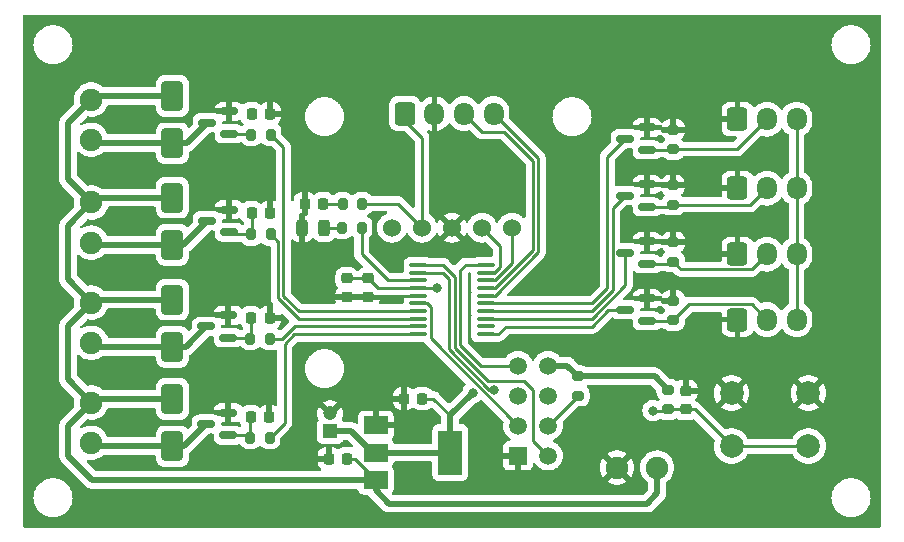
<source format=gbr>
%TF.GenerationSoftware,KiCad,Pcbnew,7.0.10*%
%TF.CreationDate,2025-04-06T19:51:51+02:00*%
%TF.ProjectId,auto_irrigator,6175746f-5f69-4727-9269-6761746f722e,rev?*%
%TF.SameCoordinates,Original*%
%TF.FileFunction,Copper,L1,Top*%
%TF.FilePolarity,Positive*%
%FSLAX46Y46*%
G04 Gerber Fmt 4.6, Leading zero omitted, Abs format (unit mm)*
G04 Created by KiCad (PCBNEW 7.0.10) date 2025-04-06 19:51:51*
%MOMM*%
%LPD*%
G01*
G04 APERTURE LIST*
G04 Aperture macros list*
%AMRoundRect*
0 Rectangle with rounded corners*
0 $1 Rounding radius*
0 $2 $3 $4 $5 $6 $7 $8 $9 X,Y pos of 4 corners*
0 Add a 4 corners polygon primitive as box body*
4,1,4,$2,$3,$4,$5,$6,$7,$8,$9,$2,$3,0*
0 Add four circle primitives for the rounded corners*
1,1,$1+$1,$2,$3*
1,1,$1+$1,$4,$5*
1,1,$1+$1,$6,$7*
1,1,$1+$1,$8,$9*
0 Add four rect primitives between the rounded corners*
20,1,$1+$1,$2,$3,$4,$5,0*
20,1,$1+$1,$4,$5,$6,$7,0*
20,1,$1+$1,$6,$7,$8,$9,0*
20,1,$1+$1,$8,$9,$2,$3,0*%
G04 Aperture macros list end*
%TA.AperFunction,ComponentPad*%
%ADD10RoundRect,0.250000X-0.600000X-0.725000X0.600000X-0.725000X0.600000X0.725000X-0.600000X0.725000X0*%
%TD*%
%TA.AperFunction,ComponentPad*%
%ADD11O,1.700000X1.950000*%
%TD*%
%TA.AperFunction,SMDPad,CuDef*%
%ADD12RoundRect,0.250000X-0.650000X1.000000X-0.650000X-1.000000X0.650000X-1.000000X0.650000X1.000000X0*%
%TD*%
%TA.AperFunction,ComponentPad*%
%ADD13C,1.905000*%
%TD*%
%TA.AperFunction,ComponentPad*%
%ADD14C,1.524000*%
%TD*%
%TA.AperFunction,SMDPad,CuDef*%
%ADD15RoundRect,0.225000X0.250000X-0.225000X0.250000X0.225000X-0.250000X0.225000X-0.250000X-0.225000X0*%
%TD*%
%TA.AperFunction,SMDPad,CuDef*%
%ADD16RoundRect,0.200000X0.200000X0.275000X-0.200000X0.275000X-0.200000X-0.275000X0.200000X-0.275000X0*%
%TD*%
%TA.AperFunction,SMDPad,CuDef*%
%ADD17RoundRect,0.218750X0.218750X0.256250X-0.218750X0.256250X-0.218750X-0.256250X0.218750X-0.256250X0*%
%TD*%
%TA.AperFunction,SMDPad,CuDef*%
%ADD18RoundRect,0.150000X0.587500X0.150000X-0.587500X0.150000X-0.587500X-0.150000X0.587500X-0.150000X0*%
%TD*%
%TA.AperFunction,SMDPad,CuDef*%
%ADD19RoundRect,0.100000X-0.637500X-0.100000X0.637500X-0.100000X0.637500X0.100000X-0.637500X0.100000X0*%
%TD*%
%TA.AperFunction,SMDPad,CuDef*%
%ADD20RoundRect,0.200000X0.275000X-0.200000X0.275000X0.200000X-0.275000X0.200000X-0.275000X-0.200000X0*%
%TD*%
%TA.AperFunction,SMDPad,CuDef*%
%ADD21RoundRect,0.200000X-0.275000X0.200000X-0.275000X-0.200000X0.275000X-0.200000X0.275000X0.200000X0*%
%TD*%
%TA.AperFunction,SMDPad,CuDef*%
%ADD22RoundRect,0.218750X-0.218750X-0.256250X0.218750X-0.256250X0.218750X0.256250X-0.218750X0.256250X0*%
%TD*%
%TA.AperFunction,SMDPad,CuDef*%
%ADD23RoundRect,0.243750X-0.243750X-0.456250X0.243750X-0.456250X0.243750X0.456250X-0.243750X0.456250X0*%
%TD*%
%TA.AperFunction,SMDPad,CuDef*%
%ADD24RoundRect,0.225000X-0.250000X0.225000X-0.250000X-0.225000X0.250000X-0.225000X0.250000X0.225000X0*%
%TD*%
%TA.AperFunction,ComponentPad*%
%ADD25C,2.000000*%
%TD*%
%TA.AperFunction,SMDPad,CuDef*%
%ADD26RoundRect,0.225000X0.225000X0.250000X-0.225000X0.250000X-0.225000X-0.250000X0.225000X-0.250000X0*%
%TD*%
%TA.AperFunction,ComponentPad*%
%ADD27R,1.500000X1.500000*%
%TD*%
%TA.AperFunction,ComponentPad*%
%ADD28C,1.500000*%
%TD*%
%TA.AperFunction,SMDPad,CuDef*%
%ADD29R,2.000000X1.500000*%
%TD*%
%TA.AperFunction,SMDPad,CuDef*%
%ADD30R,2.000000X3.800000*%
%TD*%
%TA.AperFunction,ComponentPad*%
%ADD31R,1.200000X1.200000*%
%TD*%
%TA.AperFunction,ComponentPad*%
%ADD32C,1.200000*%
%TD*%
%TA.AperFunction,ViaPad*%
%ADD33C,0.800000*%
%TD*%
%TA.AperFunction,Conductor*%
%ADD34C,0.500000*%
%TD*%
%TA.AperFunction,Conductor*%
%ADD35C,0.250000*%
%TD*%
G04 APERTURE END LIST*
D10*
%TO.P,J7,1,Pin_1*%
%TO.N,GND*%
X193588000Y-78694000D03*
D11*
%TO.P,J7,2,Pin_2*%
%TO.N,Net-(J7-Pin_2)*%
X196088000Y-78694000D03*
%TO.P,J7,3,Pin_3*%
%TO.N,+12V*%
X198588000Y-78694000D03*
%TD*%
D12*
%TO.P,D4,1,K*%
%TO.N,+12V*%
X145738500Y-73914000D03*
%TO.P,D4,2,A*%
%TO.N,Net-(D4-A)*%
X145738500Y-77914000D03*
%TD*%
D13*
%TO.P,J2,1*%
%TO.N,+12V*%
X138880500Y-65610000D03*
%TO.P,J2,2*%
%TO.N,Net-(D3-A)*%
X138880500Y-69010000D03*
%TD*%
D14*
%TO.P,P1,1,VIN*%
%TO.N,unconnected-(P1-VIN-Pad1)*%
X164338000Y-76454000D03*
%TO.P,P1,2,3V3*%
%TO.N,+3V3*%
X166878000Y-76454000D03*
%TO.P,P1,3,GND*%
%TO.N,GND*%
X169418000Y-76454000D03*
%TO.P,P1,4,SWCLK*%
%TO.N,SWCLK*%
X171958000Y-76454000D03*
%TO.P,P1,5,SWDIO*%
%TO.N,SWDIO*%
X174498000Y-76454000D03*
%TD*%
D10*
%TO.P,J8,1,Pin_1*%
%TO.N,GND*%
X193588000Y-84236000D03*
D11*
%TO.P,J8,2,Pin_2*%
%TO.N,Net-(J8-Pin_2)*%
X196088000Y-84236000D03*
%TO.P,J8,3,Pin_3*%
%TO.N,+12V*%
X198588000Y-84236000D03*
%TD*%
D15*
%TO.P,C6,1*%
%TO.N,STMNRST*%
X189230000Y-91820000D03*
%TO.P,C6,2*%
%TO.N,GND*%
X189230000Y-90270000D03*
%TD*%
D13*
%TO.P,J4,1*%
%TO.N,+12V*%
X138880500Y-82804000D03*
%TO.P,J4,2*%
%TO.N,Net-(D7-A)*%
X138880500Y-86204000D03*
%TD*%
D16*
%TO.P,R2,1*%
%TO.N,VALVE2*%
X154071000Y-77028000D03*
%TO.P,R2,2*%
%TO.N,Net-(D2-A)*%
X152421000Y-77028000D03*
%TD*%
D10*
%TO.P,J6,1,Pin_1*%
%TO.N,+3V3*%
X165434000Y-66802000D03*
D11*
%TO.P,J6,2,Pin_2*%
%TO.N,GND*%
X167934000Y-66802000D03*
%TO.P,J6,3,Pin_3*%
%TO.N,SDA*%
X170434000Y-66802000D03*
%TO.P,J6,4,Pin_4*%
%TO.N,SCL*%
X172934000Y-66802000D03*
%TD*%
D17*
%TO.P,D6,1,K*%
%TO.N,GND*%
X153949500Y-92456000D03*
%TO.P,D6,2,A*%
%TO.N,Net-(D6-A)*%
X152374500Y-92456000D03*
%TD*%
D16*
%TO.P,R3,1*%
%TO.N,VALVE3*%
X153995000Y-85852000D03*
%TO.P,R3,2*%
%TO.N,Net-(D5-A)*%
X152345000Y-85852000D03*
%TD*%
D18*
%TO.P,Q1,1,G*%
%TO.N,Net-(D1-A)*%
X150564500Y-68514000D03*
%TO.P,Q1,2,S*%
%TO.N,GND*%
X150564500Y-66614000D03*
%TO.P,Q1,3,D*%
%TO.N,Net-(D3-A)*%
X148689500Y-67564000D03*
%TD*%
D13*
%TO.P,J1,1*%
%TO.N,GND*%
X183388000Y-96774000D03*
%TO.P,J1,2*%
%TO.N,+12V*%
X186788000Y-96774000D03*
%TD*%
D19*
%TO.P,U1,1,PB7/PB8*%
%TO.N,ESPTX*%
X166555500Y-79625000D03*
%TO.P,U1,2,PC14/PB9*%
%TO.N,ESPNRST*%
X166555500Y-80275000D03*
%TO.P,U1,3,PC15*%
%TO.N,STATUS*%
X166555500Y-80925000D03*
%TO.P,U1,4,VDD*%
%TO.N,+3V3*%
X166555500Y-81575000D03*
%TO.P,U1,5,VSS*%
%TO.N,GND*%
X166555500Y-82225000D03*
%TO.P,U1,6,NRST*%
%TO.N,STMNRST*%
X166555500Y-82875000D03*
%TO.P,U1,7,PA0*%
%TO.N,VALVE1*%
X166555500Y-83525000D03*
%TO.P,U1,8,PA1*%
%TO.N,VALVE2*%
X166555500Y-84175000D03*
%TO.P,U1,9,PA2*%
%TO.N,VALVE3*%
X166555500Y-84825000D03*
%TO.P,U1,10,PA3*%
%TO.N,VALVE4*%
X166555500Y-85475000D03*
%TO.P,U1,11,PA4*%
%TO.N,FLOW1*%
X172280500Y-85475000D03*
%TO.P,U1,12,PA5*%
%TO.N,unconnected-(U1-PA5-Pad12)*%
X172280500Y-84825000D03*
%TO.P,U1,13,PA6*%
%TO.N,FLOW4*%
X172280500Y-84175000D03*
%TO.P,U1,14,PA7*%
%TO.N,FLOW3*%
X172280500Y-83525000D03*
%TO.P,U1,15,PB0/PB1/PB2/PA8*%
%TO.N,FLOW2*%
X172280500Y-82875000D03*
%TO.P,U1,16,PA11/PA9*%
%TO.N,SCL*%
X172280500Y-82225000D03*
%TO.P,U1,17,PA12/PA10*%
%TO.N,SDA*%
X172280500Y-81575000D03*
%TO.P,U1,18,PA13*%
%TO.N,SWDIO*%
X172280500Y-80925000D03*
%TO.P,U1,19,PA14/PA15*%
%TO.N,SWCLK*%
X172280500Y-80275000D03*
%TO.P,U1,20,PB3/PB4/PB5/PB6*%
%TO.N,ESPRX*%
X172280500Y-79625000D03*
%TD*%
D12*
%TO.P,D3,1,K*%
%TO.N,+12V*%
X145738500Y-65310000D03*
%TO.P,D3,2,A*%
%TO.N,Net-(D3-A)*%
X145738500Y-69310000D03*
%TD*%
D16*
%TO.P,R1,1*%
%TO.N,VALVE1*%
X154071000Y-68580000D03*
%TO.P,R1,2*%
%TO.N,Net-(D1-A)*%
X152421000Y-68580000D03*
%TD*%
D10*
%TO.P,J9,1,Pin_1*%
%TO.N,GND*%
X193588000Y-67264000D03*
D11*
%TO.P,J9,2,Pin_2*%
%TO.N,Net-(J9-Pin_2)*%
X196088000Y-67264000D03*
%TO.P,J9,3,Pin_3*%
%TO.N,+12V*%
X198588000Y-67264000D03*
%TD*%
D20*
%TO.P,R12,1*%
%TO.N,Net-(J10-Pin_2)*%
X188132500Y-74514000D03*
%TO.P,R12,2*%
%TO.N,GND*%
X188132500Y-72864000D03*
%TD*%
D13*
%TO.P,J5,1*%
%TO.N,+12V*%
X138880500Y-91264000D03*
%TO.P,J5,2*%
%TO.N,Net-(D8-A)*%
X138880500Y-94664000D03*
%TD*%
D12*
%TO.P,D8,1,K*%
%TO.N,+12V*%
X145738500Y-90964000D03*
%TO.P,D8,2,A*%
%TO.N,Net-(D8-A)*%
X145738500Y-94964000D03*
%TD*%
D20*
%TO.P,R11,1*%
%TO.N,Net-(J9-Pin_2)*%
X188148000Y-69804000D03*
%TO.P,R11,2*%
%TO.N,GND*%
X188148000Y-68154000D03*
%TD*%
D18*
%TO.P,Q8,1,G*%
%TO.N,Net-(J10-Pin_2)*%
X185943500Y-74702000D03*
%TO.P,Q8,2,S*%
%TO.N,GND*%
X185943500Y-72802000D03*
%TO.P,Q8,3,D*%
%TO.N,FLOW3*%
X184068500Y-73752000D03*
%TD*%
D21*
%TO.P,R10,1*%
%TO.N,+3V3*%
X180086000Y-89028000D03*
%TO.P,R10,2*%
%TO.N,Net-(U3-EN)*%
X180086000Y-90678000D03*
%TD*%
D16*
%TO.P,R6,1*%
%TO.N,STATUS*%
X161767000Y-76454000D03*
%TO.P,R6,2*%
%TO.N,Net-(D10-A)*%
X160117000Y-76454000D03*
%TD*%
D22*
%TO.P,D9,1,K*%
%TO.N,GND*%
X156946500Y-74422000D03*
%TO.P,D9,2,A*%
%TO.N,Net-(D9-A)*%
X158521500Y-74422000D03*
%TD*%
D18*
%TO.P,Q5,1,G*%
%TO.N,Net-(J7-Pin_2)*%
X185959000Y-79528000D03*
%TO.P,Q5,2,S*%
%TO.N,GND*%
X185959000Y-77628000D03*
%TO.P,Q5,3,D*%
%TO.N,FLOW4*%
X184084000Y-78578000D03*
%TD*%
D23*
%TO.P,D10,1,K*%
%TO.N,GND*%
X156718000Y-76454000D03*
%TO.P,D10,2,A*%
%TO.N,Net-(D10-A)*%
X158593000Y-76454000D03*
%TD*%
D24*
%TO.P,C5,1*%
%TO.N,+3V3*%
X162306000Y-80759000D03*
%TO.P,C5,2*%
%TO.N,GND*%
X162306000Y-82309000D03*
%TD*%
D17*
%TO.P,D2,1,K*%
%TO.N,GND*%
X154017500Y-75184000D03*
%TO.P,D2,2,A*%
%TO.N,Net-(D2-A)*%
X152442500Y-75184000D03*
%TD*%
D25*
%TO.P,SW1,1,A*%
%TO.N,GND*%
X193092000Y-90460000D03*
X199592000Y-90460000D03*
%TO.P,SW1,2,B*%
%TO.N,STMNRST*%
X193092000Y-94960000D03*
X199592000Y-94960000D03*
%TD*%
D16*
%TO.P,R5,1*%
%TO.N,+3V3*%
X161798000Y-74422000D03*
%TO.P,R5,2*%
%TO.N,Net-(D9-A)*%
X160148000Y-74422000D03*
%TD*%
D20*
%TO.P,R8,1*%
%TO.N,Net-(J8-Pin_2)*%
X188148000Y-84292000D03*
%TO.P,R8,2*%
%TO.N,GND*%
X188148000Y-82642000D03*
%TD*%
%TO.P,R7,1*%
%TO.N,Net-(J7-Pin_2)*%
X188148000Y-79340000D03*
%TO.P,R7,2*%
%TO.N,GND*%
X188148000Y-77690000D03*
%TD*%
D18*
%TO.P,Q3,1,G*%
%TO.N,Net-(D5-A)*%
X150488500Y-85776000D03*
%TO.P,Q3,2,S*%
%TO.N,GND*%
X150488500Y-83876000D03*
%TO.P,Q3,3,D*%
%TO.N,Net-(D7-A)*%
X148613500Y-84826000D03*
%TD*%
D26*
%TO.P,C1,1*%
%TO.N,+12V*%
X160541000Y-96012000D03*
%TO.P,C1,2*%
%TO.N,GND*%
X158991000Y-96012000D03*
%TD*%
D12*
%TO.P,D7,1,K*%
%TO.N,+12V*%
X145738500Y-82550000D03*
%TO.P,D7,2,A*%
%TO.N,Net-(D7-A)*%
X145738500Y-86550000D03*
%TD*%
D13*
%TO.P,J3,1*%
%TO.N,+12V*%
X138880500Y-74324000D03*
%TO.P,J3,2*%
%TO.N,Net-(D4-A)*%
X138880500Y-77724000D03*
%TD*%
D18*
%TO.P,Q6,1,G*%
%TO.N,Net-(J8-Pin_2)*%
X185959000Y-84354000D03*
%TO.P,Q6,2,S*%
%TO.N,GND*%
X185959000Y-82454000D03*
%TO.P,Q6,3,D*%
%TO.N,FLOW1*%
X184084000Y-83404000D03*
%TD*%
D17*
%TO.P,D5,1,K*%
%TO.N,GND*%
X153975000Y-84074000D03*
%TO.P,D5,2,A*%
%TO.N,Net-(D5-A)*%
X152400000Y-84074000D03*
%TD*%
D27*
%TO.P,U3,1,GND*%
%TO.N,GND*%
X175006000Y-95758000D03*
D28*
%TO.P,U3,2,IO2*%
%TO.N,STMNRST*%
X175006000Y-93218000D03*
%TO.P,U3,3,IO0*%
%TO.N,unconnected-(U3-IO0-Pad3)*%
X175006000Y-90678000D03*
%TO.P,U3,4,RXD*%
%TO.N,ESPRX*%
X175006000Y-88138000D03*
%TO.P,U3,5,TXD*%
%TO.N,ESPTX*%
X177546000Y-95758000D03*
%TO.P,U3,6,EN*%
%TO.N,Net-(U3-EN)*%
X177546000Y-93218000D03*
%TO.P,U3,7,~{RST}*%
%TO.N,ESPNRST*%
X177546000Y-90678000D03*
%TO.P,U3,8,VCC*%
%TO.N,+3V3*%
X177546000Y-88138000D03*
%TD*%
D26*
%TO.P,C2,1*%
%TO.N,+3V3*%
X166904000Y-90932000D03*
%TO.P,C2,2*%
%TO.N,GND*%
X165354000Y-90932000D03*
%TD*%
D21*
%TO.P,R9,1*%
%TO.N,+3V3*%
X187706000Y-90170000D03*
%TO.P,R9,2*%
%TO.N,STMNRST*%
X187706000Y-91820000D03*
%TD*%
D18*
%TO.P,Q7,1,G*%
%TO.N,Net-(J9-Pin_2)*%
X185959000Y-69876000D03*
%TO.P,Q7,2,S*%
%TO.N,GND*%
X185959000Y-67976000D03*
%TO.P,Q7,3,D*%
%TO.N,FLOW2*%
X184084000Y-68926000D03*
%TD*%
D29*
%TO.P,U2,1,GND*%
%TO.N,GND*%
X162966000Y-93204000D03*
%TO.P,U2,2,VO*%
%TO.N,+3V3*%
X162966000Y-95504000D03*
D30*
X169266000Y-95504000D03*
D29*
%TO.P,U2,3,VI*%
%TO.N,+12V*%
X162966000Y-97804000D03*
%TD*%
D18*
%TO.P,Q2,1,G*%
%TO.N,Net-(D2-A)*%
X150564500Y-76830000D03*
%TO.P,Q2,2,S*%
%TO.N,GND*%
X150564500Y-74930000D03*
%TO.P,Q2,3,D*%
%TO.N,Net-(D4-A)*%
X148689500Y-75880000D03*
%TD*%
D31*
%TO.P,C3,1*%
%TO.N,+3V3*%
X159106000Y-93686600D03*
D32*
%TO.P,C3,2*%
%TO.N,GND*%
X159106000Y-92186600D03*
%TD*%
D18*
%TO.P,Q4,1,G*%
%TO.N,Net-(D6-A)*%
X150486000Y-94026000D03*
%TO.P,Q4,2,S*%
%TO.N,GND*%
X150486000Y-92126000D03*
%TO.P,Q4,3,D*%
%TO.N,Net-(D8-A)*%
X148611000Y-93076000D03*
%TD*%
D16*
%TO.P,R4,1*%
%TO.N,VALVE4*%
X153992500Y-94234000D03*
%TO.P,R4,2*%
%TO.N,Net-(D6-A)*%
X152342500Y-94234000D03*
%TD*%
D17*
%TO.P,D1,1,K*%
%TO.N,GND*%
X154017500Y-66802000D03*
%TO.P,D1,2,A*%
%TO.N,Net-(D1-A)*%
X152442500Y-66802000D03*
%TD*%
D10*
%TO.P,J10,1,Pin_1*%
%TO.N,GND*%
X193588000Y-73106000D03*
D11*
%TO.P,J10,2,Pin_2*%
%TO.N,Net-(J10-Pin_2)*%
X196088000Y-73106000D03*
%TO.P,J10,3,Pin_3*%
%TO.N,+12V*%
X198588000Y-73106000D03*
%TD*%
D24*
%TO.P,C4,1*%
%TO.N,+3V3*%
X160528000Y-80759000D03*
%TO.P,C4,2*%
%TO.N,GND*%
X160528000Y-82309000D03*
%TD*%
D33*
%TO.N,+3V3*%
X171191347Y-90428653D03*
X168148000Y-81534000D03*
%TO.N,GND*%
X163068000Y-88900000D03*
X167894000Y-70358000D03*
X172974000Y-94488000D03*
X143256000Y-88900000D03*
X143256000Y-75946000D03*
X150622000Y-80264000D03*
X185166000Y-94488000D03*
X143256000Y-71628000D03*
X150622000Y-88900000D03*
X166116000Y-97790000D03*
X157734000Y-80264000D03*
X179578000Y-94488000D03*
X167894000Y-63754000D03*
X189738000Y-86614000D03*
X143256000Y-92964000D03*
X166116000Y-93218000D03*
X189738000Y-81280000D03*
X143256000Y-80264000D03*
X143256000Y-84582000D03*
X143256000Y-67310000D03*
X150622000Y-71628000D03*
X189738000Y-76200000D03*
X177546000Y-86106000D03*
X189738000Y-71374000D03*
%TO.N,STMNRST*%
X186436000Y-91948000D03*
%TO.N,ESPNRST*%
X172978653Y-90165347D03*
%TD*%
D34*
%TO.N,+3V3*%
X180086000Y-89028000D02*
X186564000Y-89028000D01*
X177546000Y-88138000D02*
X179196000Y-88138000D01*
D35*
X163122000Y-81575000D02*
X166555500Y-81575000D01*
X161798000Y-74422000D02*
X164846000Y-74422000D01*
X165434000Y-67390000D02*
X166878000Y-68834000D01*
X160528000Y-80759000D02*
X162306000Y-80759000D01*
D34*
X179196000Y-88138000D02*
X180086000Y-89028000D01*
X186564000Y-89028000D02*
X187706000Y-90170000D01*
X162716000Y-95504000D02*
X160898600Y-93686600D01*
D35*
X166878000Y-68834000D02*
X166878000Y-76454000D01*
X168148000Y-81534000D02*
X166596500Y-81534000D01*
D34*
X160898600Y-93686600D02*
X159106000Y-93686600D01*
X162966000Y-95504000D02*
X162716000Y-95504000D01*
D35*
X166904000Y-90932000D02*
X167844000Y-90932000D01*
X162306000Y-80759000D02*
X163122000Y-81575000D01*
D34*
X162966000Y-95504000D02*
X169266000Y-95504000D01*
X171191347Y-90428653D02*
X169266000Y-92354000D01*
D35*
X166596500Y-81534000D02*
X166555500Y-81575000D01*
X167844000Y-90932000D02*
X169266000Y-92354000D01*
X165434000Y-66802000D02*
X165434000Y-67390000D01*
X164846000Y-74422000D02*
X166878000Y-76454000D01*
D34*
X169266000Y-92354000D02*
X169266000Y-95504000D01*
D35*
%TO.N,GND*%
X187960000Y-82454000D02*
X188148000Y-82642000D01*
X187970000Y-67976000D02*
X188148000Y-68154000D01*
X188070500Y-72802000D02*
X188132500Y-72864000D01*
X188086000Y-77628000D02*
X188148000Y-77690000D01*
X166555500Y-82225000D02*
X162390000Y-82225000D01*
X162390000Y-82225000D02*
X162306000Y-82309000D01*
%TO.N,STMNRST*%
X199592000Y-94960000D02*
X193092000Y-94960000D01*
X189230000Y-91820000D02*
X187706000Y-91820000D01*
X187578000Y-91948000D02*
X187706000Y-91820000D01*
X175006000Y-93218000D02*
X167618000Y-85830000D01*
X167292999Y-82875000D02*
X166555500Y-82875000D01*
X193092000Y-94960000D02*
X189952000Y-91820000D01*
X167618000Y-83200001D02*
X167292999Y-82875000D01*
X186436000Y-91948000D02*
X187578000Y-91948000D01*
X167618000Y-85830000D02*
X167618000Y-83200001D01*
X189952000Y-91820000D02*
X189230000Y-91820000D01*
%TO.N,Net-(D1-A)*%
X152355000Y-68514000D02*
X152421000Y-68580000D01*
X150564500Y-68514000D02*
X152355000Y-68514000D01*
D34*
%TO.N,+12V*%
X162966000Y-98704000D02*
X162966000Y-97804000D01*
X138880500Y-82804000D02*
X136906000Y-80829500D01*
X145738500Y-65310000D02*
X138990500Y-65310000D01*
X136906000Y-95758000D02*
X136906000Y-93218000D01*
X136906000Y-84778500D02*
X138880500Y-82804000D01*
X136906000Y-76298500D02*
X136906000Y-80829500D01*
X139180500Y-90964000D02*
X138880500Y-91264000D01*
X185928000Y-99822000D02*
X164084000Y-99822000D01*
X164084000Y-99822000D02*
X162966000Y-98704000D01*
X162966000Y-97804000D02*
X138952000Y-97804000D01*
X136906000Y-67584500D02*
X136906000Y-68834000D01*
X138880500Y-74324000D02*
X136906000Y-72349500D01*
X138952000Y-97804000D02*
X136906000Y-95758000D01*
X136906000Y-89289500D02*
X136906000Y-84778500D01*
X186788000Y-98962000D02*
X185928000Y-99822000D01*
D35*
X198588000Y-84236000D02*
X198588000Y-78694000D01*
X161174000Y-96012000D02*
X162966000Y-97804000D01*
D34*
X138860000Y-91264000D02*
X138880500Y-91264000D01*
X136906000Y-93218000D02*
X138860000Y-91264000D01*
X138990500Y-65310000D02*
X138690500Y-65610000D01*
X136906000Y-72349500D02*
X136906000Y-68834000D01*
D35*
X162954000Y-97816000D02*
X162966000Y-97804000D01*
D34*
X138880500Y-65610000D02*
X136906000Y-67584500D01*
D35*
X160541000Y-96012000D02*
X161174000Y-96012000D01*
D34*
X145738500Y-82550000D02*
X139134500Y-82550000D01*
D35*
X198588000Y-78694000D02*
X198588000Y-73106000D01*
D34*
X145738500Y-90964000D02*
X139180500Y-90964000D01*
X186788000Y-96774000D02*
X186788000Y-98962000D01*
X139134500Y-82550000D02*
X138880500Y-82804000D01*
X138880500Y-91264000D02*
X136906000Y-89289500D01*
X138880500Y-74324000D02*
X136906000Y-76298500D01*
X145738500Y-73914000D02*
X139290500Y-73914000D01*
X139290500Y-73914000D02*
X138880500Y-74324000D01*
D35*
X198588000Y-73106000D02*
X198588000Y-67264000D01*
%TO.N,Net-(D2-A)*%
X152421000Y-77028000D02*
X150762500Y-77028000D01*
X152442500Y-75184000D02*
X152442500Y-77006500D01*
X152442500Y-77006500D02*
X152421000Y-77028000D01*
X150762500Y-77028000D02*
X150564500Y-76830000D01*
D34*
%TO.N,Net-(D3-A)*%
X139180500Y-69310000D02*
X138880500Y-69010000D01*
X146943500Y-69310000D02*
X148689500Y-67564000D01*
X145738500Y-69310000D02*
X139180500Y-69310000D01*
X145738500Y-69310000D02*
X146943500Y-69310000D01*
%TO.N,Net-(D4-A)*%
X145738500Y-77914000D02*
X146655500Y-77914000D01*
X145738500Y-77914000D02*
X139070500Y-77914000D01*
X146655500Y-77914000D02*
X148689500Y-75880000D01*
X139070500Y-77914000D02*
X138880500Y-77724000D01*
D35*
%TO.N,Net-(D5-A)*%
X152269000Y-85776000D02*
X152345000Y-85852000D01*
X150488500Y-85776000D02*
X152269000Y-85776000D01*
X152400000Y-85797000D02*
X152345000Y-85852000D01*
X152400000Y-84074000D02*
X152400000Y-85797000D01*
%TO.N,SDA*%
X172280500Y-81575000D02*
X173017999Y-81575000D01*
X176276000Y-78316999D02*
X176276000Y-70780396D01*
X176276000Y-70780396D02*
X173821604Y-68326000D01*
X173017999Y-81575000D02*
X176276000Y-78316999D01*
X171958000Y-68326000D02*
X170434000Y-66802000D01*
X173821604Y-68326000D02*
X171958000Y-68326000D01*
%TO.N,SCL*%
X176726000Y-78516999D02*
X176726000Y-70594000D01*
X172280500Y-82225000D02*
X173017999Y-82225000D01*
X176726000Y-70594000D02*
X172934000Y-66802000D01*
X173017999Y-82225000D02*
X176726000Y-78516999D01*
%TO.N,SWCLK*%
X172971812Y-80275000D02*
X173482000Y-79764812D01*
X173482000Y-77978000D02*
X171958000Y-76454000D01*
X172280500Y-80275000D02*
X172971812Y-80275000D01*
X173482000Y-79764812D02*
X173482000Y-77978000D01*
%TO.N,SWDIO*%
X172280500Y-80925000D02*
X173017999Y-80925000D01*
X174498000Y-79444999D02*
X174498000Y-76454000D01*
X173017999Y-80925000D02*
X174498000Y-79444999D01*
%TO.N,STATUS*%
X161767000Y-78719948D02*
X161767000Y-76454000D01*
X163972052Y-80925000D02*
X161767000Y-78719948D01*
X166555500Y-80925000D02*
X163972052Y-80925000D01*
%TO.N,VALVE1*%
X155136000Y-69645000D02*
X154071000Y-68580000D01*
X155136000Y-82238000D02*
X155136000Y-69645000D01*
X156423000Y-83525000D02*
X155136000Y-82238000D01*
X166555500Y-83525000D02*
X156423000Y-83525000D01*
%TO.N,VALVE2*%
X156436604Y-84175000D02*
X166555500Y-84175000D01*
X154686000Y-77643000D02*
X154686000Y-82424396D01*
X154686000Y-82424396D02*
X156436604Y-84175000D01*
X154071000Y-77028000D02*
X154686000Y-77643000D01*
%TO.N,VALVE3*%
X153995000Y-85852000D02*
X155065604Y-85852000D01*
X155065604Y-85852000D02*
X156092604Y-84825000D01*
X156092604Y-84825000D02*
X166555500Y-84825000D01*
%TO.N,VALVE4*%
X166555500Y-85475000D02*
X156079000Y-85475000D01*
X156079000Y-85475000D02*
X155252000Y-86302000D01*
X155252000Y-86302000D02*
X155252000Y-92974500D01*
X155252000Y-92974500D02*
X153992500Y-94234000D01*
%TO.N,ESPTX*%
X176276000Y-90170000D02*
X175514000Y-89408000D01*
X177546000Y-95758000D02*
X176276000Y-94488000D01*
X175514000Y-89408000D02*
X172468792Y-89408000D01*
X172468792Y-89408000D02*
X169672000Y-86611208D01*
X169672000Y-80643604D02*
X168653396Y-79625000D01*
X169672000Y-86611208D02*
X169672000Y-80643604D01*
X176276000Y-94488000D02*
X176276000Y-90170000D01*
X168653396Y-79625000D02*
X166555500Y-79625000D01*
%TO.N,ESPNRST*%
X172978653Y-90165347D02*
X172589743Y-90165347D01*
X172589743Y-90165347D02*
X169164000Y-86739604D01*
X168667000Y-80275000D02*
X166555500Y-80275000D01*
X169164000Y-86739604D02*
X169164000Y-80772000D01*
X169164000Y-80772000D02*
X168667000Y-80275000D01*
%TO.N,FLOW1*%
X182662396Y-83404000D02*
X184084000Y-83404000D01*
X181230396Y-84836000D02*
X182662396Y-83404000D01*
X172280500Y-85475000D02*
X173351000Y-85475000D01*
X173351000Y-85475000D02*
X173990000Y-84836000D01*
X173990000Y-84836000D02*
X181230396Y-84836000D01*
%TO.N,FLOW4*%
X184084000Y-81346000D02*
X184084000Y-78578000D01*
X181255000Y-84175000D02*
X184084000Y-81346000D01*
X172280500Y-84175000D02*
X181255000Y-84175000D01*
%TO.N,FLOW3*%
X183021500Y-81772104D02*
X183021500Y-74799000D01*
X183021500Y-74799000D02*
X184068500Y-73752000D01*
X181268604Y-83525000D02*
X183021500Y-81772104D01*
X172280500Y-83525000D02*
X181268604Y-83525000D01*
%TO.N,FLOW2*%
X182571500Y-70438500D02*
X184084000Y-68926000D01*
X182571500Y-81585708D02*
X182571500Y-70438500D01*
X181282208Y-82875000D02*
X182571500Y-81585708D01*
X172280500Y-82875000D02*
X181282208Y-82875000D01*
%TO.N,ESPRX*%
X170122000Y-80068000D02*
X170565000Y-79625000D01*
X170565000Y-79625000D02*
X172280500Y-79625000D01*
X170122000Y-86424812D02*
X170122000Y-80068000D01*
X171835188Y-88138000D02*
X170122000Y-86424812D01*
X175006000Y-88138000D02*
X171835188Y-88138000D01*
%TO.N,Net-(J7-Pin_2)*%
X188802000Y-79994000D02*
X188148000Y-79340000D01*
X185959000Y-79528000D02*
X187960000Y-79528000D01*
X194788000Y-79994000D02*
X188802000Y-79994000D01*
X187960000Y-79528000D02*
X188148000Y-79340000D01*
X196088000Y-78694000D02*
X194788000Y-79994000D01*
%TO.N,Net-(J8-Pin_2)*%
X189504000Y-82936000D02*
X188148000Y-84292000D01*
X196088000Y-84236000D02*
X194788000Y-82936000D01*
X194788000Y-82936000D02*
X189504000Y-82936000D01*
X188086000Y-84354000D02*
X188148000Y-84292000D01*
X185959000Y-84354000D02*
X188086000Y-84354000D01*
%TO.N,Net-(J9-Pin_2)*%
X188076000Y-69876000D02*
X188148000Y-69804000D01*
X196088000Y-67264000D02*
X193548000Y-69804000D01*
X193548000Y-69804000D02*
X188148000Y-69804000D01*
X185959000Y-69876000D02*
X188076000Y-69876000D01*
%TO.N,Net-(J10-Pin_2)*%
X187944500Y-74702000D02*
X188132500Y-74514000D01*
X185943500Y-74702000D02*
X187944500Y-74702000D01*
X196088000Y-73106000D02*
X194680000Y-74514000D01*
X194680000Y-74514000D02*
X188132500Y-74514000D01*
%TO.N,Net-(D6-A)*%
X152342500Y-94234000D02*
X152342500Y-92488000D01*
X152342500Y-92488000D02*
X152374500Y-92456000D01*
X152134500Y-94026000D02*
X152342500Y-94234000D01*
X150486000Y-94026000D02*
X152134500Y-94026000D01*
D34*
%TO.N,Net-(D7-A)*%
X145738500Y-86550000D02*
X139226500Y-86550000D01*
X145738500Y-86550000D02*
X146889500Y-86550000D01*
X139226500Y-86550000D02*
X138880500Y-86204000D01*
X146889500Y-86550000D02*
X148613500Y-84826000D01*
%TO.N,Net-(D8-A)*%
X139180500Y-94964000D02*
X138880500Y-94664000D01*
X145738500Y-94964000D02*
X146723000Y-94964000D01*
X145738500Y-94964000D02*
X139180500Y-94964000D01*
X146723000Y-94964000D02*
X148611000Y-93076000D01*
D35*
%TO.N,Net-(D9-A)*%
X160148000Y-74422000D02*
X158521500Y-74422000D01*
%TO.N,Net-(D10-A)*%
X160117000Y-76454000D02*
X158593000Y-76454000D01*
%TO.N,Net-(U3-EN)*%
X177546000Y-93218000D02*
X180086000Y-90678000D01*
%TD*%
%TA.AperFunction,Conductor*%
%TO.N,GND*%
G36*
X165640273Y-86109938D02*
G01*
X165761238Y-86160044D01*
X165878639Y-86175500D01*
X167027546Y-86175499D01*
X167094585Y-86195184D01*
X167115225Y-86211815D01*
X167119829Y-86216419D01*
X167119830Y-86216420D01*
X167133995Y-86230585D01*
X167146628Y-86245376D01*
X167158405Y-86261586D01*
X167158406Y-86261587D01*
X167192057Y-86289425D01*
X167200698Y-86297288D01*
X170537187Y-89633777D01*
X170570672Y-89695100D01*
X170565688Y-89764792D01*
X170541657Y-89804429D01*
X170458813Y-89896438D01*
X170364168Y-90060368D01*
X170364166Y-90060372D01*
X170308825Y-90230694D01*
X170278575Y-90280056D01*
X169265292Y-91293339D01*
X169203969Y-91326824D01*
X169134277Y-91321840D01*
X169089930Y-91293339D01*
X168344803Y-90548212D01*
X168334980Y-90535950D01*
X168334759Y-90536134D01*
X168329786Y-90530122D01*
X168280776Y-90484099D01*
X168277977Y-90481386D01*
X168258477Y-90461885D01*
X168258471Y-90461880D01*
X168255286Y-90459409D01*
X168246434Y-90451848D01*
X168216512Y-90423750D01*
X168214580Y-90421936D01*
X168214577Y-90421935D01*
X168197029Y-90412288D01*
X168180763Y-90401604D01*
X168173538Y-90396000D01*
X168164936Y-90389327D01*
X168164935Y-90389326D01*
X168164932Y-90389324D01*
X168124849Y-90371978D01*
X168114363Y-90366841D01*
X168076094Y-90345803D01*
X168076092Y-90345802D01*
X168056693Y-90340822D01*
X168038281Y-90334518D01*
X168019898Y-90326562D01*
X168019892Y-90326560D01*
X167976760Y-90319729D01*
X167965322Y-90317361D01*
X167923020Y-90306500D01*
X167923019Y-90306500D01*
X167902984Y-90306500D01*
X167883586Y-90304973D01*
X167876162Y-90303797D01*
X167863805Y-90301840D01*
X167863802Y-90301839D01*
X167830101Y-90305025D01*
X167761507Y-90291735D01*
X167712896Y-90246672D01*
X167701970Y-90228959D01*
X167701967Y-90228955D01*
X167582044Y-90109032D01*
X167582040Y-90109029D01*
X167437705Y-90020001D01*
X167437699Y-90019998D01*
X167437697Y-90019997D01*
X167367367Y-89996692D01*
X167276709Y-89966651D01*
X167177346Y-89956500D01*
X166630662Y-89956500D01*
X166630644Y-89956501D01*
X166531292Y-89966650D01*
X166531289Y-89966651D01*
X166370305Y-90019996D01*
X166370294Y-90020001D01*
X166225959Y-90109029D01*
X166225953Y-90109033D01*
X166216324Y-90118663D01*
X166155000Y-90152146D01*
X166085308Y-90147159D01*
X166040965Y-90118660D01*
X166031732Y-90109427D01*
X166031728Y-90109424D01*
X165887492Y-90020457D01*
X165887481Y-90020452D01*
X165726606Y-89967144D01*
X165627322Y-89957000D01*
X165604000Y-89957000D01*
X165604000Y-91906999D01*
X165627308Y-91906999D01*
X165627322Y-91906998D01*
X165726607Y-91896855D01*
X165887481Y-91843547D01*
X165887492Y-91843542D01*
X166031731Y-91754573D01*
X166040959Y-91745345D01*
X166102279Y-91711856D01*
X166171971Y-91716835D01*
X166216327Y-91745339D01*
X166225955Y-91754967D01*
X166225959Y-91754970D01*
X166370294Y-91843998D01*
X166370297Y-91843999D01*
X166370303Y-91844003D01*
X166531292Y-91897349D01*
X166630655Y-91907500D01*
X167177344Y-91907499D01*
X167177352Y-91907498D01*
X167177355Y-91907498D01*
X167231760Y-91901940D01*
X167276708Y-91897349D01*
X167437697Y-91844003D01*
X167582044Y-91754968D01*
X167594530Y-91742482D01*
X167655853Y-91708997D01*
X167725545Y-91713981D01*
X167769892Y-91742482D01*
X168479181Y-92451771D01*
X168512666Y-92513094D01*
X168515500Y-92539452D01*
X168515500Y-92979500D01*
X168495815Y-93046539D01*
X168443011Y-93092294D01*
X168391501Y-93103500D01*
X168218130Y-93103500D01*
X168218123Y-93103501D01*
X168158516Y-93109908D01*
X168023671Y-93160202D01*
X168023664Y-93160206D01*
X167908455Y-93246452D01*
X167908452Y-93246455D01*
X167822206Y-93361664D01*
X167822202Y-93361671D01*
X167771908Y-93496517D01*
X167765501Y-93556116D01*
X167765501Y-93556123D01*
X167765500Y-93556135D01*
X167765500Y-94629500D01*
X167745815Y-94696539D01*
X167693011Y-94742294D01*
X167641500Y-94753500D01*
X164582977Y-94753500D01*
X164515938Y-94733815D01*
X164470183Y-94681011D01*
X164462733Y-94653865D01*
X164461876Y-94654068D01*
X164460092Y-94646520D01*
X164456241Y-94636196D01*
X164442884Y-94600382D01*
X164409797Y-94511671D01*
X164409795Y-94511668D01*
X164403099Y-94502723D01*
X164347081Y-94427893D01*
X164322664Y-94362431D01*
X164337515Y-94294158D01*
X164347082Y-94279271D01*
X164409352Y-94196089D01*
X164409354Y-94196086D01*
X164459596Y-94061379D01*
X164459598Y-94061372D01*
X164465999Y-94001844D01*
X164466000Y-94001827D01*
X164466000Y-93454000D01*
X162840000Y-93454000D01*
X162772961Y-93434315D01*
X162727206Y-93381511D01*
X162716000Y-93330000D01*
X162716000Y-91954000D01*
X163216000Y-91954000D01*
X163216000Y-92954000D01*
X164466000Y-92954000D01*
X164466000Y-92406172D01*
X164465999Y-92406155D01*
X164459598Y-92346627D01*
X164459596Y-92346620D01*
X164409354Y-92211913D01*
X164409350Y-92211906D01*
X164323190Y-92096812D01*
X164323187Y-92096809D01*
X164208093Y-92010649D01*
X164208086Y-92010645D01*
X164073379Y-91960403D01*
X164073372Y-91960401D01*
X164013844Y-91954000D01*
X163216000Y-91954000D01*
X162716000Y-91954000D01*
X161918155Y-91954000D01*
X161858627Y-91960401D01*
X161858620Y-91960403D01*
X161723913Y-92010645D01*
X161723906Y-92010649D01*
X161608812Y-92096809D01*
X161608809Y-92096812D01*
X161522649Y-92211906D01*
X161522645Y-92211913D01*
X161472403Y-92346620D01*
X161472401Y-92346627D01*
X161466000Y-92406155D01*
X161466000Y-92928457D01*
X161446315Y-92995496D01*
X161393511Y-93041251D01*
X161324353Y-93051195D01*
X161289594Y-93040839D01*
X161273819Y-93033483D01*
X161227288Y-93011784D01*
X161224047Y-93010215D01*
X161192364Y-92994304D01*
X161157033Y-92976560D01*
X161157031Y-92976559D01*
X161157030Y-92976559D01*
X161150245Y-92974089D01*
X161150265Y-92974033D01*
X161143149Y-92971559D01*
X161143131Y-92971615D01*
X161136274Y-92969343D01*
X161062810Y-92954173D01*
X161059293Y-92953393D01*
X160986318Y-92936099D01*
X160979147Y-92935261D01*
X160979153Y-92935201D01*
X160971655Y-92934435D01*
X160971650Y-92934495D01*
X160964460Y-92933865D01*
X160889470Y-92936048D01*
X160885863Y-92936100D01*
X160270141Y-92936100D01*
X160203102Y-92916415D01*
X160157347Y-92863611D01*
X160153969Y-92855459D01*
X160149796Y-92844269D01*
X160149595Y-92844001D01*
X160110044Y-92791167D01*
X160085627Y-92725703D01*
X160098311Y-92661583D01*
X160136114Y-92585664D01*
X160136115Y-92585663D01*
X160191902Y-92389591D01*
X160191903Y-92389589D01*
X160210713Y-92186600D01*
X160210713Y-92186599D01*
X160191903Y-91983610D01*
X160191902Y-91983607D01*
X160136116Y-91787536D01*
X160136113Y-91787530D01*
X160045249Y-91605049D01*
X160045247Y-91605047D01*
X160043465Y-91602687D01*
X159401346Y-92244805D01*
X159409895Y-92214760D01*
X159399546Y-92103079D01*
X159349552Y-92002678D01*
X159266666Y-91927116D01*
X159162080Y-91886600D01*
X159078198Y-91886600D01*
X158995750Y-91902012D01*
X158900390Y-91961057D01*
X158832799Y-92050562D01*
X158802105Y-92158440D01*
X158810052Y-92244206D01*
X158168533Y-91602687D01*
X158166755Y-91605042D01*
X158166754Y-91605043D01*
X158075886Y-91787530D01*
X158075883Y-91787536D01*
X158020097Y-91983607D01*
X158020096Y-91983610D01*
X158001287Y-92186599D01*
X158001287Y-92186600D01*
X158020096Y-92389589D01*
X158020097Y-92389591D01*
X158075884Y-92585663D01*
X158075890Y-92585678D01*
X158113688Y-92661585D01*
X158125949Y-92730370D01*
X158101955Y-92791168D01*
X158062204Y-92844268D01*
X158062202Y-92844271D01*
X158011908Y-92979117D01*
X158005501Y-93038716D01*
X158005500Y-93038735D01*
X158005500Y-94334470D01*
X158005501Y-94334476D01*
X158011908Y-94394083D01*
X158062202Y-94528928D01*
X158062206Y-94528935D01*
X158148452Y-94644144D01*
X158148455Y-94644147D01*
X158263664Y-94730393D01*
X158263671Y-94730397D01*
X158398517Y-94780691D01*
X158398516Y-94780691D01*
X158405444Y-94781435D01*
X158458127Y-94787100D01*
X159753872Y-94787099D01*
X159813483Y-94780691D01*
X159948331Y-94730396D01*
X160063546Y-94644146D01*
X160149796Y-94528931D01*
X160153960Y-94517765D01*
X160195829Y-94461834D01*
X160261293Y-94437416D01*
X160270141Y-94437100D01*
X160536370Y-94437100D01*
X160603409Y-94456785D01*
X160624051Y-94473419D01*
X160983086Y-94832454D01*
X161016571Y-94893777D01*
X161011587Y-94963469D01*
X160969715Y-95019402D01*
X160904251Y-95043819D01*
X160882804Y-95043493D01*
X160814348Y-95036500D01*
X160267662Y-95036500D01*
X160267644Y-95036501D01*
X160168292Y-95046650D01*
X160168289Y-95046651D01*
X160007305Y-95099996D01*
X160007294Y-95100001D01*
X159862959Y-95189029D01*
X159862953Y-95189033D01*
X159853324Y-95198663D01*
X159792000Y-95232146D01*
X159722308Y-95227159D01*
X159677965Y-95198660D01*
X159668732Y-95189427D01*
X159668728Y-95189424D01*
X159524492Y-95100457D01*
X159524481Y-95100452D01*
X159363606Y-95047144D01*
X159264322Y-95037000D01*
X159241000Y-95037000D01*
X159241000Y-96138000D01*
X159221315Y-96205039D01*
X159168511Y-96250794D01*
X159117000Y-96262000D01*
X158041001Y-96262000D01*
X158041001Y-96310322D01*
X158051144Y-96409607D01*
X158104452Y-96570481D01*
X158104457Y-96570492D01*
X158193424Y-96714728D01*
X158193427Y-96714732D01*
X158318375Y-96839680D01*
X158316740Y-96841314D01*
X158350687Y-96889258D01*
X158353825Y-96959057D01*
X158318728Y-97019472D01*
X158256540Y-97051322D01*
X158233399Y-97053500D01*
X139314229Y-97053500D01*
X139247190Y-97033815D01*
X139226548Y-97017181D01*
X138513192Y-96303825D01*
X138479707Y-96242502D01*
X138484691Y-96172810D01*
X138526563Y-96116877D01*
X138592027Y-96092460D01*
X138621279Y-96093834D01*
X138760101Y-96117000D01*
X138760102Y-96117000D01*
X139000898Y-96117000D01*
X139000899Y-96117000D01*
X139238413Y-96077366D01*
X139466164Y-95999179D01*
X139677939Y-95884572D01*
X139862856Y-95740646D01*
X139927850Y-95715004D01*
X139939018Y-95714500D01*
X144214001Y-95714500D01*
X144281040Y-95734185D01*
X144326795Y-95786989D01*
X144338001Y-95838500D01*
X144338001Y-96014018D01*
X144348500Y-96116796D01*
X144348501Y-96116799D01*
X144403685Y-96283331D01*
X144403687Y-96283336D01*
X144414390Y-96300688D01*
X144495788Y-96432656D01*
X144619844Y-96556712D01*
X144769166Y-96648814D01*
X144935703Y-96703999D01*
X145038491Y-96714500D01*
X146438508Y-96714499D01*
X146541297Y-96703999D01*
X146707834Y-96648814D01*
X146857156Y-96556712D01*
X146981212Y-96432656D01*
X147073314Y-96283334D01*
X147128499Y-96116797D01*
X147139000Y-96014009D01*
X147138999Y-95762000D01*
X158041000Y-95762000D01*
X158741000Y-95762000D01*
X158741000Y-95036999D01*
X158717693Y-95037000D01*
X158717674Y-95037001D01*
X158618392Y-95047144D01*
X158457518Y-95100452D01*
X158457507Y-95100457D01*
X158313271Y-95189424D01*
X158313267Y-95189427D01*
X158193427Y-95309267D01*
X158193424Y-95309271D01*
X158104457Y-95453507D01*
X158104452Y-95453518D01*
X158051144Y-95614393D01*
X158041000Y-95713677D01*
X158041000Y-95762000D01*
X147138999Y-95762000D01*
X147138999Y-95658379D01*
X147158683Y-95591341D01*
X147186097Y-95561107D01*
X147197333Y-95552224D01*
X147197370Y-95552271D01*
X147203204Y-95547519D01*
X147203164Y-95547471D01*
X147208686Y-95542835D01*
X147208696Y-95542830D01*
X147260185Y-95488253D01*
X147262632Y-95485734D01*
X148835548Y-93912819D01*
X148896871Y-93879334D01*
X148923229Y-93876500D01*
X149124000Y-93876500D01*
X149191039Y-93896185D01*
X149236794Y-93948989D01*
X149248000Y-94000500D01*
X149248000Y-94241701D01*
X149250901Y-94278567D01*
X149250902Y-94278573D01*
X149296754Y-94436393D01*
X149296755Y-94436396D01*
X149296756Y-94436398D01*
X149307288Y-94454207D01*
X149380417Y-94577862D01*
X149380423Y-94577870D01*
X149496629Y-94694076D01*
X149496633Y-94694079D01*
X149496635Y-94694081D01*
X149638102Y-94777744D01*
X149648246Y-94780691D01*
X149795926Y-94823597D01*
X149795929Y-94823597D01*
X149795931Y-94823598D01*
X149832806Y-94826500D01*
X149832814Y-94826500D01*
X151139186Y-94826500D01*
X151139194Y-94826500D01*
X151176069Y-94823598D01*
X151176071Y-94823597D01*
X151176073Y-94823597D01*
X151262091Y-94798606D01*
X151333898Y-94777744D01*
X151340537Y-94773817D01*
X151408254Y-94756632D01*
X151474518Y-94778787D01*
X151509777Y-94816397D01*
X151587030Y-94944188D01*
X151707311Y-95064469D01*
X151707313Y-95064470D01*
X151707315Y-95064472D01*
X151852894Y-95152478D01*
X152015304Y-95203086D01*
X152085884Y-95209500D01*
X152085887Y-95209500D01*
X152599113Y-95209500D01*
X152599116Y-95209500D01*
X152669696Y-95203086D01*
X152832106Y-95152478D01*
X152977685Y-95064472D01*
X153022755Y-95019402D01*
X153079819Y-94962339D01*
X153141142Y-94928854D01*
X153210834Y-94933838D01*
X153255181Y-94962339D01*
X153357311Y-95064469D01*
X153357313Y-95064470D01*
X153357315Y-95064472D01*
X153502894Y-95152478D01*
X153665304Y-95203086D01*
X153735884Y-95209500D01*
X153735887Y-95209500D01*
X154249113Y-95209500D01*
X154249116Y-95209500D01*
X154319696Y-95203086D01*
X154482106Y-95152478D01*
X154627685Y-95064472D01*
X154747972Y-94944185D01*
X154835978Y-94798606D01*
X154886586Y-94636196D01*
X154893000Y-94565616D01*
X154893000Y-94269452D01*
X154912685Y-94202413D01*
X154929319Y-94181771D01*
X155265452Y-93845638D01*
X155635788Y-93475301D01*
X155648042Y-93465486D01*
X155647859Y-93465264D01*
X155653868Y-93460291D01*
X155653877Y-93460286D01*
X155699949Y-93411222D01*
X155702566Y-93408523D01*
X155722120Y-93388971D01*
X155724576Y-93385803D01*
X155732156Y-93376927D01*
X155762062Y-93345082D01*
X155771715Y-93327520D01*
X155782389Y-93311270D01*
X155794673Y-93295436D01*
X155812019Y-93255350D01*
X155817157Y-93244862D01*
X155826207Y-93228402D01*
X155838197Y-93206592D01*
X155843177Y-93187191D01*
X155849478Y-93168788D01*
X155857438Y-93150396D01*
X155864272Y-93107241D01*
X155866635Y-93095831D01*
X155877500Y-93053519D01*
X155877500Y-93033483D01*
X155879027Y-93014082D01*
X155879391Y-93011786D01*
X155882160Y-92994304D01*
X155878050Y-92950824D01*
X155877500Y-92939155D01*
X155877500Y-91252358D01*
X158525311Y-91252358D01*
X159106000Y-91833046D01*
X159106001Y-91833046D01*
X159686687Y-91252358D01*
X159598413Y-91197701D01*
X159598411Y-91197700D01*
X159557884Y-91182000D01*
X164404001Y-91182000D01*
X164404001Y-91230322D01*
X164414144Y-91329607D01*
X164467452Y-91490481D01*
X164467457Y-91490492D01*
X164556424Y-91634728D01*
X164556427Y-91634732D01*
X164676267Y-91754572D01*
X164676271Y-91754575D01*
X164820507Y-91843542D01*
X164820518Y-91843547D01*
X164981393Y-91896855D01*
X165080683Y-91906999D01*
X165104000Y-91906998D01*
X165104000Y-91182000D01*
X164404001Y-91182000D01*
X159557884Y-91182000D01*
X159408321Y-91124060D01*
X159207928Y-91086600D01*
X159004072Y-91086600D01*
X158803678Y-91124060D01*
X158613588Y-91197700D01*
X158613581Y-91197704D01*
X158525312Y-91252357D01*
X158525311Y-91252358D01*
X155877500Y-91252358D01*
X155877500Y-90682000D01*
X164404000Y-90682000D01*
X165104000Y-90682000D01*
X165104000Y-89956999D01*
X165080693Y-89957000D01*
X165080674Y-89957001D01*
X164981392Y-89967144D01*
X164820518Y-90020452D01*
X164820507Y-90020457D01*
X164676271Y-90109424D01*
X164676267Y-90109427D01*
X164556427Y-90229267D01*
X164556424Y-90229271D01*
X164467457Y-90373507D01*
X164467452Y-90373518D01*
X164414144Y-90534393D01*
X164404000Y-90633677D01*
X164404000Y-90682000D01*
X155877500Y-90682000D01*
X155877500Y-88392000D01*
X156966396Y-88392000D01*
X156973574Y-88483204D01*
X156974161Y-88490664D01*
X156974543Y-88500393D01*
X156974543Y-88521664D01*
X156977868Y-88542664D01*
X156979012Y-88552323D01*
X156983900Y-88614416D01*
X156986779Y-88650994D01*
X156986779Y-88650997D01*
X156986780Y-88650999D01*
X157009882Y-88747230D01*
X157011781Y-88756773D01*
X157015109Y-88777783D01*
X157021680Y-88798007D01*
X157024322Y-88807373D01*
X157041409Y-88878543D01*
X157047427Y-88903610D01*
X157064522Y-88944880D01*
X157085300Y-88995044D01*
X157088667Y-89004171D01*
X157095241Y-89024402D01*
X157095244Y-89024409D01*
X157104892Y-89043343D01*
X157108969Y-89052186D01*
X157146845Y-89143628D01*
X157198561Y-89228020D01*
X157203320Y-89236518D01*
X157212966Y-89255451D01*
X157212972Y-89255461D01*
X157225468Y-89272661D01*
X157230875Y-89280753D01*
X157282584Y-89365134D01*
X157282585Y-89365136D01*
X157282586Y-89365138D01*
X157282588Y-89365140D01*
X157346873Y-89440409D01*
X157352885Y-89448034D01*
X157359208Y-89456737D01*
X157365389Y-89465245D01*
X157380421Y-89480277D01*
X157387030Y-89487426D01*
X157451311Y-89562689D01*
X157505340Y-89608834D01*
X157526572Y-89626968D01*
X157533718Y-89633574D01*
X157548754Y-89648610D01*
X157565968Y-89661117D01*
X157573590Y-89667126D01*
X157648860Y-89731412D01*
X157648862Y-89731413D01*
X157648863Y-89731414D01*
X157648864Y-89731415D01*
X157733249Y-89783126D01*
X157741345Y-89788535D01*
X157758539Y-89801028D01*
X157758541Y-89801029D01*
X157758544Y-89801031D01*
X157765655Y-89804654D01*
X157777491Y-89810685D01*
X157785985Y-89815442D01*
X157870363Y-89867149D01*
X157870372Y-89867154D01*
X157961830Y-89905037D01*
X157970623Y-89909090D01*
X157989596Y-89918758D01*
X158009832Y-89925333D01*
X158018946Y-89928695D01*
X158110390Y-89966573D01*
X158110400Y-89966575D01*
X158110402Y-89966576D01*
X158112768Y-89967144D01*
X158206634Y-89989679D01*
X158215993Y-89992319D01*
X158227006Y-89995897D01*
X158236220Y-89998891D01*
X158257242Y-90002220D01*
X158266748Y-90004111D01*
X158363006Y-90027221D01*
X158461677Y-90034986D01*
X158471329Y-90036128D01*
X158492342Y-90039457D01*
X158513606Y-90039457D01*
X158523335Y-90039839D01*
X158622000Y-90047604D01*
X158720665Y-90039839D01*
X158730394Y-90039457D01*
X158751656Y-90039457D01*
X158751658Y-90039457D01*
X158772667Y-90036129D01*
X158782317Y-90034986D01*
X158880994Y-90027221D01*
X158977256Y-90004110D01*
X158986757Y-90002220D01*
X159007780Y-89998891D01*
X159028038Y-89992308D01*
X159037342Y-89989684D01*
X159113996Y-89971282D01*
X159133595Y-89966577D01*
X159133598Y-89966575D01*
X159133610Y-89966573D01*
X159225068Y-89928689D01*
X159234154Y-89925337D01*
X159254404Y-89918758D01*
X159273392Y-89909082D01*
X159282157Y-89905042D01*
X159373628Y-89867154D01*
X159373633Y-89867150D01*
X159373637Y-89867149D01*
X159401967Y-89849788D01*
X159458035Y-89815429D01*
X159466485Y-89810696D01*
X159485456Y-89801031D01*
X159502670Y-89788524D01*
X159510732Y-89783136D01*
X159595140Y-89731412D01*
X159670436Y-89667102D01*
X159678017Y-89661127D01*
X159695246Y-89648610D01*
X159710306Y-89633549D01*
X159717407Y-89626985D01*
X159792689Y-89562689D01*
X159856985Y-89487407D01*
X159863549Y-89480306D01*
X159878610Y-89465246D01*
X159891127Y-89448017D01*
X159897102Y-89440436D01*
X159961412Y-89365140D01*
X160013136Y-89280732D01*
X160018524Y-89272670D01*
X160031031Y-89255456D01*
X160040696Y-89236485D01*
X160045429Y-89228035D01*
X160083916Y-89165230D01*
X160097149Y-89143637D01*
X160097150Y-89143633D01*
X160097154Y-89143628D01*
X160135042Y-89052157D01*
X160139082Y-89043392D01*
X160148758Y-89024404D01*
X160155337Y-89004154D01*
X160158689Y-88995068D01*
X160196573Y-88903610D01*
X160219684Y-88807342D01*
X160222308Y-88798038D01*
X160228891Y-88777780D01*
X160232220Y-88756757D01*
X160234110Y-88747256D01*
X160257221Y-88650994D01*
X160264986Y-88552320D01*
X160266131Y-88542655D01*
X160266178Y-88542361D01*
X160269457Y-88521658D01*
X160270068Y-88490475D01*
X160270423Y-88483244D01*
X160277604Y-88392000D01*
X160270423Y-88300759D01*
X160270068Y-88293520D01*
X160269457Y-88262342D01*
X160266130Y-88241335D01*
X160264986Y-88231674D01*
X160261275Y-88184522D01*
X160257221Y-88133006D01*
X160234111Y-88036748D01*
X160232218Y-88027227D01*
X160228891Y-88006220D01*
X160222319Y-87985993D01*
X160219679Y-87976634D01*
X160196573Y-87880390D01*
X160158695Y-87788946D01*
X160155333Y-87779832D01*
X160148758Y-87759596D01*
X160139090Y-87740623D01*
X160135037Y-87731830D01*
X160097154Y-87640372D01*
X160096145Y-87638726D01*
X160045442Y-87555985D01*
X160040685Y-87547491D01*
X160036449Y-87539178D01*
X160031031Y-87528544D01*
X160031028Y-87528540D01*
X160031028Y-87528539D01*
X160018535Y-87511345D01*
X160013126Y-87503249D01*
X159961415Y-87418864D01*
X159961414Y-87418863D01*
X159961413Y-87418862D01*
X159961412Y-87418860D01*
X159897126Y-87343590D01*
X159891117Y-87335968D01*
X159878610Y-87318754D01*
X159863577Y-87303721D01*
X159856968Y-87296572D01*
X159811891Y-87243794D01*
X159792689Y-87221311D01*
X159734127Y-87171294D01*
X159717426Y-87157030D01*
X159710277Y-87150421D01*
X159695245Y-87135389D01*
X159686210Y-87128825D01*
X159678033Y-87122884D01*
X159670409Y-87116873D01*
X159595140Y-87052588D01*
X159595138Y-87052586D01*
X159595136Y-87052585D01*
X159595134Y-87052584D01*
X159510753Y-87000875D01*
X159502661Y-86995468D01*
X159485461Y-86982972D01*
X159485451Y-86982966D01*
X159475441Y-86977866D01*
X159466510Y-86973315D01*
X159458020Y-86968561D01*
X159373628Y-86916845D01*
X159282186Y-86878969D01*
X159273343Y-86874892D01*
X159254409Y-86865244D01*
X159254402Y-86865241D01*
X159234171Y-86858667D01*
X159225044Y-86855300D01*
X159201437Y-86845522D01*
X159133610Y-86817427D01*
X159133604Y-86817425D01*
X159133603Y-86817425D01*
X159037373Y-86794322D01*
X159028007Y-86791680D01*
X159007783Y-86785109D01*
X158986773Y-86781781D01*
X158977230Y-86779882D01*
X158880999Y-86756780D01*
X158881000Y-86756780D01*
X158880997Y-86756779D01*
X158880994Y-86756779D01*
X158855650Y-86754784D01*
X158782323Y-86749012D01*
X158772664Y-86747868D01*
X158751664Y-86744543D01*
X158751658Y-86744543D01*
X158730394Y-86744543D01*
X158720665Y-86744161D01*
X158622000Y-86736396D01*
X158523335Y-86744161D01*
X158513606Y-86744543D01*
X158492343Y-86744543D01*
X158492342Y-86744543D01*
X158489899Y-86744929D01*
X158471335Y-86747869D01*
X158461677Y-86749012D01*
X158388349Y-86754784D01*
X158363006Y-86756779D01*
X158363002Y-86756779D01*
X158363000Y-86756780D01*
X158266770Y-86779882D01*
X158257227Y-86781781D01*
X158236222Y-86785108D01*
X158216003Y-86791678D01*
X158206636Y-86794319D01*
X158110395Y-86817425D01*
X158110383Y-86817429D01*
X158018953Y-86855301D01*
X158009820Y-86858670D01*
X157989605Y-86865238D01*
X157989589Y-86865245D01*
X157970650Y-86874895D01*
X157961809Y-86878971D01*
X157870379Y-86916842D01*
X157870376Y-86916843D01*
X157785983Y-86968558D01*
X157777498Y-86973310D01*
X157758540Y-86982970D01*
X157741340Y-86995467D01*
X157733249Y-87000873D01*
X157648862Y-87052585D01*
X157648858Y-87052588D01*
X157573604Y-87116861D01*
X157565964Y-87122884D01*
X157548760Y-87135384D01*
X157548749Y-87135393D01*
X157533709Y-87150432D01*
X157526568Y-87157033D01*
X157451310Y-87221310D01*
X157387033Y-87296568D01*
X157380432Y-87303709D01*
X157365393Y-87318749D01*
X157365384Y-87318760D01*
X157352884Y-87335964D01*
X157346861Y-87343604D01*
X157282588Y-87418858D01*
X157282585Y-87418862D01*
X157230873Y-87503249D01*
X157225467Y-87511340D01*
X157212970Y-87528540D01*
X157203310Y-87547498D01*
X157198558Y-87555983D01*
X157146843Y-87640376D01*
X157146842Y-87640379D01*
X157108971Y-87731809D01*
X157104895Y-87740650D01*
X157095245Y-87759589D01*
X157095238Y-87759605D01*
X157088670Y-87779820D01*
X157085301Y-87788953D01*
X157047429Y-87880383D01*
X157047425Y-87880395D01*
X157024319Y-87976636D01*
X157021678Y-87986003D01*
X157015108Y-88006222D01*
X157011781Y-88027227D01*
X157009882Y-88036770D01*
X156986780Y-88133000D01*
X156986779Y-88133006D01*
X156986015Y-88142712D01*
X156979012Y-88231677D01*
X156977869Y-88241335D01*
X156974543Y-88262343D01*
X156974543Y-88283605D01*
X156974161Y-88293333D01*
X156966396Y-88391999D01*
X156966396Y-88392000D01*
X155877500Y-88392000D01*
X155877500Y-86612452D01*
X155897185Y-86545413D01*
X155913819Y-86524771D01*
X156301771Y-86136819D01*
X156363094Y-86103334D01*
X156389452Y-86100500D01*
X165592821Y-86100500D01*
X165640273Y-86109938D01*
G37*
%TD.AperFunction*%
%TA.AperFunction,Conductor*%
G36*
X149193539Y-85646185D02*
G01*
X149239294Y-85698989D01*
X149250500Y-85750500D01*
X149250500Y-85991701D01*
X149253401Y-86028567D01*
X149253402Y-86028573D01*
X149299254Y-86186393D01*
X149299255Y-86186396D01*
X149299256Y-86186398D01*
X149329468Y-86237484D01*
X149382917Y-86327862D01*
X149382923Y-86327870D01*
X149499129Y-86444076D01*
X149499133Y-86444079D01*
X149499135Y-86444081D01*
X149640602Y-86527744D01*
X149682224Y-86539836D01*
X149798426Y-86573597D01*
X149798429Y-86573597D01*
X149798431Y-86573598D01*
X149835306Y-86576500D01*
X149835314Y-86576500D01*
X151141686Y-86576500D01*
X151141694Y-86576500D01*
X151178569Y-86573598D01*
X151178571Y-86573597D01*
X151178573Y-86573597D01*
X151221621Y-86561090D01*
X151336398Y-86527744D01*
X151401823Y-86489051D01*
X151469546Y-86471869D01*
X151535808Y-86494029D01*
X151571057Y-86531631D01*
X151583273Y-86551838D01*
X151589530Y-86562188D01*
X151709811Y-86682469D01*
X151709813Y-86682470D01*
X151709815Y-86682472D01*
X151855394Y-86770478D01*
X152017804Y-86821086D01*
X152088384Y-86827500D01*
X152088387Y-86827500D01*
X152601613Y-86827500D01*
X152601616Y-86827500D01*
X152672196Y-86821086D01*
X152834606Y-86770478D01*
X152980185Y-86682472D01*
X152980189Y-86682468D01*
X153082319Y-86580339D01*
X153143642Y-86546854D01*
X153213334Y-86551838D01*
X153257681Y-86580339D01*
X153359811Y-86682469D01*
X153359813Y-86682470D01*
X153359815Y-86682472D01*
X153505394Y-86770478D01*
X153667804Y-86821086D01*
X153738384Y-86827500D01*
X153738387Y-86827500D01*
X154251613Y-86827500D01*
X154251616Y-86827500D01*
X154322196Y-86821086D01*
X154465614Y-86776395D01*
X154535470Y-86775246D01*
X154594863Y-86812047D01*
X154624931Y-86875116D01*
X154626500Y-86894782D01*
X154626500Y-91422695D01*
X154606815Y-91489734D01*
X154554011Y-91535489D01*
X154484853Y-91545433D01*
X154463496Y-91540401D01*
X154314584Y-91491057D01*
X154216150Y-91481000D01*
X154199500Y-91481000D01*
X154199500Y-92582000D01*
X154179815Y-92649039D01*
X154127011Y-92694794D01*
X154075500Y-92706000D01*
X153823500Y-92706000D01*
X153756461Y-92686315D01*
X153710706Y-92633511D01*
X153699500Y-92582000D01*
X153699500Y-91480999D01*
X153682856Y-91481000D01*
X153584415Y-91491057D01*
X153424927Y-91543906D01*
X153424922Y-91543908D01*
X153281919Y-91632114D01*
X153250033Y-91664000D01*
X153188709Y-91697485D01*
X153119018Y-91692499D01*
X153074673Y-91664000D01*
X153042392Y-91631719D01*
X153042387Y-91631716D01*
X152899295Y-91543455D01*
X152899289Y-91543452D01*
X152899287Y-91543451D01*
X152739685Y-91490564D01*
X152739683Y-91490563D01*
X152641181Y-91480500D01*
X152641174Y-91480500D01*
X152107826Y-91480500D01*
X152107818Y-91480500D01*
X152009316Y-91490563D01*
X152009315Y-91490564D01*
X151930219Y-91516773D01*
X151849715Y-91543450D01*
X151849706Y-91543454D01*
X151753390Y-91602863D01*
X151685998Y-91621303D01*
X151619335Y-91600380D01*
X151597053Y-91579606D01*
X151596700Y-91579960D01*
X151475061Y-91458321D01*
X151475052Y-91458314D01*
X151333696Y-91374717D01*
X151333693Y-91374716D01*
X151175995Y-91328900D01*
X151175989Y-91328899D01*
X151139149Y-91326000D01*
X150736000Y-91326000D01*
X150736000Y-92926000D01*
X151139134Y-92926000D01*
X151139149Y-92925999D01*
X151175989Y-92923100D01*
X151175995Y-92923099D01*
X151327551Y-92879068D01*
X151397420Y-92879267D01*
X151456090Y-92917209D01*
X151479850Y-92959138D01*
X151487745Y-92982961D01*
X151499450Y-93018284D01*
X151499452Y-93018289D01*
X151579368Y-93147852D01*
X151597808Y-93215245D01*
X151576886Y-93281908D01*
X151523244Y-93326678D01*
X151453913Y-93335339D01*
X151410708Y-93319681D01*
X151369712Y-93295436D01*
X151333898Y-93274256D01*
X151333897Y-93274255D01*
X151333896Y-93274255D01*
X151333893Y-93274254D01*
X151176073Y-93228402D01*
X151176067Y-93228401D01*
X151139201Y-93225500D01*
X151139194Y-93225500D01*
X149973000Y-93225500D01*
X149905961Y-93205815D01*
X149860206Y-93153011D01*
X149849000Y-93101500D01*
X149849000Y-93050000D01*
X149868685Y-92982961D01*
X149921489Y-92937206D01*
X149973000Y-92926000D01*
X150236000Y-92926000D01*
X150236000Y-92376000D01*
X149580315Y-92376000D01*
X149517194Y-92358732D01*
X149458896Y-92324255D01*
X149458893Y-92324254D01*
X149301073Y-92278402D01*
X149301067Y-92278401D01*
X149264201Y-92275500D01*
X149264194Y-92275500D01*
X147957806Y-92275500D01*
X147957798Y-92275500D01*
X147920932Y-92278401D01*
X147920926Y-92278402D01*
X147763106Y-92324254D01*
X147763103Y-92324255D01*
X147621637Y-92407917D01*
X147621629Y-92407923D01*
X147505423Y-92524129D01*
X147505417Y-92524137D01*
X147421755Y-92665603D01*
X147421754Y-92665606D01*
X147375902Y-92823426D01*
X147375901Y-92823432D01*
X147373000Y-92860298D01*
X147373000Y-93201269D01*
X147353315Y-93268308D01*
X147336681Y-93288950D01*
X147143430Y-93482200D01*
X147082107Y-93515685D01*
X147012415Y-93510701D01*
X146968068Y-93482200D01*
X146857157Y-93371289D01*
X146857156Y-93371288D01*
X146759826Y-93311255D01*
X146707836Y-93279187D01*
X146707831Y-93279185D01*
X146664764Y-93264914D01*
X146541297Y-93224001D01*
X146541295Y-93224000D01*
X146438510Y-93213500D01*
X145038498Y-93213500D01*
X145038481Y-93213501D01*
X144935703Y-93224000D01*
X144935700Y-93224001D01*
X144769168Y-93279185D01*
X144769163Y-93279187D01*
X144619842Y-93371289D01*
X144495789Y-93495342D01*
X144403687Y-93644663D01*
X144403686Y-93644666D01*
X144348501Y-93811203D01*
X144348501Y-93811204D01*
X144348500Y-93811204D01*
X144338000Y-93913983D01*
X144338000Y-94089500D01*
X144318315Y-94156539D01*
X144265511Y-94202294D01*
X144214000Y-94213500D01*
X140350543Y-94213500D01*
X140283504Y-94193815D01*
X140237749Y-94141011D01*
X140236987Y-94139310D01*
X140202800Y-94061372D01*
X140162755Y-93970078D01*
X140031051Y-93768490D01*
X139867963Y-93591329D01*
X139733858Y-93486951D01*
X139677941Y-93443429D01*
X139466165Y-93328821D01*
X139466156Y-93328818D01*
X139238416Y-93250634D01*
X139060277Y-93220908D01*
X139000899Y-93211000D01*
X138760101Y-93211000D01*
X138718170Y-93217997D01*
X138522583Y-93250634D01*
X138294843Y-93328818D01*
X138294829Y-93328824D01*
X138088099Y-93440700D01*
X138019771Y-93455295D01*
X137954399Y-93430632D01*
X137912738Y-93374541D01*
X137908016Y-93304831D01*
X137941398Y-93243967D01*
X138464954Y-92720411D01*
X138526275Y-92686928D01*
X138573039Y-92685785D01*
X138760101Y-92717000D01*
X138760102Y-92717000D01*
X139000898Y-92717000D01*
X139000899Y-92717000D01*
X139238413Y-92677366D01*
X139466164Y-92599179D01*
X139677939Y-92484572D01*
X139867963Y-92336671D01*
X140031051Y-92159510D01*
X140162755Y-91957922D01*
X140236987Y-91788689D01*
X140281943Y-91735204D01*
X140348679Y-91714514D01*
X140350543Y-91714500D01*
X144214001Y-91714500D01*
X144281040Y-91734185D01*
X144326795Y-91786989D01*
X144338001Y-91838500D01*
X144338001Y-92014018D01*
X144348500Y-92116796D01*
X144348501Y-92116799D01*
X144403685Y-92283331D01*
X144403687Y-92283336D01*
X144428926Y-92324255D01*
X144495788Y-92432656D01*
X144619844Y-92556712D01*
X144769166Y-92648814D01*
X144935703Y-92703999D01*
X145038491Y-92714500D01*
X146438508Y-92714499D01*
X146541297Y-92703999D01*
X146707834Y-92648814D01*
X146857156Y-92556712D01*
X146981212Y-92432656D01*
X147073314Y-92283334D01*
X147128499Y-92116797D01*
X147139000Y-92014009D01*
X147139000Y-91875998D01*
X149251204Y-91875998D01*
X149251205Y-91876000D01*
X150236000Y-91876000D01*
X150236000Y-91326000D01*
X149832850Y-91326000D01*
X149796010Y-91328899D01*
X149796004Y-91328900D01*
X149638306Y-91374716D01*
X149638303Y-91374717D01*
X149496947Y-91458314D01*
X149496938Y-91458321D01*
X149380821Y-91574438D01*
X149380814Y-91574447D01*
X149297218Y-91715801D01*
X149251399Y-91873513D01*
X149251204Y-91875998D01*
X147139000Y-91875998D01*
X147138999Y-89913992D01*
X147138497Y-89909082D01*
X147128499Y-89811203D01*
X147128498Y-89811200D01*
X147124185Y-89798185D01*
X147073314Y-89644666D01*
X146981212Y-89495344D01*
X146857156Y-89371288D01*
X146734475Y-89295618D01*
X146707836Y-89279187D01*
X146707831Y-89279185D01*
X146688143Y-89272661D01*
X146541297Y-89224001D01*
X146541295Y-89224000D01*
X146438510Y-89213500D01*
X145038498Y-89213500D01*
X145038481Y-89213501D01*
X144935703Y-89224000D01*
X144935700Y-89224001D01*
X144769168Y-89279185D01*
X144769163Y-89279187D01*
X144619842Y-89371289D01*
X144495789Y-89495342D01*
X144403687Y-89644663D01*
X144403685Y-89644668D01*
X144386974Y-89695100D01*
X144348501Y-89811203D01*
X144348501Y-89811204D01*
X144348500Y-89811204D01*
X144338000Y-89913983D01*
X144338000Y-90089500D01*
X144318315Y-90156539D01*
X144265511Y-90202294D01*
X144214000Y-90213500D01*
X139939018Y-90213500D01*
X139871979Y-90193815D01*
X139862856Y-90187354D01*
X139762227Y-90109032D01*
X139677939Y-90043428D01*
X139525197Y-89960768D01*
X139466165Y-89928821D01*
X139466156Y-89928818D01*
X139238416Y-89850634D01*
X139027518Y-89815442D01*
X139000899Y-89811000D01*
X138760101Y-89811000D01*
X138590611Y-89839282D01*
X138521246Y-89830900D01*
X138482521Y-89804654D01*
X137692819Y-89014951D01*
X137659334Y-88953628D01*
X137656500Y-88927270D01*
X137656500Y-87337507D01*
X137676185Y-87270468D01*
X137728989Y-87224713D01*
X137798147Y-87214769D01*
X137861703Y-87243794D01*
X137871718Y-87253512D01*
X137893037Y-87276671D01*
X138035431Y-87387500D01*
X138081060Y-87423015D01*
X138083061Y-87424572D01*
X138294836Y-87539179D01*
X138403283Y-87576409D01*
X138522583Y-87617365D01*
X138522585Y-87617365D01*
X138522587Y-87617366D01*
X138760101Y-87657000D01*
X138760102Y-87657000D01*
X139000898Y-87657000D01*
X139000899Y-87657000D01*
X139238413Y-87617366D01*
X139466164Y-87539179D01*
X139677939Y-87424572D01*
X139803753Y-87326646D01*
X139868747Y-87301004D01*
X139879916Y-87300500D01*
X144214001Y-87300500D01*
X144281040Y-87320185D01*
X144326795Y-87372989D01*
X144338001Y-87424500D01*
X144338001Y-87600018D01*
X144348500Y-87702796D01*
X144348501Y-87702799D01*
X144403685Y-87869331D01*
X144403687Y-87869336D01*
X144434951Y-87920023D01*
X144495788Y-88018656D01*
X144619844Y-88142712D01*
X144769166Y-88234814D01*
X144935703Y-88289999D01*
X145038491Y-88300500D01*
X146438508Y-88300499D01*
X146541297Y-88289999D01*
X146707834Y-88234814D01*
X146857156Y-88142712D01*
X146981212Y-88018656D01*
X147073314Y-87869334D01*
X147128499Y-87702797D01*
X147139000Y-87600009D01*
X147138999Y-87346374D01*
X147158683Y-87279336D01*
X147203585Y-87240116D01*
X147202662Y-87238621D01*
X147207426Y-87235681D01*
X147210203Y-87234336D01*
X147210600Y-87233990D01*
X147215385Y-87231759D01*
X147215411Y-87231815D01*
X147222190Y-87228532D01*
X147222163Y-87228478D01*
X147228613Y-87225238D01*
X147228617Y-87225237D01*
X147291337Y-87183984D01*
X147294232Y-87182140D01*
X147358156Y-87142712D01*
X147358162Y-87142705D01*
X147363825Y-87138229D01*
X147363862Y-87138277D01*
X147369704Y-87133518D01*
X147369664Y-87133471D01*
X147375186Y-87128835D01*
X147375196Y-87128830D01*
X147426685Y-87074253D01*
X147429132Y-87071734D01*
X148838048Y-85662819D01*
X148899371Y-85629334D01*
X148925729Y-85626500D01*
X149126500Y-85626500D01*
X149193539Y-85646185D01*
G37*
%TD.AperFunction*%
%TA.AperFunction,Conductor*%
G36*
X149269539Y-76700185D02*
G01*
X149315294Y-76752989D01*
X149326500Y-76804500D01*
X149326500Y-77045701D01*
X149329401Y-77082567D01*
X149329402Y-77082573D01*
X149375254Y-77240393D01*
X149375255Y-77240396D01*
X149375256Y-77240398D01*
X149391946Y-77268620D01*
X149458917Y-77381862D01*
X149458923Y-77381870D01*
X149575129Y-77498076D01*
X149575133Y-77498079D01*
X149575135Y-77498081D01*
X149716602Y-77581744D01*
X149741243Y-77588903D01*
X149874426Y-77627597D01*
X149874429Y-77627597D01*
X149874431Y-77627598D01*
X149911306Y-77630500D01*
X150558847Y-77630500D01*
X150578721Y-77633328D01*
X150578898Y-77632216D01*
X150586601Y-77633436D01*
X150586604Y-77633437D01*
X150629750Y-77640270D01*
X150641172Y-77642636D01*
X150683481Y-77653500D01*
X150703516Y-77653500D01*
X150722914Y-77655026D01*
X150742694Y-77658159D01*
X150742695Y-77658160D01*
X150742695Y-77658159D01*
X150742696Y-77658160D01*
X150786175Y-77654050D01*
X150797844Y-77653500D01*
X151544398Y-77653500D01*
X151611437Y-77673185D01*
X151650514Y-77713349D01*
X151665528Y-77738185D01*
X151665531Y-77738189D01*
X151785811Y-77858469D01*
X151785813Y-77858470D01*
X151785815Y-77858472D01*
X151931394Y-77946478D01*
X152093804Y-77997086D01*
X152164384Y-78003500D01*
X152164387Y-78003500D01*
X152677613Y-78003500D01*
X152677616Y-78003500D01*
X152748196Y-77997086D01*
X152910606Y-77946478D01*
X153056185Y-77858472D01*
X153098355Y-77816302D01*
X153158319Y-77756339D01*
X153219642Y-77722854D01*
X153289334Y-77727838D01*
X153333681Y-77756339D01*
X153435811Y-77858469D01*
X153435813Y-77858470D01*
X153435815Y-77858472D01*
X153581394Y-77946478D01*
X153743804Y-77997086D01*
X153814384Y-78003500D01*
X153936500Y-78003500D01*
X154003539Y-78023185D01*
X154049294Y-78075989D01*
X154060500Y-78127500D01*
X154060500Y-82341651D01*
X154058775Y-82357268D01*
X154059061Y-82357295D01*
X154058326Y-82365061D01*
X154060439Y-82432268D01*
X154060500Y-82436163D01*
X154060500Y-82463753D01*
X154061003Y-82467731D01*
X154061918Y-82479363D01*
X154063290Y-82523020D01*
X154063291Y-82523023D01*
X154068880Y-82542263D01*
X154072824Y-82561307D01*
X154073168Y-82564022D01*
X154075336Y-82581188D01*
X154091414Y-82621799D01*
X154095197Y-82632848D01*
X154100835Y-82652255D01*
X154107382Y-82674786D01*
X154111416Y-82681608D01*
X154117580Y-82692030D01*
X154126138Y-82709499D01*
X154133514Y-82728128D01*
X154159181Y-82763456D01*
X154165593Y-82773217D01*
X154187828Y-82810813D01*
X154187833Y-82810820D01*
X154201990Y-82824976D01*
X154214627Y-82839771D01*
X154226406Y-82855983D01*
X154232396Y-82860938D01*
X154254781Y-82879457D01*
X154293888Y-82937357D01*
X154295484Y-83007208D01*
X154259062Y-83066834D01*
X154255383Y-83068616D01*
X154225000Y-83099000D01*
X154225000Y-83824000D01*
X154912499Y-83824000D01*
X154917008Y-83819490D01*
X154932184Y-83767808D01*
X154984988Y-83722053D01*
X155054146Y-83712109D01*
X155117702Y-83741134D01*
X155124180Y-83747166D01*
X155617332Y-84240318D01*
X155650817Y-84301641D01*
X155645833Y-84371333D01*
X155617332Y-84415680D01*
X154908516Y-85124496D01*
X154847193Y-85157981D01*
X154777501Y-85152997D01*
X154733154Y-85124496D01*
X154662243Y-85053585D01*
X154628758Y-84992262D01*
X154633742Y-84922570D01*
X154662243Y-84878223D01*
X154761385Y-84779080D01*
X154849591Y-84636077D01*
X154849593Y-84636072D01*
X154902442Y-84476583D01*
X154912499Y-84378150D01*
X154912500Y-84378137D01*
X154912500Y-84324000D01*
X153849000Y-84324000D01*
X153781961Y-84304315D01*
X153736206Y-84251511D01*
X153725000Y-84200000D01*
X153725000Y-83098999D01*
X153708356Y-83099000D01*
X153609915Y-83109057D01*
X153450427Y-83161906D01*
X153450422Y-83161908D01*
X153307419Y-83250114D01*
X153275533Y-83282000D01*
X153214209Y-83315485D01*
X153144518Y-83310499D01*
X153100173Y-83282000D01*
X153067892Y-83249719D01*
X153067887Y-83249716D01*
X152924795Y-83161455D01*
X152924789Y-83161452D01*
X152924787Y-83161451D01*
X152765185Y-83108564D01*
X152765183Y-83108563D01*
X152666681Y-83098500D01*
X152666674Y-83098500D01*
X152133326Y-83098500D01*
X152133318Y-83098500D01*
X152034816Y-83108563D01*
X152034815Y-83108564D01*
X151964808Y-83131762D01*
X151875215Y-83161450D01*
X151875204Y-83161455D01*
X151732112Y-83249716D01*
X151732111Y-83249717D01*
X151713211Y-83268616D01*
X151651886Y-83302098D01*
X151582195Y-83297111D01*
X151537852Y-83268612D01*
X151477561Y-83208321D01*
X151477552Y-83208314D01*
X151336196Y-83124717D01*
X151336193Y-83124716D01*
X151178495Y-83078900D01*
X151178489Y-83078899D01*
X151141649Y-83076000D01*
X150738500Y-83076000D01*
X150738500Y-84676000D01*
X151141634Y-84676000D01*
X151141649Y-84675999D01*
X151178489Y-84673100D01*
X151178495Y-84673099D01*
X151336193Y-84627283D01*
X151336194Y-84627283D01*
X151365665Y-84609854D01*
X151433389Y-84592670D01*
X151499652Y-84614829D01*
X151534326Y-84651487D01*
X151613218Y-84779390D01*
X151694904Y-84861076D01*
X151728389Y-84922399D01*
X151723405Y-84992091D01*
X151694904Y-85036438D01*
X151637140Y-85094202D01*
X151575817Y-85127687D01*
X151506125Y-85122703D01*
X151485108Y-85110995D01*
X151484580Y-85111890D01*
X151349117Y-85031778D01*
X151336398Y-85024256D01*
X151336397Y-85024255D01*
X151336396Y-85024255D01*
X151336393Y-85024254D01*
X151178573Y-84978402D01*
X151178567Y-84978401D01*
X151141701Y-84975500D01*
X151141694Y-84975500D01*
X149975500Y-84975500D01*
X149908461Y-84955815D01*
X149862706Y-84903011D01*
X149851500Y-84851500D01*
X149851500Y-84800000D01*
X149871185Y-84732961D01*
X149923989Y-84687206D01*
X149975500Y-84676000D01*
X150238500Y-84676000D01*
X150238500Y-84126000D01*
X149582815Y-84126000D01*
X149519694Y-84108732D01*
X149461396Y-84074255D01*
X149461393Y-84074254D01*
X149303573Y-84028402D01*
X149303567Y-84028401D01*
X149266701Y-84025500D01*
X149266694Y-84025500D01*
X147960306Y-84025500D01*
X147960298Y-84025500D01*
X147923432Y-84028401D01*
X147923426Y-84028402D01*
X147765606Y-84074254D01*
X147765603Y-84074255D01*
X147624137Y-84157917D01*
X147624129Y-84157923D01*
X147507923Y-84274129D01*
X147507917Y-84274137D01*
X147424255Y-84415603D01*
X147424254Y-84415606D01*
X147378402Y-84573426D01*
X147378401Y-84573432D01*
X147375500Y-84610298D01*
X147375500Y-84951269D01*
X147355815Y-85018308D01*
X147339181Y-85038951D01*
X147212493Y-85165638D01*
X147151170Y-85199122D01*
X147081478Y-85194138D01*
X147025545Y-85152266D01*
X147019279Y-85143060D01*
X146981212Y-85081344D01*
X146857156Y-84957288D01*
X146736576Y-84882914D01*
X146707836Y-84865187D01*
X146707831Y-84865185D01*
X146666532Y-84851500D01*
X146541297Y-84810001D01*
X146541295Y-84810000D01*
X146438510Y-84799500D01*
X145038498Y-84799500D01*
X145038481Y-84799501D01*
X144935703Y-84810000D01*
X144935700Y-84810001D01*
X144769168Y-84865185D01*
X144769163Y-84865187D01*
X144619842Y-84957289D01*
X144495789Y-85081342D01*
X144403687Y-85230663D01*
X144403685Y-85230668D01*
X144387299Y-85280119D01*
X144348501Y-85397203D01*
X144348501Y-85397204D01*
X144348500Y-85397204D01*
X144338000Y-85499983D01*
X144338000Y-85675500D01*
X144318315Y-85742539D01*
X144265511Y-85788294D01*
X144214000Y-85799500D01*
X140370721Y-85799500D01*
X140303682Y-85779815D01*
X140257927Y-85727011D01*
X140257165Y-85725310D01*
X140189438Y-85570909D01*
X140162755Y-85510078D01*
X140031051Y-85308490D01*
X139867963Y-85131329D01*
X139730394Y-85024255D01*
X139677941Y-84983429D01*
X139466165Y-84868821D01*
X139466156Y-84868818D01*
X139238416Y-84790634D01*
X139053545Y-84759785D01*
X139000899Y-84751000D01*
X138760101Y-84751000D01*
X138712598Y-84758926D01*
X138522583Y-84790634D01*
X138294843Y-84868818D01*
X138294829Y-84868824D01*
X138132778Y-84956521D01*
X138064450Y-84971116D01*
X137999078Y-84946453D01*
X137957417Y-84890362D01*
X137952695Y-84820652D01*
X137986078Y-84759788D01*
X138482523Y-84263342D01*
X138543844Y-84229859D01*
X138590607Y-84228716D01*
X138760101Y-84257000D01*
X138760102Y-84257000D01*
X139000898Y-84257000D01*
X139000899Y-84257000D01*
X139238413Y-84217366D01*
X139466164Y-84139179D01*
X139677939Y-84024572D01*
X139867963Y-83876671D01*
X140031051Y-83699510D01*
X140162755Y-83497922D01*
X140216810Y-83374690D01*
X140261766Y-83321204D01*
X140328502Y-83300514D01*
X140330366Y-83300500D01*
X144214001Y-83300500D01*
X144281040Y-83320185D01*
X144326795Y-83372989D01*
X144338001Y-83424500D01*
X144338001Y-83600018D01*
X144348500Y-83702796D01*
X144348501Y-83702799D01*
X144387169Y-83819490D01*
X144403686Y-83869334D01*
X144495788Y-84018656D01*
X144619844Y-84142712D01*
X144769166Y-84234814D01*
X144935703Y-84289999D01*
X145038491Y-84300500D01*
X146438508Y-84300499D01*
X146541297Y-84289999D01*
X146707834Y-84234814D01*
X146857156Y-84142712D01*
X146981212Y-84018656D01*
X147073314Y-83869334D01*
X147128499Y-83702797D01*
X147136345Y-83625998D01*
X149253704Y-83625998D01*
X149253705Y-83626000D01*
X150238500Y-83626000D01*
X150238500Y-83076000D01*
X149835350Y-83076000D01*
X149798510Y-83078899D01*
X149798504Y-83078900D01*
X149640806Y-83124716D01*
X149640803Y-83124717D01*
X149499447Y-83208314D01*
X149499438Y-83208321D01*
X149383321Y-83324438D01*
X149383314Y-83324447D01*
X149299718Y-83465801D01*
X149253899Y-83623513D01*
X149253704Y-83625998D01*
X147136345Y-83625998D01*
X147139000Y-83600009D01*
X147138999Y-81499992D01*
X147128499Y-81397203D01*
X147073314Y-81230666D01*
X146981212Y-81081344D01*
X146857156Y-80957288D01*
X146720845Y-80873211D01*
X146707836Y-80865187D01*
X146707831Y-80865185D01*
X146682732Y-80856868D01*
X146541297Y-80810001D01*
X146541295Y-80810000D01*
X146438510Y-80799500D01*
X145038498Y-80799500D01*
X145038481Y-80799501D01*
X144935703Y-80810000D01*
X144935700Y-80810001D01*
X144769168Y-80865185D01*
X144769163Y-80865187D01*
X144619842Y-80957289D01*
X144495789Y-81081342D01*
X144403687Y-81230663D01*
X144403685Y-81230668D01*
X144383132Y-81292694D01*
X144348501Y-81397203D01*
X144348501Y-81397204D01*
X144348500Y-81397204D01*
X144338000Y-81499983D01*
X144338000Y-81675500D01*
X144318315Y-81742539D01*
X144265511Y-81788294D01*
X144214000Y-81799500D01*
X139985110Y-81799500D01*
X139918071Y-81779815D01*
X139893882Y-81759485D01*
X139867963Y-81731329D01*
X139720244Y-81616355D01*
X139677941Y-81583429D01*
X139466165Y-81468821D01*
X139466156Y-81468818D01*
X139238416Y-81390634D01*
X139060277Y-81360908D01*
X139000899Y-81351000D01*
X138760101Y-81351000D01*
X138590611Y-81379282D01*
X138521246Y-81370900D01*
X138482521Y-81344654D01*
X137692819Y-80554951D01*
X137659334Y-80493628D01*
X137656500Y-80467270D01*
X137656500Y-78857507D01*
X137676185Y-78790468D01*
X137728989Y-78744713D01*
X137798147Y-78734769D01*
X137861703Y-78763794D01*
X137871718Y-78773512D01*
X137893037Y-78796671D01*
X138017252Y-78893351D01*
X138067928Y-78932794D01*
X138083061Y-78944572D01*
X138211975Y-79014337D01*
X138290031Y-79056579D01*
X138294836Y-79059179D01*
X138362264Y-79082327D01*
X138522583Y-79137365D01*
X138522585Y-79137365D01*
X138522587Y-79137366D01*
X138760101Y-79177000D01*
X138760102Y-79177000D01*
X139000898Y-79177000D01*
X139000899Y-79177000D01*
X139238413Y-79137366D01*
X139466164Y-79059179D01*
X139677939Y-78944572D01*
X139867963Y-78796671D01*
X139887991Y-78774915D01*
X139952798Y-78704517D01*
X140012685Y-78668526D01*
X140044027Y-78664500D01*
X144214001Y-78664500D01*
X144281040Y-78684185D01*
X144326795Y-78736989D01*
X144338001Y-78788500D01*
X144338001Y-78964018D01*
X144348500Y-79066796D01*
X144348501Y-79066799D01*
X144395191Y-79207697D01*
X144403686Y-79233334D01*
X144495788Y-79382656D01*
X144619844Y-79506712D01*
X144769166Y-79598814D01*
X144935703Y-79653999D01*
X145038491Y-79664500D01*
X146438508Y-79664499D01*
X146541297Y-79653999D01*
X146707834Y-79598814D01*
X146857156Y-79506712D01*
X146981212Y-79382656D01*
X147073314Y-79233334D01*
X147128499Y-79066797D01*
X147139000Y-78964009D01*
X147138999Y-78544419D01*
X147158683Y-78477381D01*
X147172802Y-78459329D01*
X147185458Y-78445914D01*
X147192687Y-78438251D01*
X147195131Y-78435736D01*
X148914048Y-76716819D01*
X148975371Y-76683334D01*
X149001729Y-76680500D01*
X149202500Y-76680500D01*
X149269539Y-76700185D01*
G37*
%TD.AperFunction*%
%TA.AperFunction,Conductor*%
G36*
X197422855Y-79514106D02*
G01*
X197439571Y-79533398D01*
X197489661Y-79604934D01*
X197549506Y-79690403D01*
X197716597Y-79857493D01*
X197716603Y-79857498D01*
X197737310Y-79871997D01*
X197909624Y-79992653D01*
X197953248Y-80047228D01*
X197962500Y-80094226D01*
X197962500Y-82835773D01*
X197942815Y-82902812D01*
X197909623Y-82937348D01*
X197716597Y-83072505D01*
X197549505Y-83239597D01*
X197439575Y-83396595D01*
X197384998Y-83440220D01*
X197315500Y-83447414D01*
X197253145Y-83415891D01*
X197236425Y-83396595D01*
X197126494Y-83239597D01*
X196959402Y-83072506D01*
X196959395Y-83072501D01*
X196765834Y-82936967D01*
X196765830Y-82936965D01*
X196713500Y-82912563D01*
X196551663Y-82837097D01*
X196551659Y-82837096D01*
X196551655Y-82837094D01*
X196323413Y-82775938D01*
X196323403Y-82775936D01*
X196088001Y-82755341D01*
X196087999Y-82755341D01*
X195852596Y-82775936D01*
X195852586Y-82775938D01*
X195653542Y-82829271D01*
X195583692Y-82827608D01*
X195533768Y-82797177D01*
X195288803Y-82552212D01*
X195278980Y-82539950D01*
X195278759Y-82540134D01*
X195273786Y-82534122D01*
X195224776Y-82488099D01*
X195221977Y-82485386D01*
X195202477Y-82465885D01*
X195202471Y-82465880D01*
X195199286Y-82463409D01*
X195190434Y-82455848D01*
X195158582Y-82425938D01*
X195158580Y-82425936D01*
X195158577Y-82425935D01*
X195141029Y-82416288D01*
X195124763Y-82405604D01*
X195121987Y-82403451D01*
X195108936Y-82393327D01*
X195108935Y-82393326D01*
X195108932Y-82393324D01*
X195068849Y-82375978D01*
X195058363Y-82370841D01*
X195020094Y-82349803D01*
X195020092Y-82349802D01*
X195000693Y-82344822D01*
X194982281Y-82338518D01*
X194963898Y-82330562D01*
X194963892Y-82330560D01*
X194920760Y-82323729D01*
X194909322Y-82321361D01*
X194867020Y-82310500D01*
X194867019Y-82310500D01*
X194846984Y-82310500D01*
X194827586Y-82308973D01*
X194820162Y-82307797D01*
X194807805Y-82305840D01*
X194807804Y-82305840D01*
X194764325Y-82309950D01*
X194752656Y-82310500D01*
X189586743Y-82310500D01*
X189571122Y-82308775D01*
X189571095Y-82309061D01*
X189563333Y-82308326D01*
X189496113Y-82310439D01*
X189492219Y-82310500D01*
X189464650Y-82310500D01*
X189460673Y-82311002D01*
X189449042Y-82311917D01*
X189405374Y-82313289D01*
X189405368Y-82313290D01*
X189386126Y-82318880D01*
X189367087Y-82322823D01*
X189347217Y-82325334D01*
X189347203Y-82325337D01*
X189306598Y-82341413D01*
X189295552Y-82345195D01*
X189256904Y-82356424D01*
X189187035Y-82356225D01*
X189128364Y-82318284D01*
X189103922Y-82274238D01*
X189066019Y-82152604D01*
X188978072Y-82007122D01*
X188857877Y-81886927D01*
X188712395Y-81798980D01*
X188712396Y-81798980D01*
X188550105Y-81748409D01*
X188550106Y-81748409D01*
X188479572Y-81742000D01*
X188398000Y-81742000D01*
X188398000Y-82768000D01*
X188378315Y-82835039D01*
X188325511Y-82880794D01*
X188274000Y-82892000D01*
X187254000Y-82892000D01*
X187186961Y-82872315D01*
X187141206Y-82819511D01*
X187130000Y-82768000D01*
X187130000Y-82704000D01*
X186209000Y-82704000D01*
X186209000Y-83254000D01*
X186612134Y-83254000D01*
X186612149Y-83253999D01*
X186648989Y-83251100D01*
X186648995Y-83251099D01*
X186806693Y-83205283D01*
X186806696Y-83205282D01*
X186948052Y-83121685D01*
X186948057Y-83121681D01*
X187015650Y-83054088D01*
X187076973Y-83020603D01*
X187146665Y-83025587D01*
X187202599Y-83067458D01*
X187221717Y-83104877D01*
X187229981Y-83131397D01*
X187317927Y-83276877D01*
X187420015Y-83378965D01*
X187453500Y-83440288D01*
X187448516Y-83509980D01*
X187420016Y-83554327D01*
X187317525Y-83656818D01*
X187310373Y-83668650D01*
X187258845Y-83715838D01*
X187204256Y-83728500D01*
X187042309Y-83728500D01*
X186975270Y-83708815D01*
X186954628Y-83692181D01*
X186948370Y-83685923D01*
X186948362Y-83685917D01*
X186806896Y-83602255D01*
X186806893Y-83602254D01*
X186649073Y-83556402D01*
X186649067Y-83556401D01*
X186612201Y-83553500D01*
X186612194Y-83553500D01*
X185446000Y-83553500D01*
X185378961Y-83533815D01*
X185333206Y-83481011D01*
X185322000Y-83429500D01*
X185322000Y-83378000D01*
X185341685Y-83310961D01*
X185394489Y-83265206D01*
X185446000Y-83254000D01*
X185709000Y-83254000D01*
X185709000Y-82704000D01*
X185053315Y-82704000D01*
X184990194Y-82686732D01*
X184931896Y-82652255D01*
X184931893Y-82652254D01*
X184774073Y-82606402D01*
X184774067Y-82606401D01*
X184737201Y-82603500D01*
X184737194Y-82603500D01*
X184010453Y-82603500D01*
X183943414Y-82583815D01*
X183897659Y-82531011D01*
X183887715Y-82461853D01*
X183916740Y-82398297D01*
X183922772Y-82391819D01*
X184041602Y-82272989D01*
X184110593Y-82203998D01*
X184724204Y-82203998D01*
X184724205Y-82204000D01*
X185709000Y-82204000D01*
X185709000Y-81654000D01*
X186209000Y-81654000D01*
X186209000Y-82204000D01*
X187115500Y-82204000D01*
X187182539Y-82223685D01*
X187228294Y-82276489D01*
X187239500Y-82328000D01*
X187239500Y-82392000D01*
X187898000Y-82392000D01*
X187898000Y-81742000D01*
X187897999Y-81741999D01*
X187816417Y-81742000D01*
X187745897Y-81748408D01*
X187745892Y-81748409D01*
X187583603Y-81798981D01*
X187438122Y-81886927D01*
X187438121Y-81886928D01*
X187312621Y-82012429D01*
X187310882Y-82010690D01*
X187263685Y-82044412D01*
X187193900Y-82047848D01*
X187133335Y-82013009D01*
X187116210Y-81990417D01*
X187064187Y-81902449D01*
X187064178Y-81902438D01*
X186948061Y-81786321D01*
X186948052Y-81786314D01*
X186806696Y-81702717D01*
X186806693Y-81702716D01*
X186648995Y-81656900D01*
X186648989Y-81656899D01*
X186612149Y-81654000D01*
X186209000Y-81654000D01*
X185709000Y-81654000D01*
X185305850Y-81654000D01*
X185269010Y-81656899D01*
X185269004Y-81656900D01*
X185111306Y-81702716D01*
X185111303Y-81702717D01*
X184969947Y-81786314D01*
X184969938Y-81786321D01*
X184853821Y-81902438D01*
X184853814Y-81902447D01*
X184770218Y-82043801D01*
X184724399Y-82201513D01*
X184724204Y-82203998D01*
X184110593Y-82203998D01*
X184467788Y-81846801D01*
X184480042Y-81836986D01*
X184479859Y-81836764D01*
X184485868Y-81831791D01*
X184485877Y-81831786D01*
X184531949Y-81782722D01*
X184534566Y-81780023D01*
X184554120Y-81760471D01*
X184556576Y-81757303D01*
X184564156Y-81748427D01*
X184594062Y-81716582D01*
X184603713Y-81699024D01*
X184614396Y-81682761D01*
X184626673Y-81666936D01*
X184644021Y-81626844D01*
X184649151Y-81616371D01*
X184670197Y-81578092D01*
X184675180Y-81558680D01*
X184681481Y-81540280D01*
X184689437Y-81521896D01*
X184696270Y-81478748D01*
X184698633Y-81467338D01*
X184709500Y-81425019D01*
X184709500Y-81404983D01*
X184711027Y-81385582D01*
X184714160Y-81365804D01*
X184710050Y-81322324D01*
X184709500Y-81310655D01*
X184709500Y-80235309D01*
X184729185Y-80168270D01*
X184781989Y-80122515D01*
X184851147Y-80112571D01*
X184914703Y-80141596D01*
X184921181Y-80147628D01*
X184969629Y-80196076D01*
X184969633Y-80196079D01*
X184969635Y-80196081D01*
X185111102Y-80279744D01*
X185135454Y-80286819D01*
X185268926Y-80325597D01*
X185268929Y-80325597D01*
X185268931Y-80325598D01*
X185305806Y-80328500D01*
X185305814Y-80328500D01*
X186612186Y-80328500D01*
X186612194Y-80328500D01*
X186649069Y-80325598D01*
X186649071Y-80325597D01*
X186649073Y-80325597D01*
X186697894Y-80311413D01*
X186806898Y-80279744D01*
X186948365Y-80196081D01*
X186948370Y-80196076D01*
X186954628Y-80189819D01*
X187015951Y-80156334D01*
X187042309Y-80153500D01*
X187499237Y-80153500D01*
X187563386Y-80171382D01*
X187583394Y-80183478D01*
X187745804Y-80234086D01*
X187816384Y-80240500D01*
X188112548Y-80240500D01*
X188179587Y-80260185D01*
X188200229Y-80276819D01*
X188301194Y-80377784D01*
X188311019Y-80390048D01*
X188311240Y-80389866D01*
X188316210Y-80395874D01*
X188365239Y-80441915D01*
X188368036Y-80444626D01*
X188387530Y-80464120D01*
X188390695Y-80466575D01*
X188399571Y-80474156D01*
X188431418Y-80504062D01*
X188431422Y-80504064D01*
X188448973Y-80513713D01*
X188465231Y-80524392D01*
X188481064Y-80536674D01*
X188516410Y-80551968D01*
X188521155Y-80554022D01*
X188531635Y-80559155D01*
X188569908Y-80580197D01*
X188589312Y-80585179D01*
X188607710Y-80591478D01*
X188626105Y-80599438D01*
X188669254Y-80606271D01*
X188680680Y-80608638D01*
X188722981Y-80619500D01*
X188743016Y-80619500D01*
X188762413Y-80621026D01*
X188782196Y-80624160D01*
X188825675Y-80620050D01*
X188837344Y-80619500D01*
X194705257Y-80619500D01*
X194720877Y-80621224D01*
X194720904Y-80620939D01*
X194728660Y-80621671D01*
X194728667Y-80621673D01*
X194795873Y-80619561D01*
X194799768Y-80619500D01*
X194827346Y-80619500D01*
X194827350Y-80619500D01*
X194831324Y-80618997D01*
X194842963Y-80618080D01*
X194886627Y-80616709D01*
X194905869Y-80611117D01*
X194924912Y-80607174D01*
X194944792Y-80604664D01*
X194985401Y-80588585D01*
X194996444Y-80584803D01*
X195038390Y-80572618D01*
X195055629Y-80562422D01*
X195073103Y-80553862D01*
X195091727Y-80546488D01*
X195091727Y-80546487D01*
X195091732Y-80546486D01*
X195127083Y-80520800D01*
X195136814Y-80514408D01*
X195174420Y-80492170D01*
X195188589Y-80477999D01*
X195203379Y-80465368D01*
X195219587Y-80453594D01*
X195247438Y-80419926D01*
X195255279Y-80411309D01*
X195533768Y-80132820D01*
X195595089Y-80099337D01*
X195653540Y-80100728D01*
X195697740Y-80112571D01*
X195852592Y-80154063D01*
X196040918Y-80170539D01*
X196087999Y-80174659D01*
X196088000Y-80174659D01*
X196088001Y-80174659D01*
X196127234Y-80171226D01*
X196323408Y-80154063D01*
X196551663Y-80092903D01*
X196765829Y-79993035D01*
X196959401Y-79857495D01*
X197126495Y-79690401D01*
X197236426Y-79533401D01*
X197291001Y-79489778D01*
X197360500Y-79482584D01*
X197422855Y-79514106D01*
G37*
%TD.AperFunction*%
%TA.AperFunction,Conductor*%
G36*
X163874630Y-75067185D02*
G01*
X163920385Y-75119989D01*
X163930329Y-75189147D01*
X163901304Y-75252703D01*
X163859996Y-75283882D01*
X163704340Y-75356465D01*
X163704338Y-75356466D01*
X163523377Y-75483175D01*
X163367175Y-75639377D01*
X163240466Y-75820338D01*
X163240465Y-75820340D01*
X163147107Y-76020548D01*
X163147104Y-76020554D01*
X163089930Y-76233929D01*
X163089929Y-76233937D01*
X163070677Y-76453997D01*
X163070677Y-76454002D01*
X163089929Y-76674062D01*
X163089930Y-76674070D01*
X163147104Y-76887445D01*
X163147105Y-76887447D01*
X163147106Y-76887450D01*
X163185500Y-76969786D01*
X163240466Y-77087662D01*
X163240468Y-77087666D01*
X163367170Y-77268615D01*
X163367175Y-77268621D01*
X163523378Y-77424824D01*
X163523384Y-77424829D01*
X163704333Y-77551531D01*
X163704335Y-77551532D01*
X163704338Y-77551534D01*
X163904550Y-77644894D01*
X164117932Y-77702070D01*
X164275123Y-77715822D01*
X164337998Y-77721323D01*
X164338000Y-77721323D01*
X164338002Y-77721323D01*
X164393017Y-77716509D01*
X164558068Y-77702070D01*
X164771450Y-77644894D01*
X164971662Y-77551534D01*
X165152620Y-77424826D01*
X165308826Y-77268620D01*
X165435534Y-77087662D01*
X165495618Y-76958811D01*
X165541790Y-76906371D01*
X165608983Y-76887219D01*
X165675865Y-76907435D01*
X165720382Y-76958811D01*
X165780464Y-77087658D01*
X165780468Y-77087666D01*
X165907170Y-77268615D01*
X165907175Y-77268621D01*
X166063378Y-77424824D01*
X166063384Y-77424829D01*
X166244333Y-77551531D01*
X166244335Y-77551532D01*
X166244338Y-77551534D01*
X166444550Y-77644894D01*
X166657932Y-77702070D01*
X166815123Y-77715822D01*
X166877998Y-77721323D01*
X166878000Y-77721323D01*
X166878002Y-77721323D01*
X166933017Y-77716509D01*
X167098068Y-77702070D01*
X167311450Y-77644894D01*
X167511662Y-77551534D01*
X167692620Y-77424826D01*
X167848826Y-77268620D01*
X167975534Y-77087662D01*
X168035894Y-76958218D01*
X168082066Y-76905779D01*
X168149259Y-76886627D01*
X168216141Y-76906843D01*
X168260658Y-76958219D01*
X168320898Y-77087405D01*
X168320901Y-77087411D01*
X168366258Y-77152187D01*
X168366259Y-77152188D01*
X168955064Y-76563382D01*
X168981481Y-76653351D01*
X169055327Y-76768258D01*
X169158555Y-76857705D01*
X169282801Y-76914446D01*
X169307548Y-76918004D01*
X168719810Y-77505740D01*
X168784590Y-77551099D01*
X168784592Y-77551100D01*
X168984715Y-77644419D01*
X168984729Y-77644424D01*
X169198013Y-77701573D01*
X169198023Y-77701575D01*
X169417999Y-77720821D01*
X169418001Y-77720821D01*
X169637976Y-77701575D01*
X169637986Y-77701573D01*
X169851270Y-77644424D01*
X169851284Y-77644419D01*
X170051407Y-77551100D01*
X170051417Y-77551094D01*
X170116188Y-77505741D01*
X169528451Y-76918004D01*
X169553199Y-76914446D01*
X169677445Y-76857705D01*
X169780673Y-76768258D01*
X169854519Y-76653351D01*
X169880935Y-76563382D01*
X170469741Y-77152188D01*
X170515094Y-77087417D01*
X170515095Y-77087416D01*
X170575340Y-76958219D01*
X170621512Y-76905780D01*
X170688706Y-76886627D01*
X170755587Y-76906842D01*
X170800105Y-76958218D01*
X170860466Y-77087662D01*
X170860468Y-77087666D01*
X170987170Y-77268615D01*
X170987175Y-77268621D01*
X171143378Y-77424824D01*
X171143384Y-77424829D01*
X171324333Y-77551531D01*
X171324335Y-77551532D01*
X171324338Y-77551534D01*
X171524550Y-77644894D01*
X171737932Y-77702070D01*
X171895123Y-77715822D01*
X171957998Y-77721323D01*
X171958000Y-77721323D01*
X171958002Y-77721323D01*
X171988502Y-77718654D01*
X172178068Y-77702070D01*
X172179916Y-77701575D01*
X172186720Y-77699751D01*
X172222019Y-77690293D01*
X172291868Y-77691954D01*
X172341795Y-77722386D01*
X172820181Y-78200771D01*
X172853666Y-78262094D01*
X172856500Y-78288452D01*
X172856500Y-78800500D01*
X172836815Y-78867539D01*
X172784011Y-78913294D01*
X172732500Y-78924500D01*
X171603636Y-78924500D01*
X171486246Y-78939953D01*
X171486237Y-78939956D01*
X171365274Y-78990061D01*
X171317821Y-78999500D01*
X170647743Y-78999500D01*
X170632122Y-78997775D01*
X170632095Y-78998061D01*
X170624333Y-78997326D01*
X170557113Y-78999439D01*
X170553219Y-78999500D01*
X170525650Y-78999500D01*
X170521673Y-79000002D01*
X170510042Y-79000917D01*
X170466374Y-79002289D01*
X170466368Y-79002290D01*
X170447126Y-79007880D01*
X170428087Y-79011823D01*
X170408217Y-79014334D01*
X170408203Y-79014337D01*
X170367598Y-79030413D01*
X170356554Y-79034194D01*
X170314614Y-79046379D01*
X170314610Y-79046381D01*
X170297366Y-79056579D01*
X170279905Y-79065133D01*
X170261274Y-79072510D01*
X170261262Y-79072517D01*
X170225933Y-79098185D01*
X170216173Y-79104596D01*
X170178580Y-79126829D01*
X170164414Y-79140995D01*
X170149624Y-79153627D01*
X170133414Y-79165404D01*
X170133411Y-79165407D01*
X170105573Y-79199058D01*
X170097711Y-79207697D01*
X169738211Y-79567197D01*
X169725948Y-79577022D01*
X169726131Y-79577244D01*
X169720118Y-79582217D01*
X169698785Y-79604934D01*
X169638543Y-79640327D01*
X169568729Y-79637531D01*
X169520715Y-79607728D01*
X169154199Y-79241212D01*
X169144376Y-79228950D01*
X169144155Y-79229134D01*
X169139182Y-79223122D01*
X169090172Y-79177099D01*
X169087373Y-79174386D01*
X169067873Y-79154885D01*
X169067867Y-79154880D01*
X169064682Y-79152409D01*
X169055830Y-79144848D01*
X169023978Y-79114938D01*
X169023976Y-79114936D01*
X169023973Y-79114935D01*
X169006425Y-79105288D01*
X168990159Y-79094604D01*
X168974328Y-79082324D01*
X168934245Y-79064978D01*
X168923759Y-79059841D01*
X168885490Y-79038803D01*
X168885488Y-79038802D01*
X168866089Y-79033822D01*
X168847677Y-79027518D01*
X168829294Y-79019562D01*
X168829288Y-79019560D01*
X168786156Y-79012729D01*
X168774718Y-79010361D01*
X168732416Y-78999500D01*
X168732415Y-78999500D01*
X168712380Y-78999500D01*
X168692982Y-78997973D01*
X168680398Y-78995980D01*
X168673201Y-78994840D01*
X168673200Y-78994840D01*
X168629721Y-78998950D01*
X168618052Y-78999500D01*
X167518179Y-78999500D01*
X167470726Y-78990061D01*
X167349762Y-78939956D01*
X167349760Y-78939955D01*
X167232370Y-78924501D01*
X167232367Y-78924500D01*
X167232361Y-78924500D01*
X167232354Y-78924500D01*
X165878636Y-78924500D01*
X165761246Y-78939953D01*
X165761237Y-78939956D01*
X165615160Y-79000463D01*
X165489718Y-79096718D01*
X165393463Y-79222160D01*
X165332956Y-79368237D01*
X165332955Y-79368239D01*
X165317500Y-79485638D01*
X165317500Y-79764363D01*
X165332953Y-79881753D01*
X165332957Y-79881765D01*
X165341566Y-79902550D01*
X165349033Y-79972019D01*
X165341566Y-79997450D01*
X165332957Y-80018234D01*
X165332955Y-80018239D01*
X165317500Y-80135638D01*
X165317500Y-80175500D01*
X165297815Y-80242539D01*
X165245011Y-80288294D01*
X165193500Y-80299500D01*
X164282505Y-80299500D01*
X164215466Y-80279815D01*
X164194824Y-80263181D01*
X162428819Y-78497176D01*
X162395334Y-78435853D01*
X162392500Y-78409495D01*
X162392500Y-77345519D01*
X162412185Y-77278480D01*
X162428814Y-77257842D01*
X162522472Y-77164185D01*
X162610478Y-77018606D01*
X162661086Y-76856196D01*
X162667500Y-76785616D01*
X162667500Y-76122384D01*
X162661086Y-76051804D01*
X162610478Y-75889394D01*
X162522472Y-75743815D01*
X162522470Y-75743813D01*
X162522469Y-75743811D01*
X162402188Y-75623530D01*
X162344622Y-75588730D01*
X162286322Y-75553486D01*
X162239135Y-75501959D01*
X162227297Y-75433099D01*
X162254566Y-75368771D01*
X162286323Y-75341253D01*
X162287603Y-75340478D01*
X162287606Y-75340478D01*
X162433185Y-75252472D01*
X162553472Y-75132185D01*
X162568486Y-75107349D01*
X162620014Y-75060162D01*
X162674602Y-75047500D01*
X163807591Y-75047500D01*
X163874630Y-75067185D01*
G37*
%TD.AperFunction*%
%TA.AperFunction,Conductor*%
G36*
X197422855Y-73926106D02*
G01*
X197439571Y-73945398D01*
X197497780Y-74028530D01*
X197549506Y-74102403D01*
X197716597Y-74269493D01*
X197716603Y-74269498D01*
X197719398Y-74271455D01*
X197909624Y-74404653D01*
X197953248Y-74459228D01*
X197962500Y-74506226D01*
X197962500Y-77293773D01*
X197942815Y-77360812D01*
X197909623Y-77395348D01*
X197716597Y-77530505D01*
X197549505Y-77697597D01*
X197439575Y-77854595D01*
X197384998Y-77898220D01*
X197315500Y-77905414D01*
X197253145Y-77873891D01*
X197236425Y-77854595D01*
X197126494Y-77697597D01*
X196959402Y-77530506D01*
X196959395Y-77530501D01*
X196765834Y-77394967D01*
X196765830Y-77394965D01*
X196737737Y-77381865D01*
X196551663Y-77295097D01*
X196551659Y-77295096D01*
X196551655Y-77295094D01*
X196323413Y-77233938D01*
X196323403Y-77233936D01*
X196088001Y-77213341D01*
X196087999Y-77213341D01*
X195852596Y-77233936D01*
X195852586Y-77233938D01*
X195624344Y-77295094D01*
X195624335Y-77295098D01*
X195410171Y-77394964D01*
X195410169Y-77394965D01*
X195216597Y-77530505D01*
X195069035Y-77678068D01*
X195007712Y-77711553D01*
X194938020Y-77706569D01*
X194882087Y-77664697D01*
X194875815Y-77655484D01*
X194780315Y-77500654D01*
X194656345Y-77376684D01*
X194507124Y-77284643D01*
X194507119Y-77284641D01*
X194340697Y-77229494D01*
X194340690Y-77229493D01*
X194237986Y-77219000D01*
X193838000Y-77219000D01*
X193838000Y-78285981D01*
X193723199Y-78233554D01*
X193621975Y-78219000D01*
X193554025Y-78219000D01*
X193452801Y-78233554D01*
X193338000Y-78285981D01*
X193338000Y-77219000D01*
X192938028Y-77219000D01*
X192938012Y-77219001D01*
X192835302Y-77229494D01*
X192668880Y-77284641D01*
X192668875Y-77284643D01*
X192519654Y-77376684D01*
X192395684Y-77500654D01*
X192303643Y-77649875D01*
X192303641Y-77649880D01*
X192248494Y-77816302D01*
X192248493Y-77816309D01*
X192238000Y-77919013D01*
X192238000Y-78444000D01*
X193184031Y-78444000D01*
X193151481Y-78494649D01*
X193113000Y-78625705D01*
X193113000Y-78762295D01*
X193151481Y-78893351D01*
X193184031Y-78944000D01*
X192238001Y-78944000D01*
X192238001Y-79244500D01*
X192218316Y-79311539D01*
X192165512Y-79357294D01*
X192114001Y-79368500D01*
X189247500Y-79368500D01*
X189180461Y-79348815D01*
X189134706Y-79296011D01*
X189123500Y-79244500D01*
X189123500Y-79083386D01*
X189123404Y-79082327D01*
X189117086Y-79012804D01*
X189066478Y-78850394D01*
X188978472Y-78704815D01*
X188978470Y-78704813D01*
X188978469Y-78704811D01*
X188875984Y-78602326D01*
X188842499Y-78541003D01*
X188847483Y-78471311D01*
X188875985Y-78426963D01*
X188978071Y-78324878D01*
X188978072Y-78324877D01*
X189066019Y-78179395D01*
X189116590Y-78017106D01*
X189123000Y-77946572D01*
X189123000Y-77940000D01*
X187243362Y-77940000D01*
X187176323Y-77920315D01*
X187155681Y-77903681D01*
X187130000Y-77878000D01*
X186209000Y-77878000D01*
X186209000Y-78428000D01*
X186612134Y-78428000D01*
X186612149Y-78427999D01*
X186648989Y-78425100D01*
X186648995Y-78425099D01*
X186806693Y-78379283D01*
X186806696Y-78379282D01*
X186948052Y-78295685D01*
X186948057Y-78295681D01*
X187055657Y-78188081D01*
X187116980Y-78154596D01*
X187186672Y-78159580D01*
X187242606Y-78201451D01*
X187249456Y-78211612D01*
X187317927Y-78324877D01*
X187420015Y-78426965D01*
X187453500Y-78488288D01*
X187448516Y-78557980D01*
X187420015Y-78602327D01*
X187317531Y-78704810D01*
X187317530Y-78704811D01*
X187302060Y-78730402D01*
X187234202Y-78842651D01*
X187182676Y-78889838D01*
X187128087Y-78902500D01*
X187042309Y-78902500D01*
X186975270Y-78882815D01*
X186954628Y-78866181D01*
X186948370Y-78859923D01*
X186948362Y-78859917D01*
X186870181Y-78813681D01*
X186806898Y-78776256D01*
X186806897Y-78776255D01*
X186806896Y-78776255D01*
X186806893Y-78776254D01*
X186649073Y-78730402D01*
X186649067Y-78730401D01*
X186612201Y-78727500D01*
X186612194Y-78727500D01*
X185446000Y-78727500D01*
X185378961Y-78707815D01*
X185333206Y-78655011D01*
X185322000Y-78603500D01*
X185322000Y-78552000D01*
X185341685Y-78484961D01*
X185394489Y-78439206D01*
X185446000Y-78428000D01*
X185709000Y-78428000D01*
X185709000Y-77878000D01*
X185053315Y-77878000D01*
X184990194Y-77860732D01*
X184931896Y-77826255D01*
X184931893Y-77826254D01*
X184774073Y-77780402D01*
X184774067Y-77780401D01*
X184737201Y-77777500D01*
X184737194Y-77777500D01*
X183771000Y-77777500D01*
X183703961Y-77757815D01*
X183658206Y-77705011D01*
X183647000Y-77653500D01*
X183647000Y-77377998D01*
X184724204Y-77377998D01*
X184724205Y-77378000D01*
X185709000Y-77378000D01*
X186209000Y-77378000D01*
X187126138Y-77378000D01*
X187193177Y-77397685D01*
X187213819Y-77414319D01*
X187239500Y-77440000D01*
X187898000Y-77440000D01*
X187898000Y-76790000D01*
X188398000Y-76790000D01*
X188398000Y-77440000D01*
X189122999Y-77440000D01*
X189122999Y-77433417D01*
X189116591Y-77362897D01*
X189116590Y-77362892D01*
X189066018Y-77200603D01*
X188978072Y-77055122D01*
X188857877Y-76934927D01*
X188712395Y-76846980D01*
X188712396Y-76846980D01*
X188550105Y-76796409D01*
X188550106Y-76796409D01*
X188479572Y-76790000D01*
X188398000Y-76790000D01*
X187898000Y-76790000D01*
X187897999Y-76789999D01*
X187816417Y-76790000D01*
X187745897Y-76796408D01*
X187745892Y-76796409D01*
X187583603Y-76846981D01*
X187438122Y-76934927D01*
X187317928Y-77055121D01*
X187317923Y-77055128D01*
X187290571Y-77100372D01*
X187239043Y-77147559D01*
X187170183Y-77159396D01*
X187105855Y-77132125D01*
X187077723Y-77099340D01*
X187064182Y-77076444D01*
X187064178Y-77076438D01*
X186948061Y-76960321D01*
X186948052Y-76960314D01*
X186806696Y-76876717D01*
X186806693Y-76876716D01*
X186648995Y-76830900D01*
X186648989Y-76830899D01*
X186612149Y-76828000D01*
X186209000Y-76828000D01*
X186209000Y-77378000D01*
X185709000Y-77378000D01*
X185709000Y-76828000D01*
X185305850Y-76828000D01*
X185269010Y-76830899D01*
X185269004Y-76830900D01*
X185111306Y-76876716D01*
X185111303Y-76876717D01*
X184969947Y-76960314D01*
X184969938Y-76960321D01*
X184853821Y-77076438D01*
X184853814Y-77076447D01*
X184770218Y-77217801D01*
X184724399Y-77375513D01*
X184724204Y-77377998D01*
X183647000Y-77377998D01*
X183647000Y-75109452D01*
X183666685Y-75042413D01*
X183683319Y-75021771D01*
X184116271Y-74588819D01*
X184177594Y-74555334D01*
X184203952Y-74552500D01*
X184581500Y-74552500D01*
X184648539Y-74572185D01*
X184694294Y-74624989D01*
X184705500Y-74676500D01*
X184705500Y-74917701D01*
X184708401Y-74954567D01*
X184708402Y-74954573D01*
X184754254Y-75112393D01*
X184754255Y-75112396D01*
X184754256Y-75112398D01*
X184769444Y-75138080D01*
X184837917Y-75253862D01*
X184837923Y-75253870D01*
X184954129Y-75370076D01*
X184954133Y-75370079D01*
X184954135Y-75370081D01*
X185095602Y-75453744D01*
X185137224Y-75465836D01*
X185253426Y-75499597D01*
X185253429Y-75499597D01*
X185253431Y-75499598D01*
X185290306Y-75502500D01*
X185290314Y-75502500D01*
X186596686Y-75502500D01*
X186596694Y-75502500D01*
X186633569Y-75499598D01*
X186633571Y-75499597D01*
X186633573Y-75499597D01*
X186690114Y-75483170D01*
X186791398Y-75453744D01*
X186932865Y-75370081D01*
X186934783Y-75368163D01*
X186939128Y-75363819D01*
X187000451Y-75330334D01*
X187026809Y-75327500D01*
X187483737Y-75327500D01*
X187547886Y-75345382D01*
X187567894Y-75357478D01*
X187730304Y-75408086D01*
X187800884Y-75414500D01*
X187800887Y-75414500D01*
X188464113Y-75414500D01*
X188464116Y-75414500D01*
X188534696Y-75408086D01*
X188697106Y-75357478D01*
X188842685Y-75269472D01*
X188878826Y-75233331D01*
X188936339Y-75175819D01*
X188997662Y-75142334D01*
X189024020Y-75139500D01*
X194597257Y-75139500D01*
X194612877Y-75141224D01*
X194612904Y-75140939D01*
X194620660Y-75141671D01*
X194620667Y-75141673D01*
X194687873Y-75139561D01*
X194691768Y-75139500D01*
X194719346Y-75139500D01*
X194719350Y-75139500D01*
X194723324Y-75138997D01*
X194734963Y-75138080D01*
X194778627Y-75136709D01*
X194797869Y-75131117D01*
X194816912Y-75127174D01*
X194836792Y-75124664D01*
X194877401Y-75108585D01*
X194888444Y-75104803D01*
X194930390Y-75092618D01*
X194947629Y-75082422D01*
X194965103Y-75073862D01*
X194983727Y-75066488D01*
X194983727Y-75066487D01*
X194983732Y-75066486D01*
X195019083Y-75040800D01*
X195028814Y-75034408D01*
X195066420Y-75012170D01*
X195080589Y-74997999D01*
X195095379Y-74985368D01*
X195111587Y-74973594D01*
X195139438Y-74939926D01*
X195147279Y-74931309D01*
X195533768Y-74544820D01*
X195595089Y-74511337D01*
X195653540Y-74512728D01*
X195714886Y-74529165D01*
X195852592Y-74566063D01*
X196040918Y-74582539D01*
X196087999Y-74586659D01*
X196088000Y-74586659D01*
X196088001Y-74586659D01*
X196127234Y-74583226D01*
X196323408Y-74566063D01*
X196551663Y-74504903D01*
X196765829Y-74405035D01*
X196959401Y-74269495D01*
X197126495Y-74102401D01*
X197236426Y-73945401D01*
X197291001Y-73901778D01*
X197360500Y-73894584D01*
X197422855Y-73926106D01*
G37*
%TD.AperFunction*%
%TA.AperFunction,Conductor*%
G36*
X149269539Y-68384185D02*
G01*
X149315294Y-68436989D01*
X149326500Y-68488500D01*
X149326500Y-68729701D01*
X149329401Y-68766567D01*
X149329402Y-68766573D01*
X149375254Y-68924393D01*
X149375255Y-68924396D01*
X149375256Y-68924398D01*
X149391284Y-68951500D01*
X149458917Y-69065862D01*
X149458923Y-69065870D01*
X149575129Y-69182076D01*
X149575133Y-69182079D01*
X149575135Y-69182081D01*
X149716602Y-69265744D01*
X149747959Y-69274854D01*
X149874426Y-69311597D01*
X149874429Y-69311597D01*
X149874431Y-69311598D01*
X149911306Y-69314500D01*
X149911314Y-69314500D01*
X151217686Y-69314500D01*
X151217694Y-69314500D01*
X151254569Y-69311598D01*
X151254571Y-69311597D01*
X151254573Y-69311597D01*
X151328272Y-69290185D01*
X151412398Y-69265744D01*
X151482275Y-69224418D01*
X151549998Y-69207236D01*
X151616260Y-69229396D01*
X151651511Y-69267000D01*
X151665524Y-69290180D01*
X151665526Y-69290182D01*
X151665528Y-69290185D01*
X151785815Y-69410472D01*
X151931394Y-69498478D01*
X152093804Y-69549086D01*
X152164384Y-69555500D01*
X152164387Y-69555500D01*
X152677613Y-69555500D01*
X152677616Y-69555500D01*
X152748196Y-69549086D01*
X152910606Y-69498478D01*
X153056185Y-69410472D01*
X153106764Y-69359893D01*
X153158319Y-69308339D01*
X153219642Y-69274854D01*
X153289334Y-69279838D01*
X153333681Y-69308339D01*
X153435811Y-69410469D01*
X153435813Y-69410470D01*
X153435815Y-69410472D01*
X153581394Y-69498478D01*
X153743804Y-69549086D01*
X153814384Y-69555500D01*
X154110547Y-69555500D01*
X154177586Y-69575185D01*
X154198228Y-69591819D01*
X154474181Y-69867771D01*
X154507666Y-69929094D01*
X154510500Y-69955452D01*
X154510500Y-74094811D01*
X154490815Y-74161850D01*
X154438011Y-74207605D01*
X154373898Y-74218169D01*
X154284152Y-74209000D01*
X154267500Y-74209000D01*
X154267500Y-75310000D01*
X154247815Y-75377039D01*
X154195011Y-75422794D01*
X154143500Y-75434000D01*
X153891500Y-75434000D01*
X153824461Y-75414315D01*
X153778706Y-75361511D01*
X153767500Y-75310000D01*
X153767500Y-74208999D01*
X153750856Y-74209000D01*
X153652415Y-74219057D01*
X153492927Y-74271906D01*
X153492922Y-74271908D01*
X153349919Y-74360114D01*
X153318033Y-74392000D01*
X153256709Y-74425485D01*
X153187018Y-74420499D01*
X153142673Y-74392000D01*
X153110392Y-74359719D01*
X153110387Y-74359716D01*
X152967295Y-74271455D01*
X152967289Y-74271452D01*
X152967287Y-74271451D01*
X152807685Y-74218564D01*
X152807683Y-74218563D01*
X152709181Y-74208500D01*
X152709174Y-74208500D01*
X152175826Y-74208500D01*
X152175818Y-74208500D01*
X152077316Y-74218563D01*
X152077315Y-74218564D01*
X152052005Y-74226951D01*
X151917715Y-74271450D01*
X151917706Y-74271454D01*
X151781578Y-74355419D01*
X151714186Y-74373859D01*
X151647523Y-74352936D01*
X151628801Y-74337561D01*
X151553561Y-74262321D01*
X151553552Y-74262314D01*
X151412196Y-74178717D01*
X151412193Y-74178716D01*
X151254495Y-74132900D01*
X151254489Y-74132899D01*
X151217649Y-74130000D01*
X150814500Y-74130000D01*
X150814500Y-75730000D01*
X151217634Y-75730000D01*
X151217649Y-75729999D01*
X151254489Y-75727100D01*
X151254495Y-75727099D01*
X151419690Y-75679106D01*
X151420628Y-75682334D01*
X151474714Y-75675605D01*
X151537707Y-75705831D01*
X151563272Y-75740378D01*
X151563659Y-75740140D01*
X151566476Y-75744707D01*
X151567119Y-75745576D01*
X151567450Y-75746287D01*
X151655716Y-75889387D01*
X151655719Y-75889391D01*
X151779716Y-76013388D01*
X151777632Y-76015471D01*
X151810286Y-76061584D01*
X151817000Y-76101832D01*
X151817000Y-76114979D01*
X151797315Y-76182018D01*
X151780681Y-76202660D01*
X151775325Y-76208016D01*
X151714002Y-76241501D01*
X151644310Y-76236517D01*
X151599963Y-76208016D01*
X151553870Y-76161923D01*
X151553862Y-76161917D01*
X151412396Y-76078255D01*
X151412393Y-76078254D01*
X151254573Y-76032402D01*
X151254567Y-76032401D01*
X151217701Y-76029500D01*
X151217694Y-76029500D01*
X150051500Y-76029500D01*
X149984461Y-76009815D01*
X149938706Y-75957011D01*
X149927500Y-75905500D01*
X149927500Y-75854000D01*
X149947185Y-75786961D01*
X149999989Y-75741206D01*
X150051500Y-75730000D01*
X150314500Y-75730000D01*
X150314500Y-75180000D01*
X149658815Y-75180000D01*
X149595694Y-75162732D01*
X149556514Y-75139561D01*
X149537398Y-75128256D01*
X149537397Y-75128255D01*
X149537396Y-75128255D01*
X149537393Y-75128254D01*
X149379573Y-75082402D01*
X149379567Y-75082401D01*
X149342701Y-75079500D01*
X149342694Y-75079500D01*
X148036306Y-75079500D01*
X148036298Y-75079500D01*
X147999432Y-75082401D01*
X147999426Y-75082402D01*
X147841606Y-75128254D01*
X147841603Y-75128255D01*
X147700137Y-75211917D01*
X147700129Y-75211923D01*
X147583923Y-75328129D01*
X147583917Y-75328137D01*
X147500255Y-75469603D01*
X147500254Y-75469606D01*
X147454402Y-75627426D01*
X147454401Y-75627432D01*
X147451500Y-75664298D01*
X147451500Y-76005269D01*
X147431815Y-76072308D01*
X147415181Y-76092950D01*
X147109680Y-76398450D01*
X147048357Y-76431935D01*
X146978665Y-76426951D01*
X146934318Y-76398450D01*
X146857157Y-76321289D01*
X146857156Y-76321288D01*
X146715524Y-76233929D01*
X146707836Y-76229187D01*
X146707831Y-76229185D01*
X146706362Y-76228698D01*
X146541297Y-76174001D01*
X146541295Y-76174000D01*
X146438510Y-76163500D01*
X145038498Y-76163500D01*
X145038481Y-76163501D01*
X144935703Y-76174000D01*
X144935700Y-76174001D01*
X144769168Y-76229185D01*
X144769163Y-76229187D01*
X144619842Y-76321289D01*
X144495789Y-76445342D01*
X144403687Y-76594663D01*
X144403685Y-76594668D01*
X144384910Y-76651328D01*
X144348501Y-76761203D01*
X144348501Y-76761204D01*
X144348500Y-76761204D01*
X144338000Y-76863983D01*
X144338000Y-77039500D01*
X144318315Y-77106539D01*
X144265511Y-77152294D01*
X144214000Y-77163500D01*
X140302293Y-77163500D01*
X140235254Y-77143815D01*
X140189499Y-77091011D01*
X140188737Y-77089310D01*
X140162756Y-77030081D01*
X140162755Y-77030078D01*
X140031051Y-76828490D01*
X139867963Y-76651329D01*
X139733858Y-76546951D01*
X139677941Y-76503429D01*
X139466165Y-76388821D01*
X139466156Y-76388818D01*
X139238416Y-76310634D01*
X139043657Y-76278135D01*
X139000899Y-76271000D01*
X138760101Y-76271000D01*
X138717343Y-76278135D01*
X138522583Y-76310634D01*
X138294843Y-76388818D01*
X138294829Y-76388824D01*
X138132778Y-76476521D01*
X138064450Y-76491116D01*
X137999078Y-76466453D01*
X137957417Y-76410362D01*
X137952695Y-76340652D01*
X137986078Y-76279788D01*
X138482523Y-75783342D01*
X138543844Y-75749859D01*
X138590607Y-75748716D01*
X138760101Y-75777000D01*
X138760102Y-75777000D01*
X139000898Y-75777000D01*
X139000899Y-75777000D01*
X139238413Y-75737366D01*
X139466164Y-75659179D01*
X139677939Y-75544572D01*
X139867963Y-75396671D01*
X140031051Y-75219510D01*
X140162755Y-75017922D01*
X140259483Y-74797405D01*
X140259484Y-74797400D01*
X140259485Y-74797400D01*
X140269448Y-74758059D01*
X140304988Y-74697903D01*
X140367408Y-74666512D01*
X140389653Y-74664500D01*
X144214001Y-74664500D01*
X144281040Y-74684185D01*
X144326795Y-74736989D01*
X144338001Y-74788500D01*
X144338001Y-74964018D01*
X144348500Y-75066796D01*
X144348501Y-75066799D01*
X144403685Y-75233331D01*
X144403687Y-75233336D01*
X144422048Y-75263104D01*
X144495788Y-75382656D01*
X144619844Y-75506712D01*
X144769166Y-75598814D01*
X144935703Y-75653999D01*
X145038491Y-75664500D01*
X146438508Y-75664499D01*
X146440398Y-75664306D01*
X146490568Y-75659181D01*
X146541297Y-75653999D01*
X146707834Y-75598814D01*
X146857156Y-75506712D01*
X146981212Y-75382656D01*
X147073314Y-75233334D01*
X147128499Y-75066797D01*
X147139000Y-74964009D01*
X147139000Y-74679998D01*
X149329704Y-74679998D01*
X149329705Y-74680000D01*
X150314500Y-74680000D01*
X150314500Y-74130000D01*
X149911350Y-74130000D01*
X149874510Y-74132899D01*
X149874504Y-74132900D01*
X149716806Y-74178716D01*
X149716803Y-74178717D01*
X149575447Y-74262314D01*
X149575438Y-74262321D01*
X149459321Y-74378438D01*
X149459314Y-74378447D01*
X149375718Y-74519801D01*
X149329899Y-74677513D01*
X149329704Y-74679998D01*
X147139000Y-74679998D01*
X147138999Y-72863992D01*
X147136748Y-72841960D01*
X147128499Y-72761203D01*
X147128498Y-72761200D01*
X147102316Y-72682188D01*
X147073314Y-72594666D01*
X146981212Y-72445344D01*
X146857156Y-72321288D01*
X146707834Y-72229186D01*
X146541297Y-72174001D01*
X146541295Y-72174000D01*
X146438510Y-72163500D01*
X145038498Y-72163500D01*
X145038481Y-72163501D01*
X144935703Y-72174000D01*
X144935700Y-72174001D01*
X144769168Y-72229185D01*
X144769163Y-72229187D01*
X144619842Y-72321289D01*
X144495789Y-72445342D01*
X144403687Y-72594663D01*
X144403685Y-72594668D01*
X144397279Y-72614000D01*
X144348501Y-72761203D01*
X144348501Y-72761204D01*
X144348500Y-72761204D01*
X144338000Y-72863983D01*
X144338000Y-73039500D01*
X144318315Y-73106539D01*
X144265511Y-73152294D01*
X144214000Y-73163500D01*
X139797689Y-73163500D01*
X139730650Y-73143815D01*
X139721526Y-73137353D01*
X139677941Y-73103429D01*
X139466165Y-72988821D01*
X139466156Y-72988818D01*
X139238416Y-72910634D01*
X139060277Y-72880908D01*
X139000899Y-72871000D01*
X138760101Y-72871000D01*
X138590611Y-72899282D01*
X138521246Y-72890900D01*
X138482521Y-72864654D01*
X137692819Y-72074951D01*
X137659334Y-72013628D01*
X137656500Y-71987270D01*
X137656500Y-70143507D01*
X137676185Y-70076468D01*
X137728989Y-70030713D01*
X137798147Y-70020769D01*
X137861703Y-70049794D01*
X137871718Y-70059512D01*
X137893037Y-70082671D01*
X138049408Y-70204379D01*
X138082251Y-70229942D01*
X138083061Y-70230572D01*
X138294836Y-70345179D01*
X138338061Y-70360018D01*
X138522583Y-70423365D01*
X138522585Y-70423365D01*
X138522587Y-70423366D01*
X138760101Y-70463000D01*
X138760102Y-70463000D01*
X139000898Y-70463000D01*
X139000899Y-70463000D01*
X139238413Y-70423366D01*
X139466164Y-70345179D01*
X139677939Y-70230572D01*
X139862856Y-70086646D01*
X139927850Y-70061004D01*
X139939018Y-70060500D01*
X144214001Y-70060500D01*
X144281040Y-70080185D01*
X144326795Y-70132989D01*
X144338001Y-70184500D01*
X144338001Y-70360018D01*
X144348500Y-70462796D01*
X144348501Y-70462799D01*
X144403685Y-70629331D01*
X144403687Y-70629336D01*
X144430987Y-70673597D01*
X144495788Y-70778656D01*
X144619844Y-70902712D01*
X144769166Y-70994814D01*
X144935703Y-71049999D01*
X145038491Y-71060500D01*
X146438508Y-71060499D01*
X146541297Y-71049999D01*
X146707834Y-70994814D01*
X146857156Y-70902712D01*
X146981212Y-70778656D01*
X147073314Y-70629334D01*
X147128499Y-70462797D01*
X147139000Y-70360009D01*
X147138999Y-70125389D01*
X147158683Y-70058350D01*
X147211487Y-70012595D01*
X147223988Y-70007686D01*
X147262834Y-69994814D01*
X147262842Y-69994808D01*
X147269382Y-69991760D01*
X147269408Y-69991816D01*
X147276190Y-69988532D01*
X147276163Y-69988478D01*
X147282613Y-69985238D01*
X147282617Y-69985237D01*
X147345337Y-69943984D01*
X147348232Y-69942140D01*
X147412156Y-69902712D01*
X147412162Y-69902705D01*
X147417825Y-69898229D01*
X147417863Y-69898277D01*
X147423700Y-69893522D01*
X147423661Y-69893475D01*
X147429191Y-69888833D01*
X147429196Y-69888830D01*
X147480684Y-69834254D01*
X147483130Y-69831736D01*
X148914049Y-68400819D01*
X148975372Y-68367334D01*
X149001730Y-68364500D01*
X149202500Y-68364500D01*
X149269539Y-68384185D01*
G37*
%TD.AperFunction*%
%TA.AperFunction,Conductor*%
G36*
X168184000Y-68257633D02*
G01*
X168397483Y-68200433D01*
X168397492Y-68200429D01*
X168611577Y-68100600D01*
X168611579Y-68100599D01*
X168805073Y-67965113D01*
X168805079Y-67965108D01*
X168972108Y-67798079D01*
X168972113Y-67798073D01*
X169082119Y-67640967D01*
X169136695Y-67597342D01*
X169206194Y-67590148D01*
X169268549Y-67621670D01*
X169285269Y-67640967D01*
X169395505Y-67798402D01*
X169485604Y-67888500D01*
X169562599Y-67965495D01*
X169605675Y-67995657D01*
X169756165Y-68101032D01*
X169756167Y-68101033D01*
X169756170Y-68101035D01*
X169970337Y-68200903D01*
X169970343Y-68200904D01*
X169970344Y-68200905D01*
X170005747Y-68210391D01*
X170198592Y-68262063D01*
X170375034Y-68277500D01*
X170433999Y-68282659D01*
X170434000Y-68282659D01*
X170434001Y-68282659D01*
X170492966Y-68277500D01*
X170669408Y-68262063D01*
X170868459Y-68208728D01*
X170938308Y-68210391D01*
X170988231Y-68240821D01*
X171226851Y-68479442D01*
X171457197Y-68709788D01*
X171467022Y-68722051D01*
X171467243Y-68721869D01*
X171472211Y-68727874D01*
X171472213Y-68727876D01*
X171472214Y-68727877D01*
X171484058Y-68738999D01*
X171521222Y-68773899D01*
X171524021Y-68776612D01*
X171543522Y-68796114D01*
X171543526Y-68796117D01*
X171543529Y-68796120D01*
X171546702Y-68798581D01*
X171555574Y-68806159D01*
X171587418Y-68836062D01*
X171604976Y-68845714D01*
X171621235Y-68856395D01*
X171637064Y-68868673D01*
X171677155Y-68886021D01*
X171687626Y-68891151D01*
X171703722Y-68900000D01*
X171725902Y-68912194D01*
X171725904Y-68912195D01*
X171725908Y-68912197D01*
X171745316Y-68917180D01*
X171763719Y-68923481D01*
X171782101Y-68931436D01*
X171782102Y-68931436D01*
X171782104Y-68931437D01*
X171825250Y-68938270D01*
X171836672Y-68940636D01*
X171878981Y-68951500D01*
X171899016Y-68951500D01*
X171918414Y-68953026D01*
X171938194Y-68956159D01*
X171938195Y-68956160D01*
X171938195Y-68956159D01*
X171938196Y-68956160D01*
X171981675Y-68952050D01*
X171993344Y-68951500D01*
X173511152Y-68951500D01*
X173578191Y-68971185D01*
X173598833Y-68987819D01*
X175614181Y-71003167D01*
X175647666Y-71064490D01*
X175650500Y-71090848D01*
X175650500Y-75521691D01*
X175630815Y-75588730D01*
X175578011Y-75634485D01*
X175508853Y-75644429D01*
X175445297Y-75615404D01*
X175438819Y-75609373D01*
X175382933Y-75553487D01*
X175312620Y-75483174D01*
X175312616Y-75483171D01*
X175312615Y-75483170D01*
X175131666Y-75356468D01*
X175131662Y-75356466D01*
X175085628Y-75335000D01*
X174931450Y-75263106D01*
X174931447Y-75263105D01*
X174931445Y-75263104D01*
X174718070Y-75205930D01*
X174718062Y-75205929D01*
X174498002Y-75186677D01*
X174497998Y-75186677D01*
X174277937Y-75205929D01*
X174277929Y-75205930D01*
X174064554Y-75263104D01*
X174064550Y-75263106D01*
X174050907Y-75269468D01*
X173864340Y-75356465D01*
X173864338Y-75356466D01*
X173683377Y-75483175D01*
X173527175Y-75639377D01*
X173400466Y-75820338D01*
X173400465Y-75820340D01*
X173340382Y-75949189D01*
X173294209Y-76001628D01*
X173227016Y-76020780D01*
X173160135Y-76000564D01*
X173115618Y-75949189D01*
X173087734Y-75889393D01*
X173055534Y-75820339D01*
X172946415Y-75664500D01*
X172928827Y-75639381D01*
X172853717Y-75564271D01*
X172772620Y-75483174D01*
X172772616Y-75483171D01*
X172772615Y-75483170D01*
X172591666Y-75356468D01*
X172591662Y-75356466D01*
X172545628Y-75335000D01*
X172391450Y-75263106D01*
X172391447Y-75263105D01*
X172391445Y-75263104D01*
X172178070Y-75205930D01*
X172178062Y-75205929D01*
X171958002Y-75186677D01*
X171957998Y-75186677D01*
X171737937Y-75205929D01*
X171737929Y-75205930D01*
X171524554Y-75263104D01*
X171524550Y-75263106D01*
X171510907Y-75269468D01*
X171324340Y-75356465D01*
X171324338Y-75356466D01*
X171143377Y-75483175D01*
X170987175Y-75639377D01*
X170860467Y-75820337D01*
X170800105Y-75949782D01*
X170753932Y-76002221D01*
X170686738Y-76021372D01*
X170619857Y-76001156D01*
X170575341Y-75949780D01*
X170515098Y-75820589D01*
X170515097Y-75820587D01*
X170469741Y-75755811D01*
X170469740Y-75755810D01*
X169880935Y-76344616D01*
X169854519Y-76254649D01*
X169780673Y-76139742D01*
X169677445Y-76050295D01*
X169553199Y-75993554D01*
X169528451Y-75989995D01*
X170116188Y-75402259D01*
X170116187Y-75402258D01*
X170051411Y-75356901D01*
X170051405Y-75356898D01*
X169851284Y-75263580D01*
X169851270Y-75263575D01*
X169637986Y-75206426D01*
X169637976Y-75206424D01*
X169418001Y-75187179D01*
X169417999Y-75187179D01*
X169198023Y-75206424D01*
X169198013Y-75206426D01*
X168984729Y-75263575D01*
X168984720Y-75263579D01*
X168784590Y-75356901D01*
X168719811Y-75402258D01*
X169307548Y-75989995D01*
X169282801Y-75993554D01*
X169158555Y-76050295D01*
X169055327Y-76139742D01*
X168981481Y-76254649D01*
X168955064Y-76344617D01*
X168366258Y-75755811D01*
X168320901Y-75820590D01*
X168260658Y-75949781D01*
X168214485Y-76002220D01*
X168147292Y-76021372D01*
X168080411Y-76001156D01*
X168035894Y-75949781D01*
X168007734Y-75889393D01*
X167975534Y-75820339D01*
X167866415Y-75664500D01*
X167848827Y-75639381D01*
X167773717Y-75564271D01*
X167692620Y-75483174D01*
X167556376Y-75387775D01*
X167512752Y-75333198D01*
X167503500Y-75286200D01*
X167503500Y-68916737D01*
X167505224Y-68901123D01*
X167504938Y-68901096D01*
X167505672Y-68893333D01*
X167504511Y-68856396D01*
X167503561Y-68826143D01*
X167503500Y-68822249D01*
X167503500Y-68794651D01*
X167503500Y-68794650D01*
X167502997Y-68790670D01*
X167502080Y-68779021D01*
X167502004Y-68776612D01*
X167500709Y-68735372D01*
X167495120Y-68716137D01*
X167491174Y-68697084D01*
X167488664Y-68677208D01*
X167472578Y-68636581D01*
X167468803Y-68625554D01*
X167456617Y-68583610D01*
X167455260Y-68581315D01*
X167446421Y-68566369D01*
X167437860Y-68548893D01*
X167430837Y-68531155D01*
X167430486Y-68530268D01*
X167404809Y-68494926D01*
X167398412Y-68485190D01*
X167376170Y-68447579D01*
X167376167Y-68447576D01*
X167376165Y-68447573D01*
X167362005Y-68433413D01*
X167349370Y-68418620D01*
X167337596Y-68402415D01*
X167336711Y-68401473D01*
X167336251Y-68400565D01*
X167333011Y-68396105D01*
X167333730Y-68395582D01*
X167305170Y-68339128D01*
X167312343Y-68269627D01*
X167355951Y-68215037D01*
X167422151Y-68192690D01*
X167465181Y-68199395D01*
X167465279Y-68199030D01*
X167468677Y-68199940D01*
X167469527Y-68200073D01*
X167470517Y-68200433D01*
X167684000Y-68257634D01*
X167684000Y-67210018D01*
X167798801Y-67262446D01*
X167900025Y-67277000D01*
X167967975Y-67277000D01*
X168069199Y-67262446D01*
X168184000Y-67210018D01*
X168184000Y-68257633D01*
G37*
%TD.AperFunction*%
%TA.AperFunction,Conductor*%
G36*
X197422855Y-68084106D02*
G01*
X197439571Y-68103398D01*
X197506533Y-68199030D01*
X197549506Y-68260403D01*
X197653604Y-68364500D01*
X197716599Y-68427495D01*
X197909624Y-68562653D01*
X197953248Y-68617228D01*
X197962500Y-68664226D01*
X197962500Y-71705773D01*
X197942815Y-71772812D01*
X197909623Y-71807348D01*
X197716597Y-71942505D01*
X197549505Y-72109597D01*
X197439575Y-72266595D01*
X197384998Y-72310220D01*
X197315500Y-72317414D01*
X197253145Y-72285891D01*
X197236425Y-72266595D01*
X197126494Y-72109597D01*
X196959402Y-71942506D01*
X196959395Y-71942501D01*
X196765834Y-71806967D01*
X196765830Y-71806965D01*
X196713500Y-71782563D01*
X196551663Y-71707097D01*
X196551659Y-71707096D01*
X196551655Y-71707094D01*
X196323413Y-71645938D01*
X196323403Y-71645936D01*
X196088001Y-71625341D01*
X196087999Y-71625341D01*
X195852596Y-71645936D01*
X195852586Y-71645938D01*
X195624344Y-71707094D01*
X195624335Y-71707098D01*
X195410171Y-71806964D01*
X195410169Y-71806965D01*
X195216597Y-71942505D01*
X195069035Y-72090068D01*
X195007712Y-72123553D01*
X194938020Y-72118569D01*
X194882087Y-72076697D01*
X194875815Y-72067484D01*
X194780315Y-71912654D01*
X194656345Y-71788684D01*
X194507124Y-71696643D01*
X194507119Y-71696641D01*
X194340697Y-71641494D01*
X194340690Y-71641493D01*
X194237986Y-71631000D01*
X193838000Y-71631000D01*
X193838000Y-72697981D01*
X193723199Y-72645554D01*
X193621975Y-72631000D01*
X193554025Y-72631000D01*
X193452801Y-72645554D01*
X193338000Y-72697981D01*
X193338000Y-71631000D01*
X192938028Y-71631000D01*
X192938012Y-71631001D01*
X192835302Y-71641494D01*
X192668880Y-71696641D01*
X192668875Y-71696643D01*
X192519654Y-71788684D01*
X192395684Y-71912654D01*
X192303643Y-72061875D01*
X192303641Y-72061880D01*
X192248494Y-72228302D01*
X192248493Y-72228309D01*
X192238000Y-72331013D01*
X192238000Y-72856000D01*
X193184031Y-72856000D01*
X193151481Y-72906649D01*
X193113000Y-73037705D01*
X193113000Y-73174295D01*
X193151481Y-73305351D01*
X193184031Y-73356000D01*
X192238001Y-73356000D01*
X192238001Y-73764500D01*
X192218316Y-73831539D01*
X192165512Y-73877294D01*
X192114001Y-73888500D01*
X189024020Y-73888500D01*
X188956981Y-73868815D01*
X188936339Y-73852181D01*
X188860484Y-73776326D01*
X188826999Y-73715003D01*
X188831983Y-73645311D01*
X188860485Y-73600963D01*
X188962571Y-73498878D01*
X188962572Y-73498877D01*
X189050519Y-73353395D01*
X189101090Y-73191106D01*
X189107500Y-73120572D01*
X189107500Y-73114000D01*
X187227862Y-73114000D01*
X187160823Y-73094315D01*
X187140181Y-73077681D01*
X187114500Y-73052000D01*
X186193500Y-73052000D01*
X186193500Y-73602000D01*
X186596634Y-73602000D01*
X186596649Y-73601999D01*
X186633489Y-73599100D01*
X186633495Y-73599099D01*
X186791193Y-73553283D01*
X186791196Y-73553282D01*
X186932552Y-73469685D01*
X186932557Y-73469681D01*
X187040157Y-73362081D01*
X187101480Y-73328596D01*
X187171172Y-73333580D01*
X187227106Y-73375451D01*
X187233956Y-73385612D01*
X187302427Y-73498877D01*
X187404515Y-73600965D01*
X187438000Y-73662288D01*
X187433016Y-73731980D01*
X187404515Y-73776327D01*
X187302031Y-73878810D01*
X187302030Y-73878811D01*
X187282004Y-73911938D01*
X187218702Y-74016651D01*
X187167176Y-74063838D01*
X187112587Y-74076500D01*
X187026809Y-74076500D01*
X186959770Y-74056815D01*
X186939128Y-74040181D01*
X186932870Y-74033923D01*
X186932862Y-74033917D01*
X186827127Y-73971386D01*
X186791398Y-73950256D01*
X186791397Y-73950255D01*
X186791396Y-73950255D01*
X186791393Y-73950254D01*
X186633573Y-73904402D01*
X186633567Y-73904401D01*
X186596701Y-73901500D01*
X186596694Y-73901500D01*
X185430500Y-73901500D01*
X185363461Y-73881815D01*
X185317706Y-73829011D01*
X185306500Y-73777500D01*
X185306500Y-73726000D01*
X185326185Y-73658961D01*
X185378989Y-73613206D01*
X185430500Y-73602000D01*
X185693500Y-73602000D01*
X185693500Y-73052000D01*
X185037815Y-73052000D01*
X184974694Y-73034732D01*
X184916396Y-73000255D01*
X184916393Y-73000254D01*
X184758573Y-72954402D01*
X184758567Y-72954401D01*
X184721701Y-72951500D01*
X184721694Y-72951500D01*
X183415306Y-72951500D01*
X183415298Y-72951500D01*
X183378432Y-72954401D01*
X183378426Y-72954402D01*
X183355595Y-72961036D01*
X183285725Y-72960837D01*
X183227055Y-72922895D01*
X183198212Y-72859256D01*
X183197000Y-72841960D01*
X183197000Y-72551998D01*
X184708704Y-72551998D01*
X184708705Y-72552000D01*
X185693500Y-72552000D01*
X186193500Y-72552000D01*
X187110638Y-72552000D01*
X187177677Y-72571685D01*
X187198319Y-72588319D01*
X187224000Y-72614000D01*
X187882500Y-72614000D01*
X187882500Y-71964000D01*
X188382500Y-71964000D01*
X188382500Y-72614000D01*
X189107499Y-72614000D01*
X189107499Y-72607417D01*
X189101091Y-72536897D01*
X189101090Y-72536892D01*
X189050518Y-72374603D01*
X188962572Y-72229122D01*
X188842377Y-72108927D01*
X188696895Y-72020980D01*
X188696896Y-72020980D01*
X188534605Y-71970409D01*
X188534606Y-71970409D01*
X188464072Y-71964000D01*
X188382500Y-71964000D01*
X187882500Y-71964000D01*
X187882499Y-71963999D01*
X187800917Y-71964000D01*
X187730397Y-71970408D01*
X187730392Y-71970409D01*
X187568103Y-72020981D01*
X187422622Y-72108927D01*
X187302428Y-72229121D01*
X187302423Y-72229128D01*
X187275071Y-72274372D01*
X187223543Y-72321559D01*
X187154683Y-72333396D01*
X187090355Y-72306125D01*
X187062223Y-72273340D01*
X187048682Y-72250444D01*
X187048678Y-72250438D01*
X186932561Y-72134321D01*
X186932552Y-72134314D01*
X186791196Y-72050717D01*
X186791193Y-72050716D01*
X186633495Y-72004900D01*
X186633489Y-72004899D01*
X186596649Y-72002000D01*
X186193500Y-72002000D01*
X186193500Y-72552000D01*
X185693500Y-72552000D01*
X185693500Y-72002000D01*
X185290350Y-72002000D01*
X185253510Y-72004899D01*
X185253504Y-72004900D01*
X185095806Y-72050716D01*
X185095803Y-72050717D01*
X184954447Y-72134314D01*
X184954438Y-72134321D01*
X184838321Y-72250438D01*
X184838314Y-72250447D01*
X184754718Y-72391801D01*
X184708899Y-72549513D01*
X184708704Y-72551998D01*
X183197000Y-72551998D01*
X183197000Y-70748952D01*
X183216685Y-70681913D01*
X183233319Y-70661271D01*
X184131772Y-69762819D01*
X184193095Y-69729334D01*
X184219453Y-69726500D01*
X184597000Y-69726500D01*
X184664039Y-69746185D01*
X184709794Y-69798989D01*
X184721000Y-69850500D01*
X184721000Y-70091701D01*
X184723901Y-70128567D01*
X184723902Y-70128573D01*
X184769754Y-70286393D01*
X184769755Y-70286396D01*
X184769756Y-70286398D01*
X184781197Y-70305743D01*
X184853417Y-70427862D01*
X184853423Y-70427870D01*
X184969629Y-70544076D01*
X184969633Y-70544079D01*
X184969635Y-70544081D01*
X185111102Y-70627744D01*
X185116575Y-70629334D01*
X185268926Y-70673597D01*
X185268929Y-70673597D01*
X185268931Y-70673598D01*
X185305806Y-70676500D01*
X185305814Y-70676500D01*
X186612186Y-70676500D01*
X186612194Y-70676500D01*
X186649069Y-70673598D01*
X186649071Y-70673597D01*
X186649073Y-70673597D01*
X186718821Y-70653333D01*
X186806898Y-70627744D01*
X186948365Y-70544081D01*
X186948370Y-70544076D01*
X186954628Y-70537819D01*
X187015951Y-70504334D01*
X187042309Y-70501500D01*
X187328480Y-70501500D01*
X187395519Y-70521185D01*
X187416161Y-70537819D01*
X187437811Y-70559469D01*
X187437813Y-70559470D01*
X187437815Y-70559472D01*
X187583394Y-70647478D01*
X187745804Y-70698086D01*
X187816384Y-70704500D01*
X187816387Y-70704500D01*
X188479613Y-70704500D01*
X188479616Y-70704500D01*
X188550196Y-70698086D01*
X188712606Y-70647478D01*
X188858185Y-70559472D01*
X188896472Y-70521185D01*
X188951839Y-70465819D01*
X189013162Y-70432334D01*
X189039520Y-70429500D01*
X193465257Y-70429500D01*
X193480877Y-70431224D01*
X193480904Y-70430939D01*
X193488660Y-70431671D01*
X193488667Y-70431673D01*
X193555873Y-70429561D01*
X193559768Y-70429500D01*
X193587346Y-70429500D01*
X193587350Y-70429500D01*
X193591324Y-70428997D01*
X193602963Y-70428080D01*
X193646627Y-70426709D01*
X193665869Y-70421117D01*
X193684912Y-70417174D01*
X193704792Y-70414664D01*
X193745401Y-70398585D01*
X193756444Y-70394803D01*
X193798390Y-70382618D01*
X193815629Y-70372422D01*
X193833103Y-70363862D01*
X193851727Y-70356488D01*
X193851727Y-70356487D01*
X193851732Y-70356486D01*
X193887083Y-70330800D01*
X193896814Y-70324408D01*
X193934420Y-70302170D01*
X193948589Y-70287999D01*
X193963379Y-70275368D01*
X193979587Y-70263594D01*
X194007438Y-70229926D01*
X194015279Y-70221309D01*
X195533768Y-68702820D01*
X195595089Y-68669337D01*
X195653540Y-68670728D01*
X195677728Y-68677209D01*
X195852592Y-68724063D01*
X196040918Y-68740539D01*
X196087999Y-68744659D01*
X196088000Y-68744659D01*
X196088001Y-68744659D01*
X196127234Y-68741226D01*
X196323408Y-68724063D01*
X196551663Y-68662903D01*
X196765829Y-68563035D01*
X196959401Y-68427495D01*
X197126495Y-68260401D01*
X197236426Y-68103401D01*
X197291001Y-68059778D01*
X197360500Y-68052584D01*
X197422855Y-68084106D01*
G37*
%TD.AperFunction*%
%TA.AperFunction,Conductor*%
G36*
X205683039Y-58439685D02*
G01*
X205728794Y-58492489D01*
X205740000Y-58544000D01*
X205740000Y-101730000D01*
X205720315Y-101797039D01*
X205667511Y-101842794D01*
X205616000Y-101854000D01*
X133220000Y-101854000D01*
X133152961Y-101834315D01*
X133107206Y-101781511D01*
X133096000Y-101730000D01*
X133096000Y-99313999D01*
X133980396Y-99313999D01*
X133988161Y-99412664D01*
X133988543Y-99422393D01*
X133988543Y-99443664D01*
X133991868Y-99464664D01*
X133993012Y-99474323D01*
X133997076Y-99525947D01*
X134000779Y-99572994D01*
X134000779Y-99572997D01*
X134000780Y-99572999D01*
X134023882Y-99669230D01*
X134025781Y-99678773D01*
X134029109Y-99699783D01*
X134035680Y-99720007D01*
X134038322Y-99729373D01*
X134060974Y-99823724D01*
X134061427Y-99825610D01*
X134089522Y-99893437D01*
X134099300Y-99917044D01*
X134102667Y-99926171D01*
X134109241Y-99946402D01*
X134109244Y-99946409D01*
X134118892Y-99965343D01*
X134122969Y-99974186D01*
X134160845Y-100065628D01*
X134212561Y-100150020D01*
X134217320Y-100158518D01*
X134226966Y-100177451D01*
X134226972Y-100177461D01*
X134239468Y-100194661D01*
X134244875Y-100202753D01*
X134296584Y-100287134D01*
X134296585Y-100287136D01*
X134296586Y-100287138D01*
X134296588Y-100287140D01*
X134360873Y-100362409D01*
X134366885Y-100370034D01*
X134373892Y-100379679D01*
X134379389Y-100387245D01*
X134394421Y-100402277D01*
X134401030Y-100409426D01*
X134465311Y-100484689D01*
X134520752Y-100532040D01*
X134540572Y-100548968D01*
X134547718Y-100555574D01*
X134562754Y-100570610D01*
X134579968Y-100583117D01*
X134587590Y-100589126D01*
X134662860Y-100653412D01*
X134662862Y-100653413D01*
X134662863Y-100653414D01*
X134662864Y-100653415D01*
X134747249Y-100705126D01*
X134755345Y-100710535D01*
X134772539Y-100723028D01*
X134772541Y-100723029D01*
X134772544Y-100723031D01*
X134791105Y-100732488D01*
X134791491Y-100732685D01*
X134799985Y-100737442D01*
X134884363Y-100789149D01*
X134884372Y-100789154D01*
X134975830Y-100827037D01*
X134984623Y-100831090D01*
X135003596Y-100840758D01*
X135023832Y-100847333D01*
X135032946Y-100850695D01*
X135124390Y-100888573D01*
X135124400Y-100888575D01*
X135124402Y-100888576D01*
X135139500Y-100892200D01*
X135220634Y-100911679D01*
X135229993Y-100914319D01*
X135241006Y-100917897D01*
X135250220Y-100920891D01*
X135271242Y-100924220D01*
X135280748Y-100926111D01*
X135377006Y-100949221D01*
X135475677Y-100956986D01*
X135485329Y-100958128D01*
X135506342Y-100961457D01*
X135527606Y-100961457D01*
X135537335Y-100961839D01*
X135636000Y-100969604D01*
X135734665Y-100961839D01*
X135744394Y-100961457D01*
X135765656Y-100961457D01*
X135765658Y-100961457D01*
X135786667Y-100958129D01*
X135796317Y-100956986D01*
X135894994Y-100949221D01*
X135991256Y-100926110D01*
X136000757Y-100924220D01*
X136021780Y-100920891D01*
X136042038Y-100914308D01*
X136051342Y-100911684D01*
X136125270Y-100893936D01*
X136147595Y-100888577D01*
X136147598Y-100888575D01*
X136147610Y-100888573D01*
X136239068Y-100850689D01*
X136248154Y-100847337D01*
X136268404Y-100840758D01*
X136287392Y-100831082D01*
X136296157Y-100827042D01*
X136387628Y-100789154D01*
X136387633Y-100789150D01*
X136387637Y-100789149D01*
X136411472Y-100774542D01*
X136472035Y-100737429D01*
X136480485Y-100732696D01*
X136499456Y-100723031D01*
X136516670Y-100710524D01*
X136524732Y-100705136D01*
X136609140Y-100653412D01*
X136684436Y-100589102D01*
X136692017Y-100583127D01*
X136709246Y-100570610D01*
X136724306Y-100555549D01*
X136731407Y-100548985D01*
X136806689Y-100484689D01*
X136870985Y-100409407D01*
X136877549Y-100402306D01*
X136892610Y-100387246D01*
X136905127Y-100370017D01*
X136911102Y-100362436D01*
X136975412Y-100287140D01*
X137027136Y-100202732D01*
X137032524Y-100194670D01*
X137045031Y-100177456D01*
X137054696Y-100158485D01*
X137059429Y-100150035D01*
X137096542Y-100089472D01*
X137111149Y-100065637D01*
X137111150Y-100065633D01*
X137111154Y-100065628D01*
X137149042Y-99974157D01*
X137153082Y-99965392D01*
X137162758Y-99946404D01*
X137169337Y-99926154D01*
X137172689Y-99917068D01*
X137210573Y-99825610D01*
X137233684Y-99729342D01*
X137236308Y-99720038D01*
X137242891Y-99699780D01*
X137246220Y-99678757D01*
X137248110Y-99669256D01*
X137271221Y-99572994D01*
X137278986Y-99474320D01*
X137280131Y-99464655D01*
X137283457Y-99443658D01*
X137284068Y-99412475D01*
X137284423Y-99405244D01*
X137291604Y-99314000D01*
X137284423Y-99222759D01*
X137284068Y-99215520D01*
X137283457Y-99184342D01*
X137280130Y-99163335D01*
X137278986Y-99153674D01*
X137276823Y-99126186D01*
X137271221Y-99055006D01*
X137248111Y-98958748D01*
X137246218Y-98949227D01*
X137242891Y-98928220D01*
X137236319Y-98907993D01*
X137233679Y-98898634D01*
X137210573Y-98802390D01*
X137172695Y-98710946D01*
X137169333Y-98701832D01*
X137162758Y-98681596D01*
X137153090Y-98662623D01*
X137149037Y-98653830D01*
X137111154Y-98562372D01*
X137106880Y-98555398D01*
X137059442Y-98477985D01*
X137054685Y-98469491D01*
X137054488Y-98469105D01*
X137045031Y-98450544D01*
X137045028Y-98450540D01*
X137045028Y-98450539D01*
X137032535Y-98433345D01*
X137027126Y-98425249D01*
X136975415Y-98340864D01*
X136975414Y-98340863D01*
X136975413Y-98340862D01*
X136975412Y-98340860D01*
X136911126Y-98265590D01*
X136905117Y-98257968D01*
X136892610Y-98240754D01*
X136877577Y-98225721D01*
X136870968Y-98218572D01*
X136870965Y-98218568D01*
X136806689Y-98143311D01*
X136746291Y-98091726D01*
X136731426Y-98079030D01*
X136724277Y-98072421D01*
X136709245Y-98057389D01*
X136699877Y-98050583D01*
X136692033Y-98044884D01*
X136684409Y-98038873D01*
X136609140Y-97974588D01*
X136609138Y-97974586D01*
X136609136Y-97974585D01*
X136609134Y-97974584D01*
X136524753Y-97922875D01*
X136516661Y-97917468D01*
X136499461Y-97904972D01*
X136499451Y-97904966D01*
X136485957Y-97898091D01*
X136480510Y-97895315D01*
X136472020Y-97890561D01*
X136387628Y-97838845D01*
X136296186Y-97800969D01*
X136287343Y-97796892D01*
X136268409Y-97787244D01*
X136268402Y-97787241D01*
X136248171Y-97780667D01*
X136239044Y-97777300D01*
X136201012Y-97761547D01*
X136147610Y-97739427D01*
X136147604Y-97739425D01*
X136147603Y-97739425D01*
X136051373Y-97716322D01*
X136042007Y-97713680D01*
X136021783Y-97707109D01*
X136000773Y-97703781D01*
X135991230Y-97701882D01*
X135894999Y-97678780D01*
X135895000Y-97678780D01*
X135894997Y-97678779D01*
X135894994Y-97678779D01*
X135869650Y-97676784D01*
X135796323Y-97671012D01*
X135786664Y-97669868D01*
X135765664Y-97666543D01*
X135765658Y-97666543D01*
X135744394Y-97666543D01*
X135734665Y-97666161D01*
X135636000Y-97658396D01*
X135537335Y-97666161D01*
X135527606Y-97666543D01*
X135506343Y-97666543D01*
X135506342Y-97666543D01*
X135503899Y-97666929D01*
X135485335Y-97669869D01*
X135475677Y-97671012D01*
X135402349Y-97676784D01*
X135377006Y-97678779D01*
X135377002Y-97678779D01*
X135377000Y-97678780D01*
X135280770Y-97701882D01*
X135271227Y-97703781D01*
X135250222Y-97707108D01*
X135230003Y-97713678D01*
X135220636Y-97716319D01*
X135124395Y-97739425D01*
X135124383Y-97739429D01*
X135032953Y-97777301D01*
X135023820Y-97780670D01*
X135003605Y-97787238D01*
X135003589Y-97787245D01*
X134984650Y-97796895D01*
X134975809Y-97800971D01*
X134884379Y-97838842D01*
X134884376Y-97838843D01*
X134799983Y-97890558D01*
X134791498Y-97895310D01*
X134772540Y-97904970D01*
X134755340Y-97917467D01*
X134747249Y-97922873D01*
X134662862Y-97974585D01*
X134662858Y-97974588D01*
X134587604Y-98038861D01*
X134579964Y-98044884D01*
X134562760Y-98057384D01*
X134562749Y-98057393D01*
X134547709Y-98072432D01*
X134540568Y-98079033D01*
X134465310Y-98143310D01*
X134401033Y-98218568D01*
X134394432Y-98225709D01*
X134379393Y-98240749D01*
X134379384Y-98240760D01*
X134366884Y-98257964D01*
X134360861Y-98265604D01*
X134296588Y-98340858D01*
X134296585Y-98340862D01*
X134244873Y-98425249D01*
X134239467Y-98433340D01*
X134226970Y-98450540D01*
X134217310Y-98469498D01*
X134212558Y-98477983D01*
X134160843Y-98562376D01*
X134160842Y-98562379D01*
X134122971Y-98653809D01*
X134118895Y-98662650D01*
X134109245Y-98681589D01*
X134109238Y-98681605D01*
X134102670Y-98701820D01*
X134099301Y-98710953D01*
X134061429Y-98802383D01*
X134061425Y-98802395D01*
X134038319Y-98898636D01*
X134035678Y-98908003D01*
X134029108Y-98928222D01*
X134025781Y-98949227D01*
X134023882Y-98958770D01*
X134000900Y-99054500D01*
X134000779Y-99055006D01*
X134000779Y-99055011D01*
X133993012Y-99153677D01*
X133991869Y-99163335D01*
X133988543Y-99184343D01*
X133988543Y-99205605D01*
X133988161Y-99215333D01*
X133980396Y-99313999D01*
X133096000Y-99313999D01*
X133096000Y-95736025D01*
X136150710Y-95736025D01*
X136155028Y-95785368D01*
X136155500Y-95796176D01*
X136155500Y-95801711D01*
X136159098Y-95832495D01*
X136159464Y-95836083D01*
X136166000Y-95910791D01*
X136167461Y-95917867D01*
X136167403Y-95917878D01*
X136169034Y-95925237D01*
X136169092Y-95925224D01*
X136170757Y-95932249D01*
X136170758Y-95932254D01*
X136170759Y-95932255D01*
X136195116Y-95999179D01*
X136196400Y-96002705D01*
X136197582Y-96006107D01*
X136221182Y-96077326D01*
X136224236Y-96083874D01*
X136224182Y-96083898D01*
X136227470Y-96090688D01*
X136227521Y-96090663D01*
X136230761Y-96097114D01*
X136271979Y-96159784D01*
X136273889Y-96162782D01*
X136289032Y-96187331D01*
X136313289Y-96226658D01*
X136317766Y-96232319D01*
X136317719Y-96232356D01*
X136322482Y-96238202D01*
X136322528Y-96238164D01*
X136327173Y-96243699D01*
X136381707Y-96295149D01*
X136384295Y-96297663D01*
X138376270Y-98289638D01*
X138388051Y-98303270D01*
X138402388Y-98322528D01*
X138440337Y-98354372D01*
X138448310Y-98361679D01*
X138452217Y-98365586D01*
X138452223Y-98365591D01*
X138476537Y-98384816D01*
X138479318Y-98387080D01*
X138506956Y-98410271D01*
X138536789Y-98435305D01*
X138542818Y-98439270D01*
X138542785Y-98439319D01*
X138549147Y-98443372D01*
X138549179Y-98443321D01*
X138555319Y-98447108D01*
X138555323Y-98447111D01*
X138593977Y-98465135D01*
X138623320Y-98478819D01*
X138626566Y-98480391D01*
X138693562Y-98514038D01*
X138700357Y-98516511D01*
X138700336Y-98516567D01*
X138707457Y-98519043D01*
X138707476Y-98518986D01*
X138714319Y-98521253D01*
X138714327Y-98521257D01*
X138787895Y-98536447D01*
X138791228Y-98537186D01*
X138864279Y-98554500D01*
X138864281Y-98554500D01*
X138864285Y-98554501D01*
X138871453Y-98555339D01*
X138871446Y-98555398D01*
X138878944Y-98556164D01*
X138878950Y-98556105D01*
X138886139Y-98556734D01*
X138886143Y-98556733D01*
X138886144Y-98556734D01*
X138961130Y-98554552D01*
X138964737Y-98554500D01*
X161349023Y-98554500D01*
X161416062Y-98574185D01*
X161461817Y-98626989D01*
X161469266Y-98654134D01*
X161470124Y-98653932D01*
X161471907Y-98661479D01*
X161522202Y-98796328D01*
X161522206Y-98796335D01*
X161608452Y-98911544D01*
X161608455Y-98911547D01*
X161723664Y-98997793D01*
X161723671Y-98997797D01*
X161768618Y-99014561D01*
X161858517Y-99048091D01*
X161918127Y-99054500D01*
X162231201Y-99054499D01*
X162298240Y-99074183D01*
X162336739Y-99113402D01*
X162373285Y-99172652D01*
X162377766Y-99178319D01*
X162377719Y-99178356D01*
X162382482Y-99184202D01*
X162382528Y-99184164D01*
X162387173Y-99189699D01*
X162441707Y-99241149D01*
X162444295Y-99243663D01*
X163508270Y-100307638D01*
X163520051Y-100321270D01*
X163534388Y-100340528D01*
X163534389Y-100340529D01*
X163534390Y-100340530D01*
X163541253Y-100346289D01*
X163572337Y-100372372D01*
X163580310Y-100379679D01*
X163584217Y-100383586D01*
X163584223Y-100383591D01*
X163608537Y-100402816D01*
X163611318Y-100405080D01*
X163638956Y-100428271D01*
X163668789Y-100453305D01*
X163674818Y-100457270D01*
X163674785Y-100457319D01*
X163681147Y-100461372D01*
X163681179Y-100461321D01*
X163687319Y-100465108D01*
X163687323Y-100465111D01*
X163720052Y-100480373D01*
X163755320Y-100496819D01*
X163758566Y-100498391D01*
X163825562Y-100532038D01*
X163832357Y-100534511D01*
X163832336Y-100534567D01*
X163839457Y-100537043D01*
X163839476Y-100536986D01*
X163846319Y-100539253D01*
X163846327Y-100539257D01*
X163919895Y-100554447D01*
X163923228Y-100555186D01*
X163996279Y-100572500D01*
X163996281Y-100572500D01*
X163996285Y-100572501D01*
X164003453Y-100573339D01*
X164003446Y-100573398D01*
X164010944Y-100574164D01*
X164010950Y-100574105D01*
X164018139Y-100574734D01*
X164018143Y-100574733D01*
X164018144Y-100574734D01*
X164093130Y-100572552D01*
X164096737Y-100572500D01*
X185864295Y-100572500D01*
X185882265Y-100573809D01*
X185906023Y-100577289D01*
X185955369Y-100572971D01*
X185966176Y-100572500D01*
X185971704Y-100572500D01*
X185971709Y-100572500D01*
X186002556Y-100568893D01*
X186006030Y-100568539D01*
X186080797Y-100561999D01*
X186080805Y-100561996D01*
X186087866Y-100560539D01*
X186087878Y-100560598D01*
X186095243Y-100558965D01*
X186095229Y-100558906D01*
X186102249Y-100557241D01*
X186102255Y-100557241D01*
X186172779Y-100531572D01*
X186176117Y-100530412D01*
X186247334Y-100506814D01*
X186247342Y-100506808D01*
X186253882Y-100503760D01*
X186253908Y-100503816D01*
X186260690Y-100500532D01*
X186260663Y-100500478D01*
X186267113Y-100497238D01*
X186267117Y-100497237D01*
X186329837Y-100455984D01*
X186332732Y-100454140D01*
X186396656Y-100414712D01*
X186396662Y-100414705D01*
X186402325Y-100410229D01*
X186402362Y-100410277D01*
X186408204Y-100405518D01*
X186408164Y-100405471D01*
X186413686Y-100400835D01*
X186413696Y-100400830D01*
X186465187Y-100346251D01*
X186467632Y-100343734D01*
X187273642Y-99537724D01*
X187287257Y-99525958D01*
X187306530Y-99511610D01*
X187338383Y-99473648D01*
X187345671Y-99465694D01*
X187349591Y-99461776D01*
X187368853Y-99437413D01*
X187371076Y-99434686D01*
X187419302Y-99377214D01*
X187419304Y-99377209D01*
X187423274Y-99371175D01*
X187423325Y-99371208D01*
X187427369Y-99364860D01*
X187427317Y-99364828D01*
X187431106Y-99358682D01*
X187431111Y-99358677D01*
X187451943Y-99313999D01*
X201544396Y-99313999D01*
X201552161Y-99412664D01*
X201552543Y-99422393D01*
X201552543Y-99443664D01*
X201555868Y-99464664D01*
X201557012Y-99474323D01*
X201561076Y-99525947D01*
X201564779Y-99572994D01*
X201564779Y-99572997D01*
X201564780Y-99572999D01*
X201587882Y-99669230D01*
X201589781Y-99678773D01*
X201593109Y-99699783D01*
X201599680Y-99720007D01*
X201602322Y-99729373D01*
X201624974Y-99823724D01*
X201625427Y-99825610D01*
X201653522Y-99893437D01*
X201663300Y-99917044D01*
X201666667Y-99926171D01*
X201673241Y-99946402D01*
X201673244Y-99946409D01*
X201682892Y-99965343D01*
X201686969Y-99974186D01*
X201724845Y-100065628D01*
X201776561Y-100150020D01*
X201781320Y-100158518D01*
X201790966Y-100177451D01*
X201790972Y-100177461D01*
X201803468Y-100194661D01*
X201808875Y-100202753D01*
X201860584Y-100287134D01*
X201860585Y-100287136D01*
X201860586Y-100287138D01*
X201860588Y-100287140D01*
X201924873Y-100362409D01*
X201930885Y-100370034D01*
X201937892Y-100379679D01*
X201943389Y-100387245D01*
X201958421Y-100402277D01*
X201965030Y-100409426D01*
X202029311Y-100484689D01*
X202084752Y-100532040D01*
X202104572Y-100548968D01*
X202111718Y-100555574D01*
X202126754Y-100570610D01*
X202143968Y-100583117D01*
X202151590Y-100589126D01*
X202226860Y-100653412D01*
X202226862Y-100653413D01*
X202226863Y-100653414D01*
X202226864Y-100653415D01*
X202311249Y-100705126D01*
X202319345Y-100710535D01*
X202336539Y-100723028D01*
X202336541Y-100723029D01*
X202336544Y-100723031D01*
X202355105Y-100732488D01*
X202355491Y-100732685D01*
X202363985Y-100737442D01*
X202448363Y-100789149D01*
X202448372Y-100789154D01*
X202539830Y-100827037D01*
X202548623Y-100831090D01*
X202567596Y-100840758D01*
X202587832Y-100847333D01*
X202596946Y-100850695D01*
X202688390Y-100888573D01*
X202688400Y-100888575D01*
X202688402Y-100888576D01*
X202703500Y-100892200D01*
X202784634Y-100911679D01*
X202793993Y-100914319D01*
X202805006Y-100917897D01*
X202814220Y-100920891D01*
X202835242Y-100924220D01*
X202844748Y-100926111D01*
X202941006Y-100949221D01*
X203039677Y-100956986D01*
X203049329Y-100958128D01*
X203070342Y-100961457D01*
X203091606Y-100961457D01*
X203101335Y-100961839D01*
X203200000Y-100969604D01*
X203298665Y-100961839D01*
X203308394Y-100961457D01*
X203329656Y-100961457D01*
X203329658Y-100961457D01*
X203350667Y-100958129D01*
X203360317Y-100956986D01*
X203458994Y-100949221D01*
X203555256Y-100926110D01*
X203564757Y-100924220D01*
X203585780Y-100920891D01*
X203606038Y-100914308D01*
X203615342Y-100911684D01*
X203689270Y-100893936D01*
X203711595Y-100888577D01*
X203711598Y-100888575D01*
X203711610Y-100888573D01*
X203803068Y-100850689D01*
X203812154Y-100847337D01*
X203832404Y-100840758D01*
X203851392Y-100831082D01*
X203860157Y-100827042D01*
X203951628Y-100789154D01*
X203951633Y-100789150D01*
X203951637Y-100789149D01*
X203975472Y-100774542D01*
X204036035Y-100737429D01*
X204044485Y-100732696D01*
X204063456Y-100723031D01*
X204080670Y-100710524D01*
X204088732Y-100705136D01*
X204173140Y-100653412D01*
X204248436Y-100589102D01*
X204256017Y-100583127D01*
X204273246Y-100570610D01*
X204288306Y-100555549D01*
X204295407Y-100548985D01*
X204370689Y-100484689D01*
X204434985Y-100409407D01*
X204441549Y-100402306D01*
X204456610Y-100387246D01*
X204469127Y-100370017D01*
X204475102Y-100362436D01*
X204539412Y-100287140D01*
X204591136Y-100202732D01*
X204596524Y-100194670D01*
X204609031Y-100177456D01*
X204618696Y-100158485D01*
X204623429Y-100150035D01*
X204660542Y-100089472D01*
X204675149Y-100065637D01*
X204675150Y-100065633D01*
X204675154Y-100065628D01*
X204713042Y-99974157D01*
X204717082Y-99965392D01*
X204726758Y-99946404D01*
X204733337Y-99926154D01*
X204736689Y-99917068D01*
X204774573Y-99825610D01*
X204797684Y-99729342D01*
X204800308Y-99720038D01*
X204806891Y-99699780D01*
X204810220Y-99678757D01*
X204812110Y-99669256D01*
X204835221Y-99572994D01*
X204842986Y-99474320D01*
X204844131Y-99464655D01*
X204847457Y-99443658D01*
X204848068Y-99412475D01*
X204848423Y-99405244D01*
X204855604Y-99314000D01*
X204848423Y-99222759D01*
X204848068Y-99215520D01*
X204847457Y-99184342D01*
X204844130Y-99163335D01*
X204842986Y-99153674D01*
X204840823Y-99126186D01*
X204835221Y-99055006D01*
X204812111Y-98958748D01*
X204810218Y-98949227D01*
X204806891Y-98928220D01*
X204800319Y-98907993D01*
X204797679Y-98898634D01*
X204774573Y-98802390D01*
X204736695Y-98710946D01*
X204733333Y-98701832D01*
X204726758Y-98681596D01*
X204717090Y-98662623D01*
X204713037Y-98653830D01*
X204675154Y-98562372D01*
X204670880Y-98555398D01*
X204623442Y-98477985D01*
X204618685Y-98469491D01*
X204618488Y-98469105D01*
X204609031Y-98450544D01*
X204609028Y-98450540D01*
X204609028Y-98450539D01*
X204596535Y-98433345D01*
X204591126Y-98425249D01*
X204539415Y-98340864D01*
X204539414Y-98340863D01*
X204539413Y-98340862D01*
X204539412Y-98340860D01*
X204475126Y-98265590D01*
X204469117Y-98257968D01*
X204456610Y-98240754D01*
X204441577Y-98225721D01*
X204434968Y-98218572D01*
X204434965Y-98218568D01*
X204370689Y-98143311D01*
X204310291Y-98091726D01*
X204295426Y-98079030D01*
X204288277Y-98072421D01*
X204273245Y-98057389D01*
X204263877Y-98050583D01*
X204256033Y-98044884D01*
X204248409Y-98038873D01*
X204173140Y-97974588D01*
X204173138Y-97974586D01*
X204173136Y-97974585D01*
X204173134Y-97974584D01*
X204088753Y-97922875D01*
X204080661Y-97917468D01*
X204063461Y-97904972D01*
X204063451Y-97904966D01*
X204049957Y-97898091D01*
X204044510Y-97895315D01*
X204036020Y-97890561D01*
X203951628Y-97838845D01*
X203860186Y-97800969D01*
X203851343Y-97796892D01*
X203832409Y-97787244D01*
X203832402Y-97787241D01*
X203812171Y-97780667D01*
X203803044Y-97777300D01*
X203765012Y-97761547D01*
X203711610Y-97739427D01*
X203711604Y-97739425D01*
X203711603Y-97739425D01*
X203615373Y-97716322D01*
X203606007Y-97713680D01*
X203585783Y-97707109D01*
X203564773Y-97703781D01*
X203555230Y-97701882D01*
X203458999Y-97678780D01*
X203459000Y-97678780D01*
X203458997Y-97678779D01*
X203458994Y-97678779D01*
X203433650Y-97676784D01*
X203360323Y-97671012D01*
X203350664Y-97669868D01*
X203329664Y-97666543D01*
X203329658Y-97666543D01*
X203308394Y-97666543D01*
X203298665Y-97666161D01*
X203200000Y-97658396D01*
X203101335Y-97666161D01*
X203091606Y-97666543D01*
X203070343Y-97666543D01*
X203070342Y-97666543D01*
X203067899Y-97666929D01*
X203049335Y-97669869D01*
X203039677Y-97671012D01*
X202966349Y-97676784D01*
X202941006Y-97678779D01*
X202941002Y-97678779D01*
X202941000Y-97678780D01*
X202844770Y-97701882D01*
X202835227Y-97703781D01*
X202814222Y-97707108D01*
X202794003Y-97713678D01*
X202784636Y-97716319D01*
X202688395Y-97739425D01*
X202688383Y-97739429D01*
X202596953Y-97777301D01*
X202587820Y-97780670D01*
X202567605Y-97787238D01*
X202567589Y-97787245D01*
X202548650Y-97796895D01*
X202539809Y-97800971D01*
X202448379Y-97838842D01*
X202448376Y-97838843D01*
X202363983Y-97890558D01*
X202355498Y-97895310D01*
X202336540Y-97904970D01*
X202319340Y-97917467D01*
X202311249Y-97922873D01*
X202226862Y-97974585D01*
X202226858Y-97974588D01*
X202151604Y-98038861D01*
X202143964Y-98044884D01*
X202126760Y-98057384D01*
X202126749Y-98057393D01*
X202111709Y-98072432D01*
X202104568Y-98079033D01*
X202029310Y-98143310D01*
X201965033Y-98218568D01*
X201958432Y-98225709D01*
X201943393Y-98240749D01*
X201943384Y-98240760D01*
X201930884Y-98257964D01*
X201924861Y-98265604D01*
X201860588Y-98340858D01*
X201860585Y-98340862D01*
X201808873Y-98425249D01*
X201803467Y-98433340D01*
X201790970Y-98450540D01*
X201781310Y-98469498D01*
X201776558Y-98477983D01*
X201724843Y-98562376D01*
X201724842Y-98562379D01*
X201686971Y-98653809D01*
X201682895Y-98662650D01*
X201673245Y-98681589D01*
X201673238Y-98681605D01*
X201666670Y-98701820D01*
X201663301Y-98710953D01*
X201625429Y-98802383D01*
X201625425Y-98802395D01*
X201602319Y-98898636D01*
X201599678Y-98908003D01*
X201593108Y-98928222D01*
X201589781Y-98949227D01*
X201587882Y-98958770D01*
X201564900Y-99054500D01*
X201564779Y-99055006D01*
X201564779Y-99055011D01*
X201557012Y-99153677D01*
X201555869Y-99163335D01*
X201552543Y-99184343D01*
X201552543Y-99205605D01*
X201552161Y-99215333D01*
X201544396Y-99313999D01*
X187451943Y-99313999D01*
X187462832Y-99290647D01*
X187464358Y-99287496D01*
X187498040Y-99220433D01*
X187498041Y-99220428D01*
X187500508Y-99213650D01*
X187500566Y-99213671D01*
X187503043Y-99206544D01*
X187502986Y-99206526D01*
X187505256Y-99199676D01*
X187509658Y-99178356D01*
X187520439Y-99126139D01*
X187521187Y-99122762D01*
X187538500Y-99049721D01*
X187538500Y-99049717D01*
X187538501Y-99049713D01*
X187539339Y-99042548D01*
X187539398Y-99042554D01*
X187540164Y-99035054D01*
X187540105Y-99035049D01*
X187540734Y-99027859D01*
X187538552Y-98952869D01*
X187538500Y-98949262D01*
X187538500Y-98091726D01*
X187558185Y-98024687D01*
X187586338Y-97993873D01*
X187656095Y-97939578D01*
X187775463Y-97846671D01*
X187938551Y-97669510D01*
X188070255Y-97467922D01*
X188166983Y-97247405D01*
X188226095Y-97013976D01*
X188238424Y-96865187D01*
X188245980Y-96774005D01*
X188245980Y-96773994D01*
X188228652Y-96564881D01*
X188226095Y-96534024D01*
X188166983Y-96300595D01*
X188070255Y-96080078D01*
X187938551Y-95878490D01*
X187775463Y-95701329D01*
X187620207Y-95580489D01*
X187585441Y-95553429D01*
X187373665Y-95438821D01*
X187373656Y-95438818D01*
X187145916Y-95360634D01*
X186954351Y-95328668D01*
X186908399Y-95321000D01*
X186667601Y-95321000D01*
X186621649Y-95328668D01*
X186430083Y-95360634D01*
X186202343Y-95438818D01*
X186202334Y-95438821D01*
X185990558Y-95553429D01*
X185856456Y-95657805D01*
X185800537Y-95701329D01*
X185800534Y-95701331D01*
X185800534Y-95701332D01*
X185637449Y-95878490D01*
X185505743Y-96080081D01*
X185409017Y-96300594D01*
X185349904Y-96534027D01*
X185330020Y-96773994D01*
X185330020Y-96774005D01*
X185349904Y-97013972D01*
X185409017Y-97247405D01*
X185505639Y-97467682D01*
X185505745Y-97467922D01*
X185637449Y-97669510D01*
X185800537Y-97846671D01*
X185801984Y-97847797D01*
X185989662Y-97993873D01*
X186030475Y-98050583D01*
X186037500Y-98091726D01*
X186037500Y-98599770D01*
X186017815Y-98666809D01*
X186001181Y-98687451D01*
X185653451Y-99035181D01*
X185592128Y-99068666D01*
X185565770Y-99071500D01*
X164451527Y-99071500D01*
X164384488Y-99051815D01*
X164338733Y-98999011D01*
X164328789Y-98929853D01*
X164352260Y-98873189D01*
X164405265Y-98802383D01*
X164409796Y-98796331D01*
X164460091Y-98661483D01*
X164466500Y-98601873D01*
X164466499Y-97006128D01*
X164460091Y-96946517D01*
X164457757Y-96940260D01*
X164409797Y-96811671D01*
X164409796Y-96811669D01*
X164363695Y-96750086D01*
X164347393Y-96728310D01*
X164322977Y-96662847D01*
X164337828Y-96594574D01*
X164347394Y-96579689D01*
X164409796Y-96496331D01*
X164460091Y-96361483D01*
X164460091Y-96361481D01*
X164461874Y-96353938D01*
X164464146Y-96354474D01*
X164486429Y-96300688D01*
X164543823Y-96260843D01*
X164582976Y-96254500D01*
X167641501Y-96254500D01*
X167708540Y-96274185D01*
X167754295Y-96326989D01*
X167765501Y-96378500D01*
X167765501Y-97451876D01*
X167771908Y-97511483D01*
X167822202Y-97646328D01*
X167822206Y-97646335D01*
X167908452Y-97761544D01*
X167908455Y-97761547D01*
X168023664Y-97847793D01*
X168023671Y-97847797D01*
X168158517Y-97898091D01*
X168158516Y-97898091D01*
X168165444Y-97898835D01*
X168218127Y-97904500D01*
X170313872Y-97904499D01*
X170373483Y-97898091D01*
X170508331Y-97847796D01*
X170623546Y-97761546D01*
X170709796Y-97646331D01*
X170760091Y-97511483D01*
X170766500Y-97451873D01*
X170766499Y-93556128D01*
X170760091Y-93496517D01*
X170759653Y-93495344D01*
X170709797Y-93361671D01*
X170709793Y-93361664D01*
X170623547Y-93246455D01*
X170623544Y-93246452D01*
X170508335Y-93160206D01*
X170508328Y-93160202D01*
X170373482Y-93109908D01*
X170373483Y-93109908D01*
X170313883Y-93103501D01*
X170313881Y-93103500D01*
X170313873Y-93103500D01*
X170313865Y-93103500D01*
X170140500Y-93103500D01*
X170073461Y-93083815D01*
X170027706Y-93031011D01*
X170016500Y-92979500D01*
X170016500Y-92716229D01*
X170036185Y-92649190D01*
X170052814Y-92628553D01*
X171344118Y-91337248D01*
X171405439Y-91303765D01*
X171405795Y-91303687D01*
X171471150Y-91289797D01*
X171644077Y-91212804D01*
X171797218Y-91101541D01*
X171808206Y-91089338D01*
X171867692Y-91052689D01*
X171937549Y-91054018D01*
X171988038Y-91084628D01*
X173747411Y-92844001D01*
X173780896Y-92905324D01*
X173779505Y-92963774D01*
X173769794Y-93000017D01*
X173769794Y-93000020D01*
X173769793Y-93000023D01*
X173765421Y-93050000D01*
X173750723Y-93217997D01*
X173750723Y-93218002D01*
X173758882Y-93311255D01*
X173769325Y-93430632D01*
X173769793Y-93435975D01*
X173769793Y-93435979D01*
X173826422Y-93647322D01*
X173826424Y-93647326D01*
X173826425Y-93647330D01*
X173872661Y-93746484D01*
X173918897Y-93845638D01*
X173918898Y-93845639D01*
X174044402Y-94024877D01*
X174199123Y-94179598D01*
X174345977Y-94282426D01*
X174389601Y-94337002D01*
X174396793Y-94406501D01*
X174365271Y-94468855D01*
X174305041Y-94504269D01*
X174274852Y-94508000D01*
X174208155Y-94508000D01*
X174148627Y-94514401D01*
X174148620Y-94514403D01*
X174013913Y-94564645D01*
X174013906Y-94564649D01*
X173898812Y-94650809D01*
X173898809Y-94650812D01*
X173812649Y-94765906D01*
X173812645Y-94765913D01*
X173762403Y-94900620D01*
X173762401Y-94900627D01*
X173756000Y-94960155D01*
X173756000Y-95508000D01*
X174690314Y-95508000D01*
X174678359Y-95519955D01*
X174620835Y-95632852D01*
X174601014Y-95758000D01*
X174620835Y-95883148D01*
X174678359Y-95996045D01*
X174690314Y-96008000D01*
X173756000Y-96008000D01*
X173756000Y-96555844D01*
X173762401Y-96615372D01*
X173762403Y-96615379D01*
X173812645Y-96750086D01*
X173812649Y-96750093D01*
X173898809Y-96865187D01*
X173898812Y-96865190D01*
X174013906Y-96951350D01*
X174013913Y-96951354D01*
X174148620Y-97001596D01*
X174148627Y-97001598D01*
X174208155Y-97007999D01*
X174208172Y-97008000D01*
X174756000Y-97008000D01*
X174756000Y-96073686D01*
X174767955Y-96085641D01*
X174880852Y-96143165D01*
X174974519Y-96158000D01*
X175037481Y-96158000D01*
X175131148Y-96143165D01*
X175244045Y-96085641D01*
X175256000Y-96073686D01*
X175256000Y-97008000D01*
X175803828Y-97008000D01*
X175803844Y-97007999D01*
X175863372Y-97001598D01*
X175863379Y-97001596D01*
X175998086Y-96951354D01*
X175998093Y-96951350D01*
X176113187Y-96865190D01*
X176113190Y-96865187D01*
X176199350Y-96750093D01*
X176199354Y-96750086D01*
X176249596Y-96615379D01*
X176249598Y-96615372D01*
X176255999Y-96555844D01*
X176256000Y-96555827D01*
X176256000Y-96489148D01*
X176275685Y-96422109D01*
X176328489Y-96376354D01*
X176397647Y-96366410D01*
X176461203Y-96395435D01*
X176481571Y-96418020D01*
X176584402Y-96564877D01*
X176739123Y-96719598D01*
X176918361Y-96845102D01*
X177116670Y-96937575D01*
X177116676Y-96937576D01*
X177116677Y-96937577D01*
X177147364Y-96945799D01*
X177328023Y-96994207D01*
X177510926Y-97010208D01*
X177545998Y-97013277D01*
X177546000Y-97013277D01*
X177546002Y-97013277D01*
X177574254Y-97010805D01*
X177763977Y-96994207D01*
X177975330Y-96937575D01*
X178173639Y-96845102D01*
X178275176Y-96774005D01*
X181930522Y-96774005D01*
X181950399Y-97013889D01*
X182009491Y-97247240D01*
X182106185Y-97467682D01*
X182198880Y-97609563D01*
X182943549Y-96864895D01*
X182944327Y-96875265D01*
X182993887Y-97001541D01*
X183078465Y-97107599D01*
X183190547Y-97184016D01*
X183298299Y-97217253D01*
X182551790Y-97963761D01*
X182551791Y-97963762D01*
X182590832Y-97994149D01*
X182590838Y-97994153D01*
X182802531Y-98108715D01*
X182802545Y-98108721D01*
X183030207Y-98186879D01*
X183267642Y-98226500D01*
X183508358Y-98226500D01*
X183745792Y-98186879D01*
X183973454Y-98108721D01*
X183973468Y-98108715D01*
X184185160Y-97994154D01*
X184185168Y-97994149D01*
X184224207Y-97963762D01*
X184224208Y-97963760D01*
X183476232Y-97215784D01*
X183522138Y-97208865D01*
X183644357Y-97150007D01*
X183743798Y-97057740D01*
X183811625Y-96940260D01*
X183829499Y-96861946D01*
X184577117Y-97609564D01*
X184669815Y-97467679D01*
X184766508Y-97247240D01*
X184825600Y-97013889D01*
X184845478Y-96774005D01*
X184845478Y-96773994D01*
X184825600Y-96534110D01*
X184766508Y-96300759D01*
X184669815Y-96080320D01*
X184577117Y-95938434D01*
X183832449Y-96683102D01*
X183831673Y-96672735D01*
X183782113Y-96546459D01*
X183697535Y-96440401D01*
X183585453Y-96363984D01*
X183477699Y-96330746D01*
X184224208Y-95584237D01*
X184224208Y-95584236D01*
X184185166Y-95553849D01*
X184185161Y-95553846D01*
X183973468Y-95439284D01*
X183973454Y-95439278D01*
X183745792Y-95361120D01*
X183508358Y-95321500D01*
X183267642Y-95321500D01*
X183030207Y-95361120D01*
X182802545Y-95439278D01*
X182802531Y-95439284D01*
X182590837Y-95553846D01*
X182590826Y-95553853D01*
X182551791Y-95584235D01*
X182551791Y-95584237D01*
X183299769Y-96332215D01*
X183253862Y-96339135D01*
X183131643Y-96397993D01*
X183032202Y-96490260D01*
X182964375Y-96607740D01*
X182946500Y-96686053D01*
X182198880Y-95938434D01*
X182106185Y-96080317D01*
X182009491Y-96300759D01*
X181950399Y-96534110D01*
X181930522Y-96773994D01*
X181930522Y-96774005D01*
X178275176Y-96774005D01*
X178352877Y-96719598D01*
X178507598Y-96564877D01*
X178633102Y-96385639D01*
X178725575Y-96187330D01*
X178782207Y-95975977D01*
X178801277Y-95758000D01*
X178799354Y-95736025D01*
X178796319Y-95701328D01*
X178782207Y-95540023D01*
X178725575Y-95328670D01*
X178633102Y-95130362D01*
X178633100Y-95130359D01*
X178633099Y-95130357D01*
X178507599Y-94951124D01*
X178430895Y-94874420D01*
X178352877Y-94796402D01*
X178173639Y-94670898D01*
X178022414Y-94600381D01*
X177969977Y-94554210D01*
X177950825Y-94487016D01*
X177971041Y-94420135D01*
X178022414Y-94375618D01*
X178173639Y-94305102D01*
X178352877Y-94179598D01*
X178507598Y-94024877D01*
X178633102Y-93845639D01*
X178725575Y-93647330D01*
X178782207Y-93435977D01*
X178800367Y-93228401D01*
X178801277Y-93218002D01*
X178801277Y-93217997D01*
X178793142Y-93125009D01*
X178782207Y-93000023D01*
X178772494Y-92963774D01*
X178774157Y-92893925D01*
X178804586Y-92844002D01*
X180033772Y-91614819D01*
X180095095Y-91581334D01*
X180121453Y-91578500D01*
X180417613Y-91578500D01*
X180417616Y-91578500D01*
X180488196Y-91572086D01*
X180650606Y-91521478D01*
X180796185Y-91433472D01*
X180916472Y-91313185D01*
X181004478Y-91167606D01*
X181055086Y-91005196D01*
X181061500Y-90934616D01*
X181061500Y-90421384D01*
X181055086Y-90350804D01*
X181004478Y-90188394D01*
X180916472Y-90042815D01*
X180916470Y-90042813D01*
X180916469Y-90042811D01*
X180863839Y-89990181D01*
X180830354Y-89928858D01*
X180835338Y-89859166D01*
X180877210Y-89803233D01*
X180942674Y-89778816D01*
X180951520Y-89778500D01*
X186201770Y-89778500D01*
X186268809Y-89798185D01*
X186289451Y-89814819D01*
X186694181Y-90219549D01*
X186727666Y-90280872D01*
X186730500Y-90307230D01*
X186730500Y-90426613D01*
X186736913Y-90497192D01*
X186736913Y-90497194D01*
X186736914Y-90497196D01*
X186787522Y-90659606D01*
X186860397Y-90780156D01*
X186875530Y-90805188D01*
X186977661Y-90907319D01*
X187011146Y-90968642D01*
X187006162Y-91038334D01*
X186977659Y-91082683D01*
X186954361Y-91105980D01*
X186893037Y-91139464D01*
X186823346Y-91134478D01*
X186816246Y-91131576D01*
X186715807Y-91086857D01*
X186715802Y-91086855D01*
X186561311Y-91054018D01*
X186530646Y-91047500D01*
X186341354Y-91047500D01*
X186310689Y-91054018D01*
X186156197Y-91086855D01*
X186156192Y-91086857D01*
X185983270Y-91163848D01*
X185983265Y-91163851D01*
X185830129Y-91275111D01*
X185703466Y-91415785D01*
X185608821Y-91579715D01*
X185608818Y-91579722D01*
X185551878Y-91754967D01*
X185550326Y-91759744D01*
X185530540Y-91948000D01*
X185550326Y-92136256D01*
X185550327Y-92136259D01*
X185608818Y-92316277D01*
X185608821Y-92316284D01*
X185703467Y-92480216D01*
X185810581Y-92599178D01*
X185830129Y-92620888D01*
X185983265Y-92732148D01*
X185983270Y-92732151D01*
X186156192Y-92809142D01*
X186156197Y-92809144D01*
X186341354Y-92848500D01*
X186341355Y-92848500D01*
X186530644Y-92848500D01*
X186530646Y-92848500D01*
X186715803Y-92809144D01*
X186888730Y-92732151D01*
X186988481Y-92659677D01*
X187054287Y-92636198D01*
X187122341Y-92652023D01*
X187125496Y-92653867D01*
X187141394Y-92663478D01*
X187303804Y-92714086D01*
X187374384Y-92720500D01*
X187374387Y-92720500D01*
X188037613Y-92720500D01*
X188037616Y-92720500D01*
X188108196Y-92714086D01*
X188270606Y-92663478D01*
X188375600Y-92600006D01*
X188443153Y-92582170D01*
X188509627Y-92603687D01*
X188524821Y-92616280D01*
X188526959Y-92617970D01*
X188671294Y-92706998D01*
X188671297Y-92706999D01*
X188671303Y-92707003D01*
X188832292Y-92760349D01*
X188931655Y-92770500D01*
X189528344Y-92770499D01*
X189528352Y-92770498D01*
X189528355Y-92770498D01*
X189582760Y-92764940D01*
X189627708Y-92760349D01*
X189788697Y-92707003D01*
X189788699Y-92707001D01*
X189788701Y-92707001D01*
X189807742Y-92695256D01*
X189875134Y-92676814D01*
X189941798Y-92697735D01*
X189960522Y-92713112D01*
X191628338Y-94380928D01*
X191661823Y-94442251D01*
X191660863Y-94499049D01*
X191606892Y-94712174D01*
X191606890Y-94712187D01*
X191586357Y-94959994D01*
X191586357Y-94960005D01*
X191606890Y-95207812D01*
X191606892Y-95207824D01*
X191667936Y-95448881D01*
X191767826Y-95676606D01*
X191903833Y-95884782D01*
X191903836Y-95884785D01*
X192072256Y-96067738D01*
X192268491Y-96220474D01*
X192331366Y-96254500D01*
X192434515Y-96310322D01*
X192487190Y-96338828D01*
X192722386Y-96419571D01*
X192967665Y-96460500D01*
X193216335Y-96460500D01*
X193461614Y-96419571D01*
X193696810Y-96338828D01*
X193915509Y-96220474D01*
X194111744Y-96067738D01*
X194280164Y-95884785D01*
X194280305Y-95884570D01*
X194377353Y-95736025D01*
X194416173Y-95676607D01*
X194416175Y-95676603D01*
X194423595Y-95659689D01*
X194468551Y-95606203D01*
X194535287Y-95585514D01*
X194537150Y-95585500D01*
X198146850Y-95585500D01*
X198213889Y-95605185D01*
X198259644Y-95657989D01*
X198260405Y-95659689D01*
X198267824Y-95676603D01*
X198403833Y-95884782D01*
X198403836Y-95884785D01*
X198572256Y-96067738D01*
X198768491Y-96220474D01*
X198831366Y-96254500D01*
X198934515Y-96310322D01*
X198987190Y-96338828D01*
X199222386Y-96419571D01*
X199467665Y-96460500D01*
X199716335Y-96460500D01*
X199961614Y-96419571D01*
X200196810Y-96338828D01*
X200415509Y-96220474D01*
X200611744Y-96067738D01*
X200780164Y-95884785D01*
X200780305Y-95884570D01*
X200838055Y-95796176D01*
X200916173Y-95676607D01*
X201016063Y-95448881D01*
X201077108Y-95207821D01*
X201077109Y-95207812D01*
X201097643Y-94960005D01*
X201097643Y-94959994D01*
X201077109Y-94712187D01*
X201077107Y-94712175D01*
X201016063Y-94471118D01*
X200916173Y-94243393D01*
X200780166Y-94035217D01*
X200700787Y-93948989D01*
X200611744Y-93852262D01*
X200415509Y-93699526D01*
X200415507Y-93699525D01*
X200415506Y-93699524D01*
X200196811Y-93581172D01*
X200196802Y-93581169D01*
X199961616Y-93500429D01*
X199716335Y-93459500D01*
X199467665Y-93459500D01*
X199222383Y-93500429D01*
X198987197Y-93581169D01*
X198987188Y-93581172D01*
X198768493Y-93699524D01*
X198572257Y-93852261D01*
X198403833Y-94035217D01*
X198267824Y-94243396D01*
X198260405Y-94260311D01*
X198215449Y-94313797D01*
X198148713Y-94334486D01*
X198146850Y-94334500D01*
X194537150Y-94334500D01*
X194470111Y-94314815D01*
X194424356Y-94262011D01*
X194423595Y-94260311D01*
X194416175Y-94243396D01*
X194280166Y-94035217D01*
X194200787Y-93948989D01*
X194111744Y-93852262D01*
X193915509Y-93699526D01*
X193915507Y-93699525D01*
X193915506Y-93699524D01*
X193696811Y-93581172D01*
X193696802Y-93581169D01*
X193461616Y-93500429D01*
X193216335Y-93459500D01*
X192967665Y-93459500D01*
X192722386Y-93500428D01*
X192642711Y-93527780D01*
X192572912Y-93530929D01*
X192514769Y-93498179D01*
X191504680Y-92488090D01*
X190452803Y-91436212D01*
X190442980Y-91423950D01*
X190442759Y-91424134D01*
X190437786Y-91418122D01*
X190388776Y-91372099D01*
X190385977Y-91369386D01*
X190366477Y-91349885D01*
X190366471Y-91349880D01*
X190363286Y-91347409D01*
X190354434Y-91339848D01*
X190322582Y-91309938D01*
X190322580Y-91309936D01*
X190322577Y-91309935D01*
X190305029Y-91300288D01*
X190288763Y-91289604D01*
X190272932Y-91277324D01*
X190232849Y-91259978D01*
X190222363Y-91254841D01*
X190184095Y-91233804D01*
X190184092Y-91233803D01*
X190164689Y-91228821D01*
X190146283Y-91222519D01*
X190127896Y-91214562D01*
X190127895Y-91214561D01*
X190122585Y-91212264D01*
X190068877Y-91167574D01*
X190066292Y-91163558D01*
X190052968Y-91141956D01*
X190043339Y-91132327D01*
X190009854Y-91071004D01*
X190014838Y-91001312D01*
X190043345Y-90956959D01*
X190052573Y-90947731D01*
X190141542Y-90803492D01*
X190141547Y-90803481D01*
X190194855Y-90642606D01*
X190204999Y-90543322D01*
X190205000Y-90543309D01*
X190205000Y-90520000D01*
X189104000Y-90520000D01*
X189036961Y-90500315D01*
X189002032Y-90460005D01*
X191586859Y-90460005D01*
X191607385Y-90707729D01*
X191607387Y-90707738D01*
X191668412Y-90948717D01*
X191768266Y-91176364D01*
X191868564Y-91329882D01*
X192566070Y-90632376D01*
X192568884Y-90645915D01*
X192638442Y-90780156D01*
X192741638Y-90890652D01*
X192870819Y-90969209D01*
X192922002Y-90983549D01*
X192221942Y-91683609D01*
X192268768Y-91720055D01*
X192268770Y-91720056D01*
X192487385Y-91838364D01*
X192487396Y-91838369D01*
X192722506Y-91919083D01*
X192967707Y-91960000D01*
X193216293Y-91960000D01*
X193461493Y-91919083D01*
X193696603Y-91838369D01*
X193696614Y-91838364D01*
X193915228Y-91720057D01*
X193915231Y-91720055D01*
X193962056Y-91683609D01*
X193263568Y-90985121D01*
X193380458Y-90934349D01*
X193497739Y-90838934D01*
X193584928Y-90715415D01*
X193615354Y-90629802D01*
X194315434Y-91329882D01*
X194415731Y-91176369D01*
X194515587Y-90948717D01*
X194576612Y-90707738D01*
X194576614Y-90707729D01*
X194597141Y-90460005D01*
X198086859Y-90460005D01*
X198107385Y-90707729D01*
X198107387Y-90707738D01*
X198168412Y-90948717D01*
X198268266Y-91176364D01*
X198368564Y-91329882D01*
X199066070Y-90632376D01*
X199068884Y-90645915D01*
X199138442Y-90780156D01*
X199241638Y-90890652D01*
X199370819Y-90969209D01*
X199422002Y-90983549D01*
X198721942Y-91683609D01*
X198768768Y-91720055D01*
X198768770Y-91720056D01*
X198987385Y-91838364D01*
X198987396Y-91838369D01*
X199222506Y-91919083D01*
X199467707Y-91960000D01*
X199716293Y-91960000D01*
X199961493Y-91919083D01*
X200196603Y-91838369D01*
X200196614Y-91838364D01*
X200415228Y-91720057D01*
X200415231Y-91720055D01*
X200462056Y-91683609D01*
X199763568Y-90985121D01*
X199880458Y-90934349D01*
X199997739Y-90838934D01*
X200084928Y-90715415D01*
X200115354Y-90629802D01*
X200815434Y-91329882D01*
X200915731Y-91176369D01*
X201015587Y-90948717D01*
X201076612Y-90707738D01*
X201076614Y-90707729D01*
X201097141Y-90460005D01*
X201097141Y-90459994D01*
X201076614Y-90212270D01*
X201076612Y-90212261D01*
X201015587Y-89971282D01*
X200915731Y-89743630D01*
X200815434Y-89590116D01*
X200117929Y-90287622D01*
X200115116Y-90274085D01*
X200045558Y-90139844D01*
X199942362Y-90029348D01*
X199813181Y-89950791D01*
X199761997Y-89936450D01*
X200462057Y-89236390D01*
X200462056Y-89236389D01*
X200415229Y-89199943D01*
X200196614Y-89081635D01*
X200196603Y-89081630D01*
X199961493Y-89000916D01*
X199716293Y-88960000D01*
X199467707Y-88960000D01*
X199222506Y-89000916D01*
X198987396Y-89081630D01*
X198987390Y-89081632D01*
X198768761Y-89199949D01*
X198721942Y-89236388D01*
X198721942Y-89236390D01*
X199420431Y-89934878D01*
X199303542Y-89985651D01*
X199186261Y-90081066D01*
X199099072Y-90204585D01*
X199068645Y-90290197D01*
X198368564Y-89590116D01*
X198268267Y-89743632D01*
X198168412Y-89971282D01*
X198107387Y-90212261D01*
X198107385Y-90212270D01*
X198086859Y-90459994D01*
X198086859Y-90460005D01*
X194597141Y-90460005D01*
X194597141Y-90459994D01*
X194576614Y-90212270D01*
X194576612Y-90212261D01*
X194515587Y-89971282D01*
X194415731Y-89743630D01*
X194315434Y-89590116D01*
X193617929Y-90287622D01*
X193615116Y-90274085D01*
X193545558Y-90139844D01*
X193442362Y-90029348D01*
X193313181Y-89950791D01*
X193261997Y-89936450D01*
X193962057Y-89236390D01*
X193962056Y-89236389D01*
X193915229Y-89199943D01*
X193696614Y-89081635D01*
X193696603Y-89081630D01*
X193461493Y-89000916D01*
X193216293Y-88960000D01*
X192967707Y-88960000D01*
X192722506Y-89000916D01*
X192487396Y-89081630D01*
X192487390Y-89081632D01*
X192268761Y-89199949D01*
X192221942Y-89236388D01*
X192221942Y-89236390D01*
X192920431Y-89934878D01*
X192803542Y-89985651D01*
X192686261Y-90081066D01*
X192599072Y-90204585D01*
X192568645Y-90290197D01*
X191868564Y-89590116D01*
X191768267Y-89743632D01*
X191668412Y-89971282D01*
X191607387Y-90212261D01*
X191607385Y-90212270D01*
X191586859Y-90459994D01*
X191586859Y-90460005D01*
X189002032Y-90460005D01*
X188991206Y-90447511D01*
X188980000Y-90396000D01*
X188980000Y-89320000D01*
X189480000Y-89320000D01*
X189480000Y-90020000D01*
X190204999Y-90020000D01*
X190204999Y-89996692D01*
X190204998Y-89996677D01*
X190194855Y-89897392D01*
X190141547Y-89736518D01*
X190141542Y-89736507D01*
X190052575Y-89592271D01*
X190052572Y-89592267D01*
X189932732Y-89472427D01*
X189932728Y-89472424D01*
X189788492Y-89383457D01*
X189788481Y-89383452D01*
X189627606Y-89330144D01*
X189528322Y-89320000D01*
X189480000Y-89320000D01*
X188980000Y-89320000D01*
X188979999Y-89319999D01*
X188931693Y-89320000D01*
X188931675Y-89320001D01*
X188832392Y-89330144D01*
X188671518Y-89383452D01*
X188671509Y-89383456D01*
X188577821Y-89441244D01*
X188510429Y-89459684D01*
X188443766Y-89438761D01*
X188425044Y-89423386D01*
X188416188Y-89414530D01*
X188403758Y-89407016D01*
X188270606Y-89326522D01*
X188108196Y-89275914D01*
X188108194Y-89275913D01*
X188108192Y-89275913D01*
X188058778Y-89271423D01*
X188037616Y-89269500D01*
X188037613Y-89269500D01*
X187918229Y-89269500D01*
X187851190Y-89249815D01*
X187830548Y-89233181D01*
X187499091Y-88901724D01*
X187139729Y-88542361D01*
X187127949Y-88528730D01*
X187113610Y-88509470D01*
X187075651Y-88477619D01*
X187067686Y-88470318D01*
X187063780Y-88466411D01*
X187039443Y-88447168D01*
X187036647Y-88444890D01*
X186979214Y-88396698D01*
X186973180Y-88392729D01*
X186973212Y-88392680D01*
X186966853Y-88388628D01*
X186966822Y-88388679D01*
X186960680Y-88384891D01*
X186960678Y-88384890D01*
X186960677Y-88384889D01*
X186892688Y-88353184D01*
X186889447Y-88351615D01*
X186858530Y-88336088D01*
X186822433Y-88317960D01*
X186822431Y-88317959D01*
X186822430Y-88317959D01*
X186815645Y-88315489D01*
X186815665Y-88315433D01*
X186808549Y-88312959D01*
X186808531Y-88313015D01*
X186801674Y-88310743D01*
X186728210Y-88295573D01*
X186724693Y-88294793D01*
X186651718Y-88277499D01*
X186644547Y-88276661D01*
X186644553Y-88276601D01*
X186637055Y-88275835D01*
X186637050Y-88275895D01*
X186629860Y-88275265D01*
X186554870Y-88277448D01*
X186551263Y-88277500D01*
X180838977Y-88277500D01*
X180774828Y-88259617D01*
X180650606Y-88184522D01*
X180488196Y-88133914D01*
X180488194Y-88133913D01*
X180488192Y-88133913D01*
X180438778Y-88129423D01*
X180417616Y-88127500D01*
X180417613Y-88127500D01*
X180298230Y-88127500D01*
X180231191Y-88107815D01*
X180210549Y-88091181D01*
X179771729Y-87652361D01*
X179759949Y-87638730D01*
X179745610Y-87619470D01*
X179707651Y-87587619D01*
X179699686Y-87580318D01*
X179695780Y-87576411D01*
X179671443Y-87557168D01*
X179668647Y-87554890D01*
X179611214Y-87506698D01*
X179605180Y-87502729D01*
X179605212Y-87502680D01*
X179598853Y-87498628D01*
X179598822Y-87498679D01*
X179592680Y-87494891D01*
X179592678Y-87494890D01*
X179592677Y-87494889D01*
X179524688Y-87463184D01*
X179521447Y-87461615D01*
X179490530Y-87446088D01*
X179454433Y-87427960D01*
X179454431Y-87427959D01*
X179454430Y-87427959D01*
X179447645Y-87425489D01*
X179447665Y-87425433D01*
X179440549Y-87422959D01*
X179440531Y-87423015D01*
X179433674Y-87420743D01*
X179360210Y-87405573D01*
X179356693Y-87404793D01*
X179283718Y-87387499D01*
X179276547Y-87386661D01*
X179276553Y-87386601D01*
X179269055Y-87385835D01*
X179269050Y-87385895D01*
X179261860Y-87385265D01*
X179186870Y-87387448D01*
X179183263Y-87387500D01*
X178611624Y-87387500D01*
X178544585Y-87367815D01*
X178510048Y-87334622D01*
X178507598Y-87331123D01*
X178434429Y-87257954D01*
X178352877Y-87176402D01*
X178176053Y-87052588D01*
X178173638Y-87050897D01*
X178054767Y-86995467D01*
X177975330Y-86958425D01*
X177975326Y-86958424D01*
X177975322Y-86958422D01*
X177763977Y-86901793D01*
X177546002Y-86882723D01*
X177545998Y-86882723D01*
X177408161Y-86894782D01*
X177328023Y-86901793D01*
X177328020Y-86901793D01*
X177116677Y-86958422D01*
X177116668Y-86958426D01*
X176918361Y-87050898D01*
X176918357Y-87050900D01*
X176739121Y-87176402D01*
X176584402Y-87331121D01*
X176458900Y-87510357D01*
X176458898Y-87510361D01*
X176388382Y-87661583D01*
X176342209Y-87714022D01*
X176275016Y-87733174D01*
X176208135Y-87712958D01*
X176163618Y-87661583D01*
X176149118Y-87630488D01*
X176093102Y-87510362D01*
X176093100Y-87510359D01*
X176093099Y-87510357D01*
X175967599Y-87331124D01*
X175894429Y-87257954D01*
X175812877Y-87176402D01*
X175636053Y-87052588D01*
X175633638Y-87050897D01*
X175514767Y-86995467D01*
X175435330Y-86958425D01*
X175435326Y-86958424D01*
X175435322Y-86958422D01*
X175223977Y-86901793D01*
X175006002Y-86882723D01*
X175005998Y-86882723D01*
X174868161Y-86894782D01*
X174788023Y-86901793D01*
X174788020Y-86901793D01*
X174576677Y-86958422D01*
X174576668Y-86958426D01*
X174378361Y-87050898D01*
X174378357Y-87050900D01*
X174199121Y-87176402D01*
X174044402Y-87331121D01*
X173954425Y-87459623D01*
X173899848Y-87503248D01*
X173852850Y-87512500D01*
X172145640Y-87512500D01*
X172078601Y-87492815D01*
X172057959Y-87476181D01*
X170783819Y-86202040D01*
X170750334Y-86140717D01*
X170747500Y-86114359D01*
X170747500Y-80378452D01*
X170767185Y-80311413D01*
X170783819Y-80290771D01*
X170787771Y-80286819D01*
X170849094Y-80253334D01*
X170875452Y-80250500D01*
X170918501Y-80250500D01*
X170985540Y-80270185D01*
X171031295Y-80322989D01*
X171042501Y-80374500D01*
X171042501Y-80414363D01*
X171057953Y-80531753D01*
X171057957Y-80531765D01*
X171066566Y-80552550D01*
X171074033Y-80622019D01*
X171066566Y-80647450D01*
X171057957Y-80668234D01*
X171057955Y-80668239D01*
X171042500Y-80785638D01*
X171042500Y-81064363D01*
X171057953Y-81181753D01*
X171057957Y-81181765D01*
X171066566Y-81202550D01*
X171074033Y-81272019D01*
X171066566Y-81297450D01*
X171057957Y-81318234D01*
X171057955Y-81318239D01*
X171042500Y-81435638D01*
X171042500Y-81714363D01*
X171057953Y-81831753D01*
X171057957Y-81831765D01*
X171066566Y-81852550D01*
X171074033Y-81922019D01*
X171066566Y-81947450D01*
X171057957Y-81968234D01*
X171057955Y-81968239D01*
X171042500Y-82085638D01*
X171042500Y-82364363D01*
X171057953Y-82481753D01*
X171057957Y-82481765D01*
X171066566Y-82502550D01*
X171074033Y-82572019D01*
X171066566Y-82597450D01*
X171057957Y-82618234D01*
X171057955Y-82618239D01*
X171042500Y-82735638D01*
X171042500Y-83014363D01*
X171057953Y-83131753D01*
X171057957Y-83131765D01*
X171066566Y-83152550D01*
X171074033Y-83222019D01*
X171066566Y-83247450D01*
X171057957Y-83268234D01*
X171057955Y-83268239D01*
X171042500Y-83385638D01*
X171042500Y-83664363D01*
X171057953Y-83781753D01*
X171057957Y-83781765D01*
X171066566Y-83802550D01*
X171074033Y-83872019D01*
X171066566Y-83897450D01*
X171057957Y-83918234D01*
X171057955Y-83918239D01*
X171042500Y-84035638D01*
X171042500Y-84314363D01*
X171057953Y-84431753D01*
X171057957Y-84431765D01*
X171066566Y-84452550D01*
X171074033Y-84522019D01*
X171066566Y-84547450D01*
X171057957Y-84568234D01*
X171057955Y-84568239D01*
X171042500Y-84685638D01*
X171042500Y-84964363D01*
X171057953Y-85081753D01*
X171057957Y-85081765D01*
X171066566Y-85102550D01*
X171074033Y-85172019D01*
X171066566Y-85197450D01*
X171057957Y-85218234D01*
X171057955Y-85218239D01*
X171042500Y-85335638D01*
X171042500Y-85614363D01*
X171057953Y-85731753D01*
X171057956Y-85731762D01*
X171113521Y-85865909D01*
X171118464Y-85877841D01*
X171214718Y-86003282D01*
X171340159Y-86099536D01*
X171486238Y-86160044D01*
X171603639Y-86175500D01*
X172957360Y-86175499D01*
X172957363Y-86175499D01*
X173074753Y-86160046D01*
X173074757Y-86160044D01*
X173074762Y-86160044D01*
X173195726Y-86109938D01*
X173243179Y-86100500D01*
X173268257Y-86100500D01*
X173283877Y-86102224D01*
X173283904Y-86101939D01*
X173291660Y-86102671D01*
X173291667Y-86102673D01*
X173358873Y-86100561D01*
X173362768Y-86100500D01*
X173390346Y-86100500D01*
X173390350Y-86100500D01*
X173394324Y-86099997D01*
X173405963Y-86099080D01*
X173449627Y-86097709D01*
X173468869Y-86092117D01*
X173487912Y-86088174D01*
X173507792Y-86085664D01*
X173548401Y-86069585D01*
X173559444Y-86065803D01*
X173601390Y-86053618D01*
X173618629Y-86043422D01*
X173636103Y-86034862D01*
X173654727Y-86027488D01*
X173654727Y-86027487D01*
X173654732Y-86027486D01*
X173690083Y-86001800D01*
X173699814Y-85995408D01*
X173737420Y-85973170D01*
X173751589Y-85958999D01*
X173766379Y-85946368D01*
X173782587Y-85934594D01*
X173810438Y-85900926D01*
X173818269Y-85892319D01*
X174212773Y-85497816D01*
X174274095Y-85464334D01*
X174300453Y-85461500D01*
X181147653Y-85461500D01*
X181163273Y-85463224D01*
X181163300Y-85462939D01*
X181171056Y-85463671D01*
X181171063Y-85463673D01*
X181238269Y-85461561D01*
X181242164Y-85461500D01*
X181269742Y-85461500D01*
X181269746Y-85461500D01*
X181273720Y-85460997D01*
X181285359Y-85460080D01*
X181329023Y-85458709D01*
X181348265Y-85453117D01*
X181367308Y-85449174D01*
X181387188Y-85446664D01*
X181427797Y-85430585D01*
X181438840Y-85426803D01*
X181480786Y-85414618D01*
X181498025Y-85404422D01*
X181515499Y-85395862D01*
X181534123Y-85388488D01*
X181534123Y-85388487D01*
X181534128Y-85388486D01*
X181569479Y-85362800D01*
X181579210Y-85356408D01*
X181616816Y-85334170D01*
X181630985Y-85319999D01*
X181645775Y-85307368D01*
X181661983Y-85295594D01*
X181689834Y-85261926D01*
X181697675Y-85253309D01*
X182885168Y-84065819D01*
X182946491Y-84032334D01*
X182972849Y-84029500D01*
X183000691Y-84029500D01*
X183067730Y-84049185D01*
X183088372Y-84065819D01*
X183094629Y-84072076D01*
X183094633Y-84072079D01*
X183094635Y-84072081D01*
X183236102Y-84155744D01*
X183267173Y-84164771D01*
X183393926Y-84201597D01*
X183393929Y-84201597D01*
X183393931Y-84201598D01*
X183430806Y-84204500D01*
X184597000Y-84204500D01*
X184664039Y-84224185D01*
X184709794Y-84276989D01*
X184721000Y-84328500D01*
X184721000Y-84569701D01*
X184723901Y-84606567D01*
X184723902Y-84606573D01*
X184769754Y-84764393D01*
X184769755Y-84764396D01*
X184853417Y-84905862D01*
X184853423Y-84905870D01*
X184969629Y-85022076D01*
X184969633Y-85022079D01*
X184969635Y-85022081D01*
X185111102Y-85105744D01*
X185138476Y-85113697D01*
X185268926Y-85151597D01*
X185268929Y-85151597D01*
X185268931Y-85151598D01*
X185305806Y-85154500D01*
X185305814Y-85154500D01*
X186612186Y-85154500D01*
X186612194Y-85154500D01*
X186649069Y-85151598D01*
X186649071Y-85151597D01*
X186649073Y-85151597D01*
X186718824Y-85131332D01*
X186806898Y-85105744D01*
X186948365Y-85022081D01*
X186948918Y-85021528D01*
X186954628Y-85015819D01*
X187015951Y-84982334D01*
X187042309Y-84979500D01*
X187318481Y-84979500D01*
X187385520Y-84999185D01*
X187406163Y-85015820D01*
X187437811Y-85047469D01*
X187437813Y-85047470D01*
X187437815Y-85047472D01*
X187583394Y-85135478D01*
X187745804Y-85186086D01*
X187816384Y-85192500D01*
X187816387Y-85192500D01*
X188479613Y-85192500D01*
X188479616Y-85192500D01*
X188550196Y-85186086D01*
X188712606Y-85135478D01*
X188858185Y-85047472D01*
X188978472Y-84927185D01*
X189066478Y-84781606D01*
X189117086Y-84619196D01*
X189123500Y-84548616D01*
X189123500Y-84252452D01*
X189143185Y-84185413D01*
X189159819Y-84164771D01*
X189726771Y-83597819D01*
X189788094Y-83564334D01*
X189814452Y-83561500D01*
X192114000Y-83561500D01*
X192181039Y-83581185D01*
X192226794Y-83633989D01*
X192238000Y-83685500D01*
X192238000Y-83986000D01*
X193184031Y-83986000D01*
X193151481Y-84036649D01*
X193113000Y-84167705D01*
X193113000Y-84304295D01*
X193151481Y-84435351D01*
X193184031Y-84486000D01*
X192238001Y-84486000D01*
X192238001Y-85010986D01*
X192248494Y-85113697D01*
X192303641Y-85280119D01*
X192303643Y-85280124D01*
X192395684Y-85429345D01*
X192519654Y-85553315D01*
X192668875Y-85645356D01*
X192668880Y-85645358D01*
X192835302Y-85700505D01*
X192835309Y-85700506D01*
X192938019Y-85710999D01*
X193337999Y-85710999D01*
X193338000Y-85710998D01*
X193338000Y-84644018D01*
X193452801Y-84696446D01*
X193554025Y-84711000D01*
X193621975Y-84711000D01*
X193723199Y-84696446D01*
X193838000Y-84644018D01*
X193838000Y-85710999D01*
X194237972Y-85710999D01*
X194237986Y-85710998D01*
X194340697Y-85700505D01*
X194507119Y-85645358D01*
X194507124Y-85645356D01*
X194656345Y-85553315D01*
X194780315Y-85429345D01*
X194875815Y-85274516D01*
X194927763Y-85227792D01*
X194996726Y-85216569D01*
X195060808Y-85244413D01*
X195069035Y-85251931D01*
X195216599Y-85399495D01*
X195216602Y-85399497D01*
X195216603Y-85399498D01*
X195410165Y-85535032D01*
X195410167Y-85535033D01*
X195410170Y-85535035D01*
X195624337Y-85634903D01*
X195624343Y-85634904D01*
X195624344Y-85634905D01*
X195679285Y-85649626D01*
X195852592Y-85696063D01*
X196040918Y-85712539D01*
X196087999Y-85716659D01*
X196088000Y-85716659D01*
X196088001Y-85716659D01*
X196127234Y-85713226D01*
X196323408Y-85696063D01*
X196551663Y-85634903D01*
X196765829Y-85535035D01*
X196959401Y-85399495D01*
X197126495Y-85232401D01*
X197236426Y-85075401D01*
X197291001Y-85031778D01*
X197360500Y-85024584D01*
X197422855Y-85056106D01*
X197439571Y-85075398D01*
X197497396Y-85157981D01*
X197549506Y-85232403D01*
X197637117Y-85320013D01*
X197716599Y-85399495D01*
X197789295Y-85450397D01*
X197910165Y-85535032D01*
X197910167Y-85535033D01*
X197910170Y-85535035D01*
X198124337Y-85634903D01*
X198124343Y-85634904D01*
X198124344Y-85634905D01*
X198179285Y-85649626D01*
X198352592Y-85696063D01*
X198540918Y-85712539D01*
X198587999Y-85716659D01*
X198588000Y-85716659D01*
X198588001Y-85716659D01*
X198627234Y-85713226D01*
X198823408Y-85696063D01*
X199051663Y-85634903D01*
X199265829Y-85535035D01*
X199459401Y-85399495D01*
X199626495Y-85232401D01*
X199762035Y-85038829D01*
X199861903Y-84824663D01*
X199923063Y-84596408D01*
X199938500Y-84419966D01*
X199938500Y-84052034D01*
X199923063Y-83875592D01*
X199861903Y-83647337D01*
X199762035Y-83433171D01*
X199749936Y-83415891D01*
X199626494Y-83239597D01*
X199459402Y-83072506D01*
X199459401Y-83072505D01*
X199326093Y-82979161D01*
X199266376Y-82937347D01*
X199222751Y-82882770D01*
X199213500Y-82835772D01*
X199213500Y-80094225D01*
X199233185Y-80027186D01*
X199266373Y-79992653D01*
X199459401Y-79857495D01*
X199626495Y-79690401D01*
X199762035Y-79496829D01*
X199861903Y-79282663D01*
X199923063Y-79054408D01*
X199938500Y-78877966D01*
X199938500Y-78510034D01*
X199923063Y-78333592D01*
X199875102Y-78154596D01*
X199861905Y-78105344D01*
X199861904Y-78105343D01*
X199861903Y-78105337D01*
X199762035Y-77891171D01*
X199749936Y-77873891D01*
X199626494Y-77697597D01*
X199459402Y-77530506D01*
X199459401Y-77530505D01*
X199305991Y-77423086D01*
X199266376Y-77395347D01*
X199222751Y-77340770D01*
X199213500Y-77293772D01*
X199213500Y-74506225D01*
X199233185Y-74439186D01*
X199266373Y-74404653D01*
X199459401Y-74269495D01*
X199626495Y-74102401D01*
X199762035Y-73908829D01*
X199861903Y-73694663D01*
X199923063Y-73466408D01*
X199938500Y-73289966D01*
X199938500Y-72922034D01*
X199923063Y-72745592D01*
X199861903Y-72517337D01*
X199762035Y-72303171D01*
X199756194Y-72294828D01*
X199626494Y-72109597D01*
X199459402Y-71942506D01*
X199459401Y-71942505D01*
X199266376Y-71807347D01*
X199222751Y-71752770D01*
X199213500Y-71705772D01*
X199213500Y-68664225D01*
X199233185Y-68597186D01*
X199266373Y-68562653D01*
X199459401Y-68427495D01*
X199626495Y-68260401D01*
X199762035Y-68066829D01*
X199861903Y-67852663D01*
X199923063Y-67624408D01*
X199938500Y-67447966D01*
X199938500Y-67080034D01*
X199923063Y-66903592D01*
X199861903Y-66675337D01*
X199762035Y-66461171D01*
X199756285Y-66452958D01*
X199626494Y-66267597D01*
X199459402Y-66100506D01*
X199459395Y-66100501D01*
X199454279Y-66096919D01*
X199377968Y-66043485D01*
X199265834Y-65964967D01*
X199265830Y-65964965D01*
X199178418Y-65924204D01*
X199051663Y-65865097D01*
X199051659Y-65865096D01*
X199051655Y-65865094D01*
X198823413Y-65803938D01*
X198823403Y-65803936D01*
X198588001Y-65783341D01*
X198587999Y-65783341D01*
X198352596Y-65803936D01*
X198352586Y-65803938D01*
X198124344Y-65865094D01*
X198124335Y-65865098D01*
X197910171Y-65964964D01*
X197910169Y-65964965D01*
X197716597Y-66100505D01*
X197549505Y-66267597D01*
X197439575Y-66424595D01*
X197384998Y-66468220D01*
X197315500Y-66475414D01*
X197253145Y-66443891D01*
X197236425Y-66424595D01*
X197126494Y-66267597D01*
X196959402Y-66100506D01*
X196959395Y-66100501D01*
X196954279Y-66096919D01*
X196877968Y-66043485D01*
X196765834Y-65964967D01*
X196765830Y-65964965D01*
X196678418Y-65924204D01*
X196551663Y-65865097D01*
X196551659Y-65865096D01*
X196551655Y-65865094D01*
X196323413Y-65803938D01*
X196323403Y-65803936D01*
X196088001Y-65783341D01*
X196087999Y-65783341D01*
X195852596Y-65803936D01*
X195852586Y-65803938D01*
X195624344Y-65865094D01*
X195624335Y-65865098D01*
X195410171Y-65964964D01*
X195410169Y-65964965D01*
X195216597Y-66100505D01*
X195069035Y-66248068D01*
X195007712Y-66281553D01*
X194938020Y-66276569D01*
X194882087Y-66234697D01*
X194875815Y-66225484D01*
X194780315Y-66070654D01*
X194656345Y-65946684D01*
X194507124Y-65854643D01*
X194507119Y-65854641D01*
X194340697Y-65799494D01*
X194340690Y-65799493D01*
X194237986Y-65789000D01*
X193838000Y-65789000D01*
X193838000Y-66855981D01*
X193723199Y-66803554D01*
X193621975Y-66789000D01*
X193554025Y-66789000D01*
X193452801Y-66803554D01*
X193338000Y-66855981D01*
X193338000Y-65789000D01*
X192938028Y-65789000D01*
X192938012Y-65789001D01*
X192835302Y-65799494D01*
X192668880Y-65854641D01*
X192668875Y-65854643D01*
X192519654Y-65946684D01*
X192395684Y-66070654D01*
X192303643Y-66219875D01*
X192303641Y-66219880D01*
X192248494Y-66386302D01*
X192248493Y-66386309D01*
X192238000Y-66489013D01*
X192238000Y-67014000D01*
X193184031Y-67014000D01*
X193151481Y-67064649D01*
X193113000Y-67195705D01*
X193113000Y-67332295D01*
X193151481Y-67463351D01*
X193184031Y-67514000D01*
X192238001Y-67514000D01*
X192238001Y-68038986D01*
X192248494Y-68141697D01*
X192303641Y-68308119D01*
X192303643Y-68308124D01*
X192395684Y-68457345D01*
X192519654Y-68581315D01*
X192668875Y-68673356D01*
X192668880Y-68673358D01*
X192835302Y-68728505D01*
X192835309Y-68728506D01*
X192938019Y-68738999D01*
X193429047Y-68738999D01*
X193496086Y-68758683D01*
X193541841Y-68811487D01*
X193551785Y-68880646D01*
X193522760Y-68944202D01*
X193516728Y-68950680D01*
X193325228Y-69142181D01*
X193263905Y-69175666D01*
X193237547Y-69178500D01*
X189039520Y-69178500D01*
X188972481Y-69158815D01*
X188951839Y-69142181D01*
X188875984Y-69066326D01*
X188842499Y-69005003D01*
X188847483Y-68935311D01*
X188875985Y-68890963D01*
X188978071Y-68788878D01*
X188978072Y-68788877D01*
X189066019Y-68643395D01*
X189116590Y-68481106D01*
X189123000Y-68410572D01*
X189123000Y-68404000D01*
X187254000Y-68404000D01*
X187186961Y-68384315D01*
X187141206Y-68331511D01*
X187130000Y-68280000D01*
X187130000Y-68226000D01*
X186209000Y-68226000D01*
X186209000Y-68776000D01*
X186612134Y-68776000D01*
X186612149Y-68775999D01*
X186648989Y-68773100D01*
X186648995Y-68773099D01*
X186806693Y-68727283D01*
X186806696Y-68727282D01*
X186948052Y-68643685D01*
X186948057Y-68643681D01*
X187018026Y-68573712D01*
X187079349Y-68540227D01*
X187149041Y-68545211D01*
X187204975Y-68587082D01*
X187224093Y-68624501D01*
X187229981Y-68643397D01*
X187317927Y-68788877D01*
X187420015Y-68890965D01*
X187453500Y-68952288D01*
X187448516Y-69021980D01*
X187420015Y-69066327D01*
X187317531Y-69168810D01*
X187317530Y-69168811D01*
X187317528Y-69168815D01*
X187304326Y-69190651D01*
X187252802Y-69237837D01*
X187198212Y-69250500D01*
X187042309Y-69250500D01*
X186975270Y-69230815D01*
X186954628Y-69214181D01*
X186948370Y-69207923D01*
X186948362Y-69207917D01*
X186841048Y-69144452D01*
X186806898Y-69124256D01*
X186806897Y-69124255D01*
X186806896Y-69124255D01*
X186806893Y-69124254D01*
X186649073Y-69078402D01*
X186649067Y-69078401D01*
X186612201Y-69075500D01*
X186612194Y-69075500D01*
X185446000Y-69075500D01*
X185378961Y-69055815D01*
X185333206Y-69003011D01*
X185322000Y-68951500D01*
X185322000Y-68900000D01*
X185341685Y-68832961D01*
X185394489Y-68787206D01*
X185446000Y-68776000D01*
X185709000Y-68776000D01*
X185709000Y-68226000D01*
X185053315Y-68226000D01*
X184990194Y-68208732D01*
X184963068Y-68192690D01*
X184931898Y-68174256D01*
X184931897Y-68174255D01*
X184931896Y-68174255D01*
X184931893Y-68174254D01*
X184774073Y-68128402D01*
X184774067Y-68128401D01*
X184737201Y-68125500D01*
X184737194Y-68125500D01*
X183430806Y-68125500D01*
X183430798Y-68125500D01*
X183393932Y-68128401D01*
X183393926Y-68128402D01*
X183236106Y-68174254D01*
X183236103Y-68174255D01*
X183094637Y-68257917D01*
X183094629Y-68257923D01*
X182978423Y-68374129D01*
X182978417Y-68374137D01*
X182894755Y-68515603D01*
X182894754Y-68515606D01*
X182848902Y-68673426D01*
X182848901Y-68673432D01*
X182846000Y-68710298D01*
X182846000Y-69141701D01*
X182848901Y-69178563D01*
X182848902Y-69178569D01*
X182850492Y-69184041D01*
X182850290Y-69253911D01*
X182819095Y-69306313D01*
X182187708Y-69937699D01*
X182175451Y-69947520D01*
X182175634Y-69947741D01*
X182169622Y-69952714D01*
X182123598Y-70001723D01*
X182120891Y-70004516D01*
X182101389Y-70024017D01*
X182101375Y-70024034D01*
X182098907Y-70027215D01*
X182091343Y-70036070D01*
X182061437Y-70067918D01*
X182061436Y-70067920D01*
X182051784Y-70085476D01*
X182041110Y-70101726D01*
X182028829Y-70117561D01*
X182028824Y-70117568D01*
X182011475Y-70157658D01*
X182006338Y-70168144D01*
X181985303Y-70206406D01*
X181980322Y-70225807D01*
X181974021Y-70244210D01*
X181966062Y-70262602D01*
X181966061Y-70262605D01*
X181959228Y-70305743D01*
X181956860Y-70317174D01*
X181946001Y-70359471D01*
X181946000Y-70359482D01*
X181946000Y-70379516D01*
X181944473Y-70398915D01*
X181941979Y-70414664D01*
X181941340Y-70418696D01*
X181942314Y-70428999D01*
X181945450Y-70462174D01*
X181946000Y-70473843D01*
X181946000Y-81275255D01*
X181926315Y-81342294D01*
X181909681Y-81362936D01*
X181059436Y-82213181D01*
X180998113Y-82246666D01*
X180971755Y-82249500D01*
X174177451Y-82249500D01*
X174110412Y-82229815D01*
X174064657Y-82177011D01*
X174054713Y-82107853D01*
X174083738Y-82044297D01*
X174089770Y-82037819D01*
X175595836Y-80531753D01*
X177109788Y-79017800D01*
X177122042Y-79007985D01*
X177121859Y-79007763D01*
X177127868Y-79002790D01*
X177127877Y-79002785D01*
X177173949Y-78953721D01*
X177176566Y-78951022D01*
X177196120Y-78931470D01*
X177198576Y-78928302D01*
X177206156Y-78919426D01*
X177236062Y-78887581D01*
X177245713Y-78870023D01*
X177256396Y-78853760D01*
X177268673Y-78837935D01*
X177286021Y-78797843D01*
X177291151Y-78787370D01*
X177312197Y-78749091D01*
X177317180Y-78729679D01*
X177323481Y-78711279D01*
X177331437Y-78692895D01*
X177338270Y-78649747D01*
X177340633Y-78638337D01*
X177351500Y-78596018D01*
X177351500Y-78575982D01*
X177353027Y-78556581D01*
X177356160Y-78536803D01*
X177352050Y-78493323D01*
X177351500Y-78481654D01*
X177351500Y-70676742D01*
X177353224Y-70661122D01*
X177352939Y-70661096D01*
X177353671Y-70653340D01*
X177353673Y-70653333D01*
X177351561Y-70586126D01*
X177351500Y-70582231D01*
X177351500Y-70554654D01*
X177351500Y-70554650D01*
X177350996Y-70550665D01*
X177350080Y-70539021D01*
X177348709Y-70495373D01*
X177343122Y-70476144D01*
X177339174Y-70457084D01*
X177336664Y-70437208D01*
X177336663Y-70437206D01*
X177336663Y-70437204D01*
X177320588Y-70396604D01*
X177316804Y-70385552D01*
X177304618Y-70343609D01*
X177304616Y-70343606D01*
X177294423Y-70326371D01*
X177285861Y-70308894D01*
X177278487Y-70290269D01*
X177259106Y-70263594D01*
X177252811Y-70254930D01*
X177246405Y-70245177D01*
X177224170Y-70207580D01*
X177224168Y-70207578D01*
X177224165Y-70207574D01*
X177210006Y-70193415D01*
X177197368Y-70178619D01*
X177185594Y-70162413D01*
X177179846Y-70157658D01*
X177151940Y-70134572D01*
X177143299Y-70126709D01*
X174300653Y-67284062D01*
X174267168Y-67222739D01*
X174268476Y-67167804D01*
X174268122Y-67167742D01*
X174268533Y-67165409D01*
X174268560Y-67164285D01*
X174269063Y-67162408D01*
X174278373Y-67056000D01*
X177922396Y-67056000D01*
X177924347Y-67080784D01*
X177930161Y-67154664D01*
X177930543Y-67164393D01*
X177930543Y-67185664D01*
X177933868Y-67206664D01*
X177935012Y-67216323D01*
X177938483Y-67260409D01*
X177942779Y-67314994D01*
X177942779Y-67314997D01*
X177942780Y-67314999D01*
X177965882Y-67411230D01*
X177967781Y-67420773D01*
X177971109Y-67441783D01*
X177977680Y-67462007D01*
X177980322Y-67471373D01*
X178003423Y-67567595D01*
X178003427Y-67567610D01*
X178027883Y-67626652D01*
X178041300Y-67659044D01*
X178044667Y-67668171D01*
X178051241Y-67688402D01*
X178051244Y-67688409D01*
X178060892Y-67707343D01*
X178064969Y-67716186D01*
X178102845Y-67807628D01*
X178154561Y-67892020D01*
X178159320Y-67900518D01*
X178168966Y-67919451D01*
X178168972Y-67919461D01*
X178181468Y-67936661D01*
X178186875Y-67944753D01*
X178238584Y-68029134D01*
X178238585Y-68029136D01*
X178238586Y-68029138D01*
X178238588Y-68029140D01*
X178302873Y-68104409D01*
X178308885Y-68112034D01*
X178314462Y-68119710D01*
X178321389Y-68129245D01*
X178336421Y-68144277D01*
X178343030Y-68151426D01*
X178407311Y-68226689D01*
X178482565Y-68290962D01*
X178482572Y-68290968D01*
X178489718Y-68297574D01*
X178504754Y-68312610D01*
X178521968Y-68325117D01*
X178529590Y-68331126D01*
X178604860Y-68395412D01*
X178604862Y-68395413D01*
X178604863Y-68395414D01*
X178604864Y-68395415D01*
X178689249Y-68447126D01*
X178697345Y-68452535D01*
X178714539Y-68465028D01*
X178714541Y-68465029D01*
X178714544Y-68465031D01*
X178733105Y-68474488D01*
X178733491Y-68474685D01*
X178741985Y-68479442D01*
X178826363Y-68531149D01*
X178826372Y-68531154D01*
X178917830Y-68569037D01*
X178926623Y-68573090D01*
X178945596Y-68582758D01*
X178965832Y-68589333D01*
X178974946Y-68592695D01*
X179066390Y-68630573D01*
X179066400Y-68630575D01*
X179066402Y-68630576D01*
X179081500Y-68634200D01*
X179162634Y-68653679D01*
X179171993Y-68656319D01*
X179183006Y-68659897D01*
X179192220Y-68662891D01*
X179213242Y-68666220D01*
X179222748Y-68668111D01*
X179319006Y-68691221D01*
X179417677Y-68698986D01*
X179427329Y-68700128D01*
X179448342Y-68703457D01*
X179469606Y-68703457D01*
X179479335Y-68703839D01*
X179578000Y-68711604D01*
X179676665Y-68703839D01*
X179686394Y-68703457D01*
X179707656Y-68703457D01*
X179707658Y-68703457D01*
X179728667Y-68700129D01*
X179738317Y-68698986D01*
X179836994Y-68691221D01*
X179933256Y-68668110D01*
X179942757Y-68666220D01*
X179963780Y-68662891D01*
X179984038Y-68656308D01*
X179993342Y-68653684D01*
X180067270Y-68635936D01*
X180089595Y-68630577D01*
X180089598Y-68630575D01*
X180089610Y-68630573D01*
X180181068Y-68592689D01*
X180190154Y-68589337D01*
X180210404Y-68582758D01*
X180229392Y-68573082D01*
X180238157Y-68569042D01*
X180329628Y-68531154D01*
X180329633Y-68531150D01*
X180329637Y-68531149D01*
X180355007Y-68515602D01*
X180414035Y-68479429D01*
X180422485Y-68474696D01*
X180441456Y-68465031D01*
X180458670Y-68452524D01*
X180466732Y-68447136D01*
X180551140Y-68395412D01*
X180626436Y-68331102D01*
X180634017Y-68325127D01*
X180651246Y-68312610D01*
X180666306Y-68297549D01*
X180673407Y-68290985D01*
X180748689Y-68226689D01*
X180812985Y-68151407D01*
X180819549Y-68144306D01*
X180834610Y-68129246D01*
X180847127Y-68112017D01*
X180853102Y-68104436D01*
X180917412Y-68029140D01*
X180969136Y-67944732D01*
X180974524Y-67936670D01*
X180987031Y-67919456D01*
X180996696Y-67900485D01*
X181001429Y-67892035D01*
X181041349Y-67826892D01*
X181053149Y-67807637D01*
X181053150Y-67807633D01*
X181053154Y-67807628D01*
X181086966Y-67725998D01*
X184724204Y-67725998D01*
X184724205Y-67726000D01*
X185709000Y-67726000D01*
X185709000Y-67176000D01*
X186209000Y-67176000D01*
X186209000Y-67726000D01*
X187115500Y-67726000D01*
X187182539Y-67745685D01*
X187228294Y-67798489D01*
X187239500Y-67850000D01*
X187239500Y-67904000D01*
X187898000Y-67904000D01*
X187898000Y-67254000D01*
X188398000Y-67254000D01*
X188398000Y-67904000D01*
X189122999Y-67904000D01*
X189122999Y-67897417D01*
X189116591Y-67826897D01*
X189116590Y-67826892D01*
X189066018Y-67664603D01*
X188978072Y-67519122D01*
X188857877Y-67398927D01*
X188712395Y-67310980D01*
X188712396Y-67310980D01*
X188550105Y-67260409D01*
X188550106Y-67260409D01*
X188479572Y-67254000D01*
X188398000Y-67254000D01*
X187898000Y-67254000D01*
X187897999Y-67253999D01*
X187816417Y-67254000D01*
X187745897Y-67260408D01*
X187745892Y-67260409D01*
X187583603Y-67310981D01*
X187438122Y-67398927D01*
X187317924Y-67519125D01*
X187317179Y-67520077D01*
X187316456Y-67520593D01*
X187312621Y-67524429D01*
X187311983Y-67523791D01*
X187260337Y-67560707D01*
X187190552Y-67564155D01*
X187129981Y-67529328D01*
X187112839Y-67506719D01*
X187064183Y-67424444D01*
X187064178Y-67424438D01*
X186948061Y-67308321D01*
X186948052Y-67308314D01*
X186806696Y-67224717D01*
X186806693Y-67224716D01*
X186648995Y-67178900D01*
X186648989Y-67178899D01*
X186612149Y-67176000D01*
X186209000Y-67176000D01*
X185709000Y-67176000D01*
X185305850Y-67176000D01*
X185269010Y-67178899D01*
X185269004Y-67178900D01*
X185111306Y-67224716D01*
X185111303Y-67224717D01*
X184969947Y-67308314D01*
X184969938Y-67308321D01*
X184853821Y-67424438D01*
X184853814Y-67424447D01*
X184770218Y-67565801D01*
X184724399Y-67723513D01*
X184724204Y-67725998D01*
X181086966Y-67725998D01*
X181091042Y-67716157D01*
X181095082Y-67707392D01*
X181104758Y-67688404D01*
X181111337Y-67668154D01*
X181114689Y-67659068D01*
X181152573Y-67567610D01*
X181153008Y-67565801D01*
X181159682Y-67538000D01*
X181175684Y-67471342D01*
X181178308Y-67462038D01*
X181184891Y-67441780D01*
X181188220Y-67420757D01*
X181190110Y-67411256D01*
X181213221Y-67314994D01*
X181220986Y-67216320D01*
X181222131Y-67206655D01*
X181225457Y-67185658D01*
X181226068Y-67154475D01*
X181226423Y-67147244D01*
X181233604Y-67056000D01*
X181226423Y-66964759D01*
X181226068Y-66957520D01*
X181225457Y-66926342D01*
X181222130Y-66905335D01*
X181220986Y-66895674D01*
X181217134Y-66846732D01*
X181213221Y-66797006D01*
X181190111Y-66700748D01*
X181188218Y-66691227D01*
X181184891Y-66670220D01*
X181178319Y-66649993D01*
X181175679Y-66640634D01*
X181152573Y-66544390D01*
X181114695Y-66452946D01*
X181111333Y-66443832D01*
X181104758Y-66423596D01*
X181095090Y-66404623D01*
X181091037Y-66395830D01*
X181053154Y-66304372D01*
X181052878Y-66303922D01*
X181001442Y-66219985D01*
X180996685Y-66211491D01*
X180992767Y-66203801D01*
X180987031Y-66192544D01*
X180987028Y-66192540D01*
X180987028Y-66192539D01*
X180974535Y-66175345D01*
X180969126Y-66167249D01*
X180917415Y-66082864D01*
X180917414Y-66082863D01*
X180917413Y-66082862D01*
X180917412Y-66082860D01*
X180853126Y-66007590D01*
X180847117Y-65999968D01*
X180834610Y-65982754D01*
X180819577Y-65967721D01*
X180812968Y-65960572D01*
X180811706Y-65959094D01*
X180748689Y-65885311D01*
X180679830Y-65826500D01*
X180673426Y-65821030D01*
X180666277Y-65814421D01*
X180651245Y-65799389D01*
X180646762Y-65796132D01*
X180634033Y-65786884D01*
X180626409Y-65780873D01*
X180551140Y-65716588D01*
X180551138Y-65716586D01*
X180551136Y-65716585D01*
X180551134Y-65716584D01*
X180466753Y-65664875D01*
X180458661Y-65659468D01*
X180441461Y-65646972D01*
X180441451Y-65646966D01*
X180431441Y-65641866D01*
X180422510Y-65637315D01*
X180414020Y-65632561D01*
X180329628Y-65580845D01*
X180238186Y-65542969D01*
X180229343Y-65538892D01*
X180210409Y-65529244D01*
X180210402Y-65529241D01*
X180190171Y-65522667D01*
X180181044Y-65519300D01*
X180142657Y-65503400D01*
X180089610Y-65481427D01*
X180089604Y-65481425D01*
X180089603Y-65481425D01*
X179993373Y-65458322D01*
X179984007Y-65455680D01*
X179963783Y-65449109D01*
X179942773Y-65445781D01*
X179933230Y-65443882D01*
X179836999Y-65420780D01*
X179837000Y-65420780D01*
X179836997Y-65420779D01*
X179836994Y-65420779D01*
X179811650Y-65418784D01*
X179738323Y-65413012D01*
X179728664Y-65411868D01*
X179707664Y-65408543D01*
X179707658Y-65408543D01*
X179686394Y-65408543D01*
X179676665Y-65408161D01*
X179578000Y-65400396D01*
X179479335Y-65408161D01*
X179469606Y-65408543D01*
X179448343Y-65408543D01*
X179448342Y-65408543D01*
X179445899Y-65408929D01*
X179427335Y-65411869D01*
X179417677Y-65413012D01*
X179344349Y-65418784D01*
X179319006Y-65420779D01*
X179319002Y-65420779D01*
X179319000Y-65420780D01*
X179222770Y-65443882D01*
X179213227Y-65445781D01*
X179192222Y-65449108D01*
X179172003Y-65455678D01*
X179162636Y-65458319D01*
X179066395Y-65481425D01*
X179066383Y-65481429D01*
X178974953Y-65519301D01*
X178965820Y-65522670D01*
X178945605Y-65529238D01*
X178945589Y-65529245D01*
X178926650Y-65538895D01*
X178917809Y-65542971D01*
X178826379Y-65580842D01*
X178826376Y-65580843D01*
X178741983Y-65632558D01*
X178733498Y-65637310D01*
X178714540Y-65646970D01*
X178697340Y-65659467D01*
X178689249Y-65664873D01*
X178604862Y-65716585D01*
X178604858Y-65716588D01*
X178529604Y-65780861D01*
X178521964Y-65786884D01*
X178504760Y-65799384D01*
X178504749Y-65799393D01*
X178489709Y-65814432D01*
X178482568Y-65821033D01*
X178407310Y-65885310D01*
X178343033Y-65960568D01*
X178336432Y-65967709D01*
X178321393Y-65982749D01*
X178321384Y-65982760D01*
X178308884Y-65999964D01*
X178302861Y-66007604D01*
X178238588Y-66082858D01*
X178238585Y-66082862D01*
X178186873Y-66167249D01*
X178181467Y-66175340D01*
X178168970Y-66192540D01*
X178159310Y-66211498D01*
X178154558Y-66219983D01*
X178102843Y-66304376D01*
X178102842Y-66304379D01*
X178064971Y-66395809D01*
X178060895Y-66404650D01*
X178051245Y-66423589D01*
X178051238Y-66423605D01*
X178044670Y-66443820D01*
X178041301Y-66452953D01*
X178003429Y-66544383D01*
X178003425Y-66544395D01*
X177980319Y-66640636D01*
X177977678Y-66650003D01*
X177971108Y-66670222D01*
X177967781Y-66691227D01*
X177965882Y-66700770D01*
X177950126Y-66766402D01*
X177942779Y-66797006D01*
X177942779Y-66797011D01*
X177935012Y-66895677D01*
X177933869Y-66905335D01*
X177930543Y-66926343D01*
X177930543Y-66947605D01*
X177930161Y-66957333D01*
X177927211Y-66994814D01*
X177922396Y-67056000D01*
X174278373Y-67056000D01*
X174284500Y-66985966D01*
X174284500Y-66618034D01*
X174269063Y-66441592D01*
X174207903Y-66213337D01*
X174207045Y-66211498D01*
X174108035Y-65999171D01*
X174108034Y-65999169D01*
X173972494Y-65805597D01*
X173805402Y-65638506D01*
X173805395Y-65638501D01*
X173803701Y-65637315D01*
X173730823Y-65586285D01*
X173611834Y-65502967D01*
X173611830Y-65502965D01*
X173611828Y-65502964D01*
X173397663Y-65403097D01*
X173397659Y-65403096D01*
X173397655Y-65403094D01*
X173169413Y-65341938D01*
X173169403Y-65341936D01*
X172934001Y-65321341D01*
X172933999Y-65321341D01*
X172698596Y-65341936D01*
X172698586Y-65341938D01*
X172470344Y-65403094D01*
X172470335Y-65403098D01*
X172256171Y-65502964D01*
X172256169Y-65502965D01*
X172062597Y-65638505D01*
X171895505Y-65805597D01*
X171785575Y-65962595D01*
X171730998Y-66006220D01*
X171661500Y-66013414D01*
X171599145Y-65981891D01*
X171582425Y-65962595D01*
X171472494Y-65805597D01*
X171305402Y-65638506D01*
X171305395Y-65638501D01*
X171303701Y-65637315D01*
X171230823Y-65586285D01*
X171111834Y-65502967D01*
X171111830Y-65502965D01*
X171111828Y-65502964D01*
X170897663Y-65403097D01*
X170897659Y-65403096D01*
X170897655Y-65403094D01*
X170669413Y-65341938D01*
X170669403Y-65341936D01*
X170434001Y-65321341D01*
X170433999Y-65321341D01*
X170198596Y-65341936D01*
X170198586Y-65341938D01*
X169970344Y-65403094D01*
X169970335Y-65403098D01*
X169756171Y-65502964D01*
X169756169Y-65502965D01*
X169562597Y-65638505D01*
X169395508Y-65805594D01*
X169285269Y-65963032D01*
X169230692Y-66006656D01*
X169161193Y-66013849D01*
X169098839Y-65982327D01*
X169082119Y-65963031D01*
X168972113Y-65805926D01*
X168972108Y-65805920D01*
X168805082Y-65638894D01*
X168611578Y-65503399D01*
X168397492Y-65403570D01*
X168397486Y-65403567D01*
X168184000Y-65346364D01*
X168184000Y-66393981D01*
X168069199Y-66341554D01*
X167967975Y-66327000D01*
X167900025Y-66327000D01*
X167798801Y-66341554D01*
X167684000Y-66393981D01*
X167684000Y-65346364D01*
X167683999Y-65346364D01*
X167470513Y-65403567D01*
X167470507Y-65403570D01*
X167256422Y-65503399D01*
X167256420Y-65503400D01*
X167062926Y-65638886D01*
X166915668Y-65786144D01*
X166854345Y-65819628D01*
X166784653Y-65814644D01*
X166728720Y-65772772D01*
X166722448Y-65763558D01*
X166693474Y-65716584D01*
X166626712Y-65608344D01*
X166502656Y-65484288D01*
X166387099Y-65413012D01*
X166353336Y-65392187D01*
X166353331Y-65392185D01*
X166351862Y-65391698D01*
X166186797Y-65337001D01*
X166186795Y-65337000D01*
X166084010Y-65326500D01*
X164783998Y-65326500D01*
X164783981Y-65326501D01*
X164681203Y-65337000D01*
X164681200Y-65337001D01*
X164514668Y-65392185D01*
X164514663Y-65392187D01*
X164365342Y-65484289D01*
X164241289Y-65608342D01*
X164149187Y-65757663D01*
X164149185Y-65757668D01*
X164130305Y-65814644D01*
X164094001Y-65924203D01*
X164094001Y-65924204D01*
X164094000Y-65924204D01*
X164083500Y-66026983D01*
X164083500Y-67577001D01*
X164083501Y-67577018D01*
X164094000Y-67679796D01*
X164094001Y-67679799D01*
X164142745Y-67826897D01*
X164149186Y-67846334D01*
X164241288Y-67995656D01*
X164365344Y-68119712D01*
X164514666Y-68211814D01*
X164681203Y-68266999D01*
X164783991Y-68277500D01*
X165385547Y-68277499D01*
X165452586Y-68297183D01*
X165473228Y-68313818D01*
X166216181Y-69056771D01*
X166249666Y-69118094D01*
X166252500Y-69144452D01*
X166252500Y-74644547D01*
X166232815Y-74711586D01*
X166180011Y-74757341D01*
X166110853Y-74767285D01*
X166047297Y-74738260D01*
X166040819Y-74732228D01*
X165346803Y-74038212D01*
X165336980Y-74025950D01*
X165336759Y-74026134D01*
X165331786Y-74020122D01*
X165282776Y-73974099D01*
X165279977Y-73971386D01*
X165260477Y-73951885D01*
X165260471Y-73951880D01*
X165257286Y-73949409D01*
X165248434Y-73941848D01*
X165216582Y-73911938D01*
X165216580Y-73911936D01*
X165216577Y-73911935D01*
X165199029Y-73902288D01*
X165182763Y-73891604D01*
X165178761Y-73888500D01*
X165166936Y-73879327D01*
X165166935Y-73879326D01*
X165166932Y-73879324D01*
X165126849Y-73861978D01*
X165116363Y-73856841D01*
X165078094Y-73835803D01*
X165078092Y-73835802D01*
X165058693Y-73830822D01*
X165040281Y-73824518D01*
X165021898Y-73816562D01*
X165021892Y-73816560D01*
X164978760Y-73809729D01*
X164967322Y-73807361D01*
X164925020Y-73796500D01*
X164925019Y-73796500D01*
X164904984Y-73796500D01*
X164885586Y-73794973D01*
X164878162Y-73793797D01*
X164865805Y-73791840D01*
X164865804Y-73791840D01*
X164822325Y-73795950D01*
X164810656Y-73796500D01*
X162674602Y-73796500D01*
X162607563Y-73776815D01*
X162568486Y-73736651D01*
X162553471Y-73711814D01*
X162553468Y-73711810D01*
X162433188Y-73591530D01*
X162415769Y-73581000D01*
X162287606Y-73503522D01*
X162125196Y-73452914D01*
X162125194Y-73452913D01*
X162125192Y-73452913D01*
X162075778Y-73448423D01*
X162054616Y-73446500D01*
X161541384Y-73446500D01*
X161522145Y-73448248D01*
X161470807Y-73452913D01*
X161308393Y-73503522D01*
X161162811Y-73591530D01*
X161162810Y-73591531D01*
X161060681Y-73693661D01*
X160999358Y-73727146D01*
X160929666Y-73722162D01*
X160885319Y-73693661D01*
X160783188Y-73591530D01*
X160765769Y-73581000D01*
X160637606Y-73503522D01*
X160475196Y-73452914D01*
X160475194Y-73452913D01*
X160475192Y-73452913D01*
X160425778Y-73448423D01*
X160404616Y-73446500D01*
X159891384Y-73446500D01*
X159872145Y-73448248D01*
X159820807Y-73452913D01*
X1596
... [46930 chars truncated]
</source>
